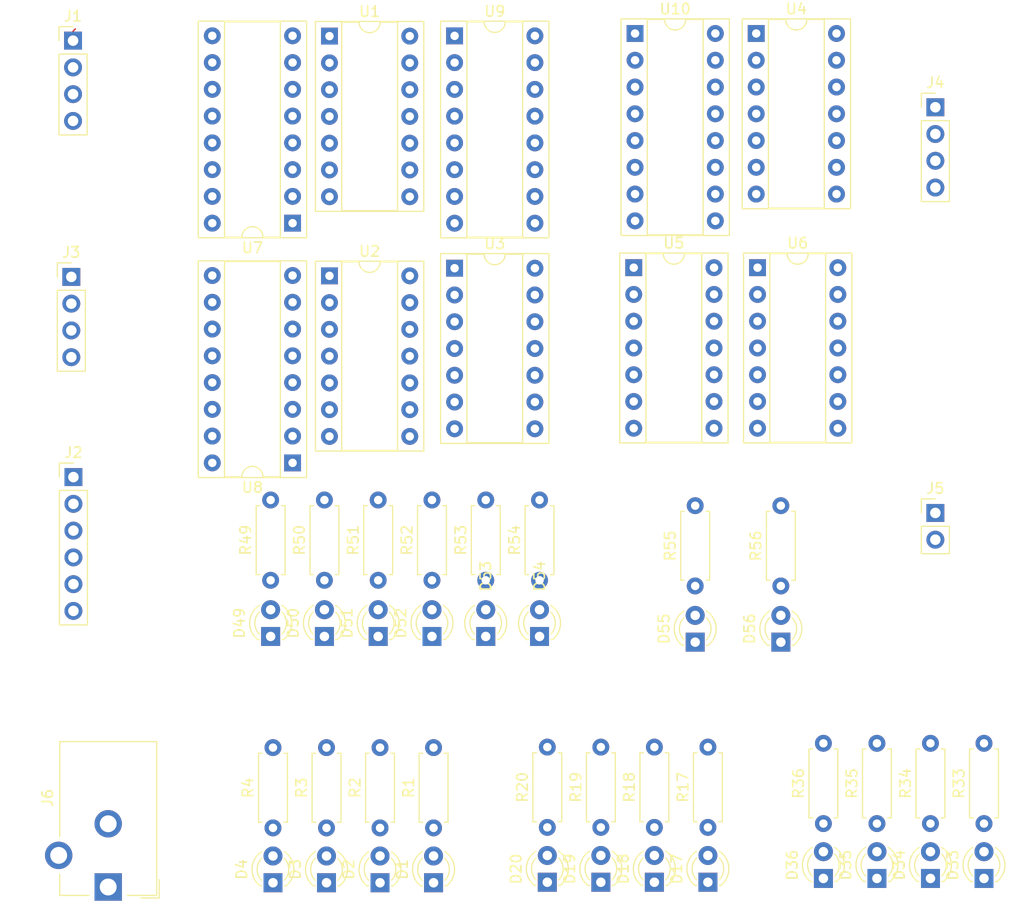
<source format=kicad_pcb>
(kicad_pcb (version 20171130) (host pcbnew "(5.1.6-0)")

  (general
    (thickness 1.6)
    (drawings 0)
    (tracks 2)
    (zones 0)
    (modules 56)
    (nets 88)
  )

  (page A4)
  (layers
    (0 F.Cu signal)
    (31 B.Cu signal)
    (32 B.Adhes user)
    (33 F.Adhes user)
    (34 B.Paste user)
    (35 F.Paste user)
    (36 B.SilkS user)
    (37 F.SilkS user)
    (38 B.Mask user)
    (39 F.Mask user)
    (40 Dwgs.User user)
    (41 Cmts.User user)
    (42 Eco1.User user)
    (43 Eco2.User user)
    (44 Edge.Cuts user)
    (45 Margin user)
    (46 B.CrtYd user)
    (47 F.CrtYd user)
    (48 B.Fab user)
    (49 F.Fab user)
  )

  (setup
    (last_trace_width 0.25)
    (trace_clearance 0.2)
    (zone_clearance 0.508)
    (zone_45_only no)
    (trace_min 0.2)
    (via_size 0.8)
    (via_drill 0.4)
    (via_min_size 0.4)
    (via_min_drill 0.3)
    (uvia_size 0.3)
    (uvia_drill 0.1)
    (uvias_allowed no)
    (uvia_min_size 0.2)
    (uvia_min_drill 0.1)
    (edge_width 0.05)
    (segment_width 0.2)
    (pcb_text_width 0.3)
    (pcb_text_size 1.5 1.5)
    (mod_edge_width 0.12)
    (mod_text_size 1 1)
    (mod_text_width 0.15)
    (pad_size 1.524 1.524)
    (pad_drill 0.762)
    (pad_to_mask_clearance 0.05)
    (aux_axis_origin 0 0)
    (visible_elements FFFFFF7F)
    (pcbplotparams
      (layerselection 0x010fc_ffffffff)
      (usegerberextensions false)
      (usegerberattributes true)
      (usegerberadvancedattributes true)
      (creategerberjobfile true)
      (excludeedgelayer true)
      (linewidth 0.100000)
      (plotframeref false)
      (viasonmask false)
      (mode 1)
      (useauxorigin false)
      (hpglpennumber 1)
      (hpglpenspeed 20)
      (hpglpendiameter 15.000000)
      (psnegative false)
      (psa4output false)
      (plotreference true)
      (plotvalue true)
      (plotinvisibletext false)
      (padsonsilk false)
      (subtractmaskfromsilk false)
      (outputformat 1)
      (mirror false)
      (drillshape 1)
      (scaleselection 1)
      (outputdirectory ""))
  )

  (net 0 "")
  (net 1 X_0)
  (net 2 X_1)
  (net 3 X_2)
  (net 4 X_3)
  (net 5 Y_0)
  (net 6 Y_1)
  (net 7 Y_2)
  (net 8 Y_3)
  (net 9 OUT_0)
  (net 10 OUT_1)
  (net 11 OUT_2)
  (net 12 NG)
  (net 13 ZX)
  (net 14 NX)
  (net 15 ZY)
  (net 16 NY)
  (net 17 F)
  (net 18 NO)
  (net 19 ZR)
  (net 20 +5V)
  (net 21 GND)
  (net 22 "Net-(U1-Pad12)")
  (net 23 "Net-(U1-Pad4)")
  (net 24 "Net-(U1-Pad9)")
  (net 25 "Net-(U2-Pad12)")
  (net 26 "Net-(U2-Pad4)")
  (net 27 "Net-(U2-Pad9)")
  (net 28 MUX_1_OUT_1)
  (net 29 MUX_1_OUT_3)
  (net 30 MUX_1_OUT_0)
  (net 31 MUX_1_OUT_2)
  (net 32 "Net-(U10-Pad9)")
  (net 33 "Net-(U10-Pad4)")
  (net 34 "Net-(U10-Pad12)")
  (net 35 "Net-(U10-Pad7)")
  (net 36 MUX_2_OUT_2)
  (net 37 MUX_2_OUT_0)
  (net 38 MUX_2_OUT_3)
  (net 39 MUX_2_OUT_1)
  (net 40 AND_OUT_2)
  (net 41 AND_OUT_0)
  (net 42 AND_OUT_3)
  (net 43 AND_OUT_1)
  (net 44 ADD_OUT_3)
  (net 45 ADD_OUT_1)
  (net 46 ADD_OUT_2)
  (net 47 ADD_OUT_0)
  (net 48 "Net-(D1-Pad2)")
  (net 49 "Net-(D2-Pad2)")
  (net 50 "Net-(D3-Pad2)")
  (net 51 "Net-(D4-Pad2)")
  (net 52 "Net-(D17-Pad2)")
  (net 53 "Net-(D18-Pad2)")
  (net 54 "Net-(D19-Pad2)")
  (net 55 "Net-(D20-Pad2)")
  (net 56 "Net-(D33-Pad2)")
  (net 57 "Net-(D34-Pad2)")
  (net 58 "Net-(D35-Pad2)")
  (net 59 "Net-(D36-Pad2)")
  (net 60 "Net-(D49-Pad2)")
  (net 61 "Net-(D50-Pad2)")
  (net 62 "Net-(D51-Pad2)")
  (net 63 "Net-(D52-Pad2)")
  (net 64 "Net-(D53-Pad2)")
  (net 65 "Net-(D54-Pad2)")
  (net 66 "Net-(D55-Pad2)")
  (net 67 "Net-(D56-Pad2)")
  (net 68 "Net-(U1-Pad1)")
  (net 69 "Net-(U2-Pad1)")
  (net 70 "Net-(U5-Pad8)")
  (net 71 "Net-(U5-Pad9)")
  (net 72 "Net-(U5-Pad3)")
  (net 73 "Net-(U5-Pad10)")
  (net 74 "Net-(U5-Pad11)")
  (net 75 "Net-(U5-Pad12)")
  (net 76 "Net-(U5-Pad13)")
  (net 77 "Net-(U6-Pad13)")
  (net 78 "Net-(U6-Pad6)")
  (net 79 "Net-(U6-Pad12)")
  (net 80 "Net-(U6-Pad5)")
  (net 81 "Net-(U6-Pad11)")
  (net 82 "Net-(U6-Pad4)")
  (net 83 "Net-(U6-Pad10)")
  (net 84 "Net-(U6-Pad9)")
  (net 85 "Net-(U6-Pad8)")
  (net 86 "Net-(U9-Pad14)")
  (net 87 "Net-(U5-Pad6)")

  (net_class Default "This is the default net class."
    (clearance 0.2)
    (trace_width 0.25)
    (via_dia 0.8)
    (via_drill 0.4)
    (uvia_dia 0.3)
    (uvia_drill 0.1)
    (add_net +5V)
    (add_net ADD_OUT_0)
    (add_net ADD_OUT_1)
    (add_net ADD_OUT_2)
    (add_net ADD_OUT_3)
    (add_net AND_OUT_0)
    (add_net AND_OUT_1)
    (add_net AND_OUT_2)
    (add_net AND_OUT_3)
    (add_net F)
    (add_net GND)
    (add_net MUX_1_OUT_0)
    (add_net MUX_1_OUT_1)
    (add_net MUX_1_OUT_2)
    (add_net MUX_1_OUT_3)
    (add_net MUX_2_OUT_0)
    (add_net MUX_2_OUT_1)
    (add_net MUX_2_OUT_2)
    (add_net MUX_2_OUT_3)
    (add_net NG)
    (add_net NO)
    (add_net NX)
    (add_net NY)
    (add_net "Net-(D1-Pad2)")
    (add_net "Net-(D17-Pad2)")
    (add_net "Net-(D18-Pad2)")
    (add_net "Net-(D19-Pad2)")
    (add_net "Net-(D2-Pad2)")
    (add_net "Net-(D20-Pad2)")
    (add_net "Net-(D3-Pad2)")
    (add_net "Net-(D33-Pad2)")
    (add_net "Net-(D34-Pad2)")
    (add_net "Net-(D35-Pad2)")
    (add_net "Net-(D36-Pad2)")
    (add_net "Net-(D4-Pad2)")
    (add_net "Net-(D49-Pad2)")
    (add_net "Net-(D50-Pad2)")
    (add_net "Net-(D51-Pad2)")
    (add_net "Net-(D52-Pad2)")
    (add_net "Net-(D53-Pad2)")
    (add_net "Net-(D54-Pad2)")
    (add_net "Net-(D55-Pad2)")
    (add_net "Net-(D56-Pad2)")
    (add_net "Net-(U1-Pad1)")
    (add_net "Net-(U1-Pad12)")
    (add_net "Net-(U1-Pad4)")
    (add_net "Net-(U1-Pad9)")
    (add_net "Net-(U10-Pad12)")
    (add_net "Net-(U10-Pad4)")
    (add_net "Net-(U10-Pad7)")
    (add_net "Net-(U10-Pad9)")
    (add_net "Net-(U2-Pad1)")
    (add_net "Net-(U2-Pad12)")
    (add_net "Net-(U2-Pad4)")
    (add_net "Net-(U2-Pad9)")
    (add_net "Net-(U5-Pad10)")
    (add_net "Net-(U5-Pad11)")
    (add_net "Net-(U5-Pad12)")
    (add_net "Net-(U5-Pad13)")
    (add_net "Net-(U5-Pad3)")
    (add_net "Net-(U5-Pad6)")
    (add_net "Net-(U5-Pad8)")
    (add_net "Net-(U5-Pad9)")
    (add_net "Net-(U6-Pad10)")
    (add_net "Net-(U6-Pad11)")
    (add_net "Net-(U6-Pad12)")
    (add_net "Net-(U6-Pad13)")
    (add_net "Net-(U6-Pad4)")
    (add_net "Net-(U6-Pad5)")
    (add_net "Net-(U6-Pad6)")
    (add_net "Net-(U6-Pad8)")
    (add_net "Net-(U6-Pad9)")
    (add_net "Net-(U9-Pad14)")
    (add_net OUT_0)
    (add_net OUT_1)
    (add_net OUT_2)
    (add_net X_0)
    (add_net X_1)
    (add_net X_2)
    (add_net X_3)
    (add_net Y_0)
    (add_net Y_1)
    (add_net Y_2)
    (add_net Y_3)
    (add_net ZR)
    (add_net ZX)
    (add_net ZY)
  )

  (module LED_THT:LED_D3.0mm (layer F.Cu) (tedit 587A3A7B) (tstamp 5ECE12C5)
    (at 142.879 146.097 90)
    (descr "LED, diameter 3.0mm, 2 pins")
    (tags "LED diameter 3.0mm 2 pins")
    (path /5F5DE358)
    (fp_text reference D1 (at 1.27 -2.96 90) (layer F.SilkS)
      (effects (font (size 1 1) (thickness 0.15)))
    )
    (fp_text value RED (at 1.27 2.96 90) (layer F.Fab)
      (effects (font (size 1 1) (thickness 0.15)))
    )
    (fp_circle (center 1.27 0) (end 2.77 0) (layer F.Fab) (width 0.1))
    (fp_line (start -0.23 -1.16619) (end -0.23 1.16619) (layer F.Fab) (width 0.1))
    (fp_line (start -0.29 -1.236) (end -0.29 -1.08) (layer F.SilkS) (width 0.12))
    (fp_line (start -0.29 1.08) (end -0.29 1.236) (layer F.SilkS) (width 0.12))
    (fp_line (start -1.15 -2.25) (end -1.15 2.25) (layer F.CrtYd) (width 0.05))
    (fp_line (start -1.15 2.25) (end 3.7 2.25) (layer F.CrtYd) (width 0.05))
    (fp_line (start 3.7 2.25) (end 3.7 -2.25) (layer F.CrtYd) (width 0.05))
    (fp_line (start 3.7 -2.25) (end -1.15 -2.25) (layer F.CrtYd) (width 0.05))
    (fp_arc (start 1.27 0) (end -0.23 -1.16619) (angle 284.3) (layer F.Fab) (width 0.1))
    (fp_arc (start 1.27 0) (end -0.29 -1.235516) (angle 108.8) (layer F.SilkS) (width 0.12))
    (fp_arc (start 1.27 0) (end -0.29 1.235516) (angle -108.8) (layer F.SilkS) (width 0.12))
    (fp_arc (start 1.27 0) (end 0.229039 -1.08) (angle 87.9) (layer F.SilkS) (width 0.12))
    (fp_arc (start 1.27 0) (end 0.229039 1.08) (angle -87.9) (layer F.SilkS) (width 0.12))
    (pad 1 thru_hole rect (at 0 0 90) (size 1.8 1.8) (drill 0.9) (layers *.Cu *.Mask)
      (net 21 GND))
    (pad 2 thru_hole circle (at 2.54 0 90) (size 1.8 1.8) (drill 0.9) (layers *.Cu *.Mask)
      (net 48 "Net-(D1-Pad2)"))
    (model ${KISYS3DMOD}/LED_THT.3dshapes/LED_D3.0mm.wrl
      (at (xyz 0 0 0))
      (scale (xyz 1 1 1))
      (rotate (xyz 0 0 0))
    )
  )

  (module LED_THT:LED_D3.0mm (layer F.Cu) (tedit 587A3A7B) (tstamp 5ECE1061)
    (at 137.799 146.097 90)
    (descr "LED, diameter 3.0mm, 2 pins")
    (tags "LED diameter 3.0mm 2 pins")
    (path /5F5E54ED)
    (fp_text reference D2 (at 1.27 -2.96 90) (layer F.SilkS)
      (effects (font (size 1 1) (thickness 0.15)))
    )
    (fp_text value RED (at 1.27 2.96 90) (layer F.Fab)
      (effects (font (size 1 1) (thickness 0.15)))
    )
    (fp_line (start 3.7 -2.25) (end -1.15 -2.25) (layer F.CrtYd) (width 0.05))
    (fp_line (start 3.7 2.25) (end 3.7 -2.25) (layer F.CrtYd) (width 0.05))
    (fp_line (start -1.15 2.25) (end 3.7 2.25) (layer F.CrtYd) (width 0.05))
    (fp_line (start -1.15 -2.25) (end -1.15 2.25) (layer F.CrtYd) (width 0.05))
    (fp_line (start -0.29 1.08) (end -0.29 1.236) (layer F.SilkS) (width 0.12))
    (fp_line (start -0.29 -1.236) (end -0.29 -1.08) (layer F.SilkS) (width 0.12))
    (fp_line (start -0.23 -1.16619) (end -0.23 1.16619) (layer F.Fab) (width 0.1))
    (fp_circle (center 1.27 0) (end 2.77 0) (layer F.Fab) (width 0.1))
    (fp_arc (start 1.27 0) (end 0.229039 1.08) (angle -87.9) (layer F.SilkS) (width 0.12))
    (fp_arc (start 1.27 0) (end 0.229039 -1.08) (angle 87.9) (layer F.SilkS) (width 0.12))
    (fp_arc (start 1.27 0) (end -0.29 1.235516) (angle -108.8) (layer F.SilkS) (width 0.12))
    (fp_arc (start 1.27 0) (end -0.29 -1.235516) (angle 108.8) (layer F.SilkS) (width 0.12))
    (fp_arc (start 1.27 0) (end -0.23 -1.16619) (angle 284.3) (layer F.Fab) (width 0.1))
    (pad 2 thru_hole circle (at 2.54 0 90) (size 1.8 1.8) (drill 0.9) (layers *.Cu *.Mask)
      (net 49 "Net-(D2-Pad2)"))
    (pad 1 thru_hole rect (at 0 0 90) (size 1.8 1.8) (drill 0.9) (layers *.Cu *.Mask)
      (net 21 GND))
    (model ${KISYS3DMOD}/LED_THT.3dshapes/LED_D3.0mm.wrl
      (at (xyz 0 0 0))
      (scale (xyz 1 1 1))
      (rotate (xyz 0 0 0))
    )
  )

  (module LED_THT:LED_D3.0mm (layer F.Cu) (tedit 587A3A7B) (tstamp 5ECE102B)
    (at 132.719 146.097 90)
    (descr "LED, diameter 3.0mm, 2 pins")
    (tags "LED diameter 3.0mm 2 pins")
    (path /5F5E6398)
    (fp_text reference D3 (at 1.27 -2.96 90) (layer F.SilkS)
      (effects (font (size 1 1) (thickness 0.15)))
    )
    (fp_text value RED (at 1.27 2.96 90) (layer F.Fab)
      (effects (font (size 1 1) (thickness 0.15)))
    )
    (fp_circle (center 1.27 0) (end 2.77 0) (layer F.Fab) (width 0.1))
    (fp_line (start -0.23 -1.16619) (end -0.23 1.16619) (layer F.Fab) (width 0.1))
    (fp_line (start -0.29 -1.236) (end -0.29 -1.08) (layer F.SilkS) (width 0.12))
    (fp_line (start -0.29 1.08) (end -0.29 1.236) (layer F.SilkS) (width 0.12))
    (fp_line (start -1.15 -2.25) (end -1.15 2.25) (layer F.CrtYd) (width 0.05))
    (fp_line (start -1.15 2.25) (end 3.7 2.25) (layer F.CrtYd) (width 0.05))
    (fp_line (start 3.7 2.25) (end 3.7 -2.25) (layer F.CrtYd) (width 0.05))
    (fp_line (start 3.7 -2.25) (end -1.15 -2.25) (layer F.CrtYd) (width 0.05))
    (fp_arc (start 1.27 0) (end -0.23 -1.16619) (angle 284.3) (layer F.Fab) (width 0.1))
    (fp_arc (start 1.27 0) (end -0.29 -1.235516) (angle 108.8) (layer F.SilkS) (width 0.12))
    (fp_arc (start 1.27 0) (end -0.29 1.235516) (angle -108.8) (layer F.SilkS) (width 0.12))
    (fp_arc (start 1.27 0) (end 0.229039 -1.08) (angle 87.9) (layer F.SilkS) (width 0.12))
    (fp_arc (start 1.27 0) (end 0.229039 1.08) (angle -87.9) (layer F.SilkS) (width 0.12))
    (pad 1 thru_hole rect (at 0 0 90) (size 1.8 1.8) (drill 0.9) (layers *.Cu *.Mask)
      (net 21 GND))
    (pad 2 thru_hole circle (at 2.54 0 90) (size 1.8 1.8) (drill 0.9) (layers *.Cu *.Mask)
      (net 50 "Net-(D3-Pad2)"))
    (model ${KISYS3DMOD}/LED_THT.3dshapes/LED_D3.0mm.wrl
      (at (xyz 0 0 0))
      (scale (xyz 1 1 1))
      (rotate (xyz 0 0 0))
    )
  )

  (module LED_THT:LED_D3.0mm (layer F.Cu) (tedit 587A3A7B) (tstamp 5ECE0FF5)
    (at 127.639 146.097 90)
    (descr "LED, diameter 3.0mm, 2 pins")
    (tags "LED diameter 3.0mm 2 pins")
    (path /5F5E6D7A)
    (fp_text reference D4 (at 1.27 -2.96 90) (layer F.SilkS)
      (effects (font (size 1 1) (thickness 0.15)))
    )
    (fp_text value RED (at 1.27 2.96 90) (layer F.Fab)
      (effects (font (size 1 1) (thickness 0.15)))
    )
    (fp_line (start 3.7 -2.25) (end -1.15 -2.25) (layer F.CrtYd) (width 0.05))
    (fp_line (start 3.7 2.25) (end 3.7 -2.25) (layer F.CrtYd) (width 0.05))
    (fp_line (start -1.15 2.25) (end 3.7 2.25) (layer F.CrtYd) (width 0.05))
    (fp_line (start -1.15 -2.25) (end -1.15 2.25) (layer F.CrtYd) (width 0.05))
    (fp_line (start -0.29 1.08) (end -0.29 1.236) (layer F.SilkS) (width 0.12))
    (fp_line (start -0.29 -1.236) (end -0.29 -1.08) (layer F.SilkS) (width 0.12))
    (fp_line (start -0.23 -1.16619) (end -0.23 1.16619) (layer F.Fab) (width 0.1))
    (fp_circle (center 1.27 0) (end 2.77 0) (layer F.Fab) (width 0.1))
    (fp_arc (start 1.27 0) (end 0.229039 1.08) (angle -87.9) (layer F.SilkS) (width 0.12))
    (fp_arc (start 1.27 0) (end 0.229039 -1.08) (angle 87.9) (layer F.SilkS) (width 0.12))
    (fp_arc (start 1.27 0) (end -0.29 1.235516) (angle -108.8) (layer F.SilkS) (width 0.12))
    (fp_arc (start 1.27 0) (end -0.29 -1.235516) (angle 108.8) (layer F.SilkS) (width 0.12))
    (fp_arc (start 1.27 0) (end -0.23 -1.16619) (angle 284.3) (layer F.Fab) (width 0.1))
    (pad 2 thru_hole circle (at 2.54 0 90) (size 1.8 1.8) (drill 0.9) (layers *.Cu *.Mask)
      (net 51 "Net-(D4-Pad2)"))
    (pad 1 thru_hole rect (at 0 0 90) (size 1.8 1.8) (drill 0.9) (layers *.Cu *.Mask)
      (net 21 GND))
    (model ${KISYS3DMOD}/LED_THT.3dshapes/LED_D3.0mm.wrl
      (at (xyz 0 0 0))
      (scale (xyz 1 1 1))
      (rotate (xyz 0 0 0))
    )
  )

  (module LED_THT:LED_D3.0mm (layer F.Cu) (tedit 587A3A7B) (tstamp 5ECBD24B)
    (at 168.914 146.049 90)
    (descr "LED, diameter 3.0mm, 2 pins")
    (tags "LED diameter 3.0mm 2 pins")
    (path /5F613DF8)
    (fp_text reference D17 (at 1.27 -2.96 90) (layer F.SilkS)
      (effects (font (size 1 1) (thickness 0.15)))
    )
    (fp_text value RED (at 1.27 2.96 90) (layer F.Fab)
      (effects (font (size 1 1) (thickness 0.15)))
    )
    (fp_circle (center 1.27 0) (end 2.77 0) (layer F.Fab) (width 0.1))
    (fp_line (start -0.23 -1.16619) (end -0.23 1.16619) (layer F.Fab) (width 0.1))
    (fp_line (start -0.29 -1.236) (end -0.29 -1.08) (layer F.SilkS) (width 0.12))
    (fp_line (start -0.29 1.08) (end -0.29 1.236) (layer F.SilkS) (width 0.12))
    (fp_line (start -1.15 -2.25) (end -1.15 2.25) (layer F.CrtYd) (width 0.05))
    (fp_line (start -1.15 2.25) (end 3.7 2.25) (layer F.CrtYd) (width 0.05))
    (fp_line (start 3.7 2.25) (end 3.7 -2.25) (layer F.CrtYd) (width 0.05))
    (fp_line (start 3.7 -2.25) (end -1.15 -2.25) (layer F.CrtYd) (width 0.05))
    (fp_arc (start 1.27 0) (end -0.23 -1.16619) (angle 284.3) (layer F.Fab) (width 0.1))
    (fp_arc (start 1.27 0) (end -0.29 -1.235516) (angle 108.8) (layer F.SilkS) (width 0.12))
    (fp_arc (start 1.27 0) (end -0.29 1.235516) (angle -108.8) (layer F.SilkS) (width 0.12))
    (fp_arc (start 1.27 0) (end 0.229039 -1.08) (angle 87.9) (layer F.SilkS) (width 0.12))
    (fp_arc (start 1.27 0) (end 0.229039 1.08) (angle -87.9) (layer F.SilkS) (width 0.12))
    (pad 1 thru_hole rect (at 0 0 90) (size 1.8 1.8) (drill 0.9) (layers *.Cu *.Mask)
      (net 21 GND))
    (pad 2 thru_hole circle (at 2.54 0 90) (size 1.8 1.8) (drill 0.9) (layers *.Cu *.Mask)
      (net 52 "Net-(D17-Pad2)"))
    (model ${KISYS3DMOD}/LED_THT.3dshapes/LED_D3.0mm.wrl
      (at (xyz 0 0 0))
      (scale (xyz 1 1 1))
      (rotate (xyz 0 0 0))
    )
  )

  (module LED_THT:LED_D3.0mm (layer F.Cu) (tedit 587A3A7B) (tstamp 5ECBD25E)
    (at 163.834 146.049 90)
    (descr "LED, diameter 3.0mm, 2 pins")
    (tags "LED diameter 3.0mm 2 pins")
    (path /5F613E0D)
    (fp_text reference D18 (at 1.27 -2.96 90) (layer F.SilkS)
      (effects (font (size 1 1) (thickness 0.15)))
    )
    (fp_text value RED (at 1.27 2.96 90) (layer F.Fab)
      (effects (font (size 1 1) (thickness 0.15)))
    )
    (fp_line (start 3.7 -2.25) (end -1.15 -2.25) (layer F.CrtYd) (width 0.05))
    (fp_line (start 3.7 2.25) (end 3.7 -2.25) (layer F.CrtYd) (width 0.05))
    (fp_line (start -1.15 2.25) (end 3.7 2.25) (layer F.CrtYd) (width 0.05))
    (fp_line (start -1.15 -2.25) (end -1.15 2.25) (layer F.CrtYd) (width 0.05))
    (fp_line (start -0.29 1.08) (end -0.29 1.236) (layer F.SilkS) (width 0.12))
    (fp_line (start -0.29 -1.236) (end -0.29 -1.08) (layer F.SilkS) (width 0.12))
    (fp_line (start -0.23 -1.16619) (end -0.23 1.16619) (layer F.Fab) (width 0.1))
    (fp_circle (center 1.27 0) (end 2.77 0) (layer F.Fab) (width 0.1))
    (fp_arc (start 1.27 0) (end 0.229039 1.08) (angle -87.9) (layer F.SilkS) (width 0.12))
    (fp_arc (start 1.27 0) (end 0.229039 -1.08) (angle 87.9) (layer F.SilkS) (width 0.12))
    (fp_arc (start 1.27 0) (end -0.29 1.235516) (angle -108.8) (layer F.SilkS) (width 0.12))
    (fp_arc (start 1.27 0) (end -0.29 -1.235516) (angle 108.8) (layer F.SilkS) (width 0.12))
    (fp_arc (start 1.27 0) (end -0.23 -1.16619) (angle 284.3) (layer F.Fab) (width 0.1))
    (pad 2 thru_hole circle (at 2.54 0 90) (size 1.8 1.8) (drill 0.9) (layers *.Cu *.Mask)
      (net 53 "Net-(D18-Pad2)"))
    (pad 1 thru_hole rect (at 0 0 90) (size 1.8 1.8) (drill 0.9) (layers *.Cu *.Mask)
      (net 21 GND))
    (model ${KISYS3DMOD}/LED_THT.3dshapes/LED_D3.0mm.wrl
      (at (xyz 0 0 0))
      (scale (xyz 1 1 1))
      (rotate (xyz 0 0 0))
    )
  )

  (module LED_THT:LED_D3.0mm (layer F.Cu) (tedit 587A3A7B) (tstamp 5ECBD271)
    (at 158.754 146.049 90)
    (descr "LED, diameter 3.0mm, 2 pins")
    (tags "LED diameter 3.0mm 2 pins")
    (path /5F613E22)
    (fp_text reference D19 (at 1.27 -2.96 90) (layer F.SilkS)
      (effects (font (size 1 1) (thickness 0.15)))
    )
    (fp_text value RED (at 1.27 2.96 90) (layer F.Fab)
      (effects (font (size 1 1) (thickness 0.15)))
    )
    (fp_circle (center 1.27 0) (end 2.77 0) (layer F.Fab) (width 0.1))
    (fp_line (start -0.23 -1.16619) (end -0.23 1.16619) (layer F.Fab) (width 0.1))
    (fp_line (start -0.29 -1.236) (end -0.29 -1.08) (layer F.SilkS) (width 0.12))
    (fp_line (start -0.29 1.08) (end -0.29 1.236) (layer F.SilkS) (width 0.12))
    (fp_line (start -1.15 -2.25) (end -1.15 2.25) (layer F.CrtYd) (width 0.05))
    (fp_line (start -1.15 2.25) (end 3.7 2.25) (layer F.CrtYd) (width 0.05))
    (fp_line (start 3.7 2.25) (end 3.7 -2.25) (layer F.CrtYd) (width 0.05))
    (fp_line (start 3.7 -2.25) (end -1.15 -2.25) (layer F.CrtYd) (width 0.05))
    (fp_arc (start 1.27 0) (end -0.23 -1.16619) (angle 284.3) (layer F.Fab) (width 0.1))
    (fp_arc (start 1.27 0) (end -0.29 -1.235516) (angle 108.8) (layer F.SilkS) (width 0.12))
    (fp_arc (start 1.27 0) (end -0.29 1.235516) (angle -108.8) (layer F.SilkS) (width 0.12))
    (fp_arc (start 1.27 0) (end 0.229039 -1.08) (angle 87.9) (layer F.SilkS) (width 0.12))
    (fp_arc (start 1.27 0) (end 0.229039 1.08) (angle -87.9) (layer F.SilkS) (width 0.12))
    (pad 1 thru_hole rect (at 0 0 90) (size 1.8 1.8) (drill 0.9) (layers *.Cu *.Mask)
      (net 21 GND))
    (pad 2 thru_hole circle (at 2.54 0 90) (size 1.8 1.8) (drill 0.9) (layers *.Cu *.Mask)
      (net 54 "Net-(D19-Pad2)"))
    (model ${KISYS3DMOD}/LED_THT.3dshapes/LED_D3.0mm.wrl
      (at (xyz 0 0 0))
      (scale (xyz 1 1 1))
      (rotate (xyz 0 0 0))
    )
  )

  (module LED_THT:LED_D3.0mm (layer F.Cu) (tedit 587A3A7B) (tstamp 5ECBD284)
    (at 153.674 146.049 90)
    (descr "LED, diameter 3.0mm, 2 pins")
    (tags "LED diameter 3.0mm 2 pins")
    (path /5F613E37)
    (fp_text reference D20 (at 1.27 -2.96 90) (layer F.SilkS)
      (effects (font (size 1 1) (thickness 0.15)))
    )
    (fp_text value RED (at 1.27 2.96 90) (layer F.Fab)
      (effects (font (size 1 1) (thickness 0.15)))
    )
    (fp_line (start 3.7 -2.25) (end -1.15 -2.25) (layer F.CrtYd) (width 0.05))
    (fp_line (start 3.7 2.25) (end 3.7 -2.25) (layer F.CrtYd) (width 0.05))
    (fp_line (start -1.15 2.25) (end 3.7 2.25) (layer F.CrtYd) (width 0.05))
    (fp_line (start -1.15 -2.25) (end -1.15 2.25) (layer F.CrtYd) (width 0.05))
    (fp_line (start -0.29 1.08) (end -0.29 1.236) (layer F.SilkS) (width 0.12))
    (fp_line (start -0.29 -1.236) (end -0.29 -1.08) (layer F.SilkS) (width 0.12))
    (fp_line (start -0.23 -1.16619) (end -0.23 1.16619) (layer F.Fab) (width 0.1))
    (fp_circle (center 1.27 0) (end 2.77 0) (layer F.Fab) (width 0.1))
    (fp_arc (start 1.27 0) (end 0.229039 1.08) (angle -87.9) (layer F.SilkS) (width 0.12))
    (fp_arc (start 1.27 0) (end 0.229039 -1.08) (angle 87.9) (layer F.SilkS) (width 0.12))
    (fp_arc (start 1.27 0) (end -0.29 1.235516) (angle -108.8) (layer F.SilkS) (width 0.12))
    (fp_arc (start 1.27 0) (end -0.29 -1.235516) (angle 108.8) (layer F.SilkS) (width 0.12))
    (fp_arc (start 1.27 0) (end -0.23 -1.16619) (angle 284.3) (layer F.Fab) (width 0.1))
    (pad 2 thru_hole circle (at 2.54 0 90) (size 1.8 1.8) (drill 0.9) (layers *.Cu *.Mask)
      (net 55 "Net-(D20-Pad2)"))
    (pad 1 thru_hole rect (at 0 0 90) (size 1.8 1.8) (drill 0.9) (layers *.Cu *.Mask)
      (net 21 GND))
    (model ${KISYS3DMOD}/LED_THT.3dshapes/LED_D3.0mm.wrl
      (at (xyz 0 0 0))
      (scale (xyz 1 1 1))
      (rotate (xyz 0 0 0))
    )
  )

  (module LED_THT:LED_D3.0mm (layer F.Cu) (tedit 587A3A7B) (tstamp 5ECE25D1)
    (at 195.116 145.689 90)
    (descr "LED, diameter 3.0mm, 2 pins")
    (tags "LED diameter 3.0mm 2 pins")
    (path /5F64750A)
    (fp_text reference D33 (at 1.27 -2.96 90) (layer F.SilkS)
      (effects (font (size 1 1) (thickness 0.15)))
    )
    (fp_text value RED (at 1.27 2.96 90) (layer F.Fab)
      (effects (font (size 1 1) (thickness 0.15)))
    )
    (fp_line (start 3.7 -2.25) (end -1.15 -2.25) (layer F.CrtYd) (width 0.05))
    (fp_line (start 3.7 2.25) (end 3.7 -2.25) (layer F.CrtYd) (width 0.05))
    (fp_line (start -1.15 2.25) (end 3.7 2.25) (layer F.CrtYd) (width 0.05))
    (fp_line (start -1.15 -2.25) (end -1.15 2.25) (layer F.CrtYd) (width 0.05))
    (fp_line (start -0.29 1.08) (end -0.29 1.236) (layer F.SilkS) (width 0.12))
    (fp_line (start -0.29 -1.236) (end -0.29 -1.08) (layer F.SilkS) (width 0.12))
    (fp_line (start -0.23 -1.16619) (end -0.23 1.16619) (layer F.Fab) (width 0.1))
    (fp_circle (center 1.27 0) (end 2.77 0) (layer F.Fab) (width 0.1))
    (fp_arc (start 1.27 0) (end 0.229039 1.08) (angle -87.9) (layer F.SilkS) (width 0.12))
    (fp_arc (start 1.27 0) (end 0.229039 -1.08) (angle 87.9) (layer F.SilkS) (width 0.12))
    (fp_arc (start 1.27 0) (end -0.29 1.235516) (angle -108.8) (layer F.SilkS) (width 0.12))
    (fp_arc (start 1.27 0) (end -0.29 -1.235516) (angle 108.8) (layer F.SilkS) (width 0.12))
    (fp_arc (start 1.27 0) (end -0.23 -1.16619) (angle 284.3) (layer F.Fab) (width 0.1))
    (pad 2 thru_hole circle (at 2.54 0 90) (size 1.8 1.8) (drill 0.9) (layers *.Cu *.Mask)
      (net 56 "Net-(D33-Pad2)"))
    (pad 1 thru_hole rect (at 0 0 90) (size 1.8 1.8) (drill 0.9) (layers *.Cu *.Mask)
      (net 21 GND))
    (model ${KISYS3DMOD}/LED_THT.3dshapes/LED_D3.0mm.wrl
      (at (xyz 0 0 0))
      (scale (xyz 1 1 1))
      (rotate (xyz 0 0 0))
    )
  )

  (module LED_THT:LED_D3.0mm (layer F.Cu) (tedit 587A3A7B) (tstamp 5ECE259B)
    (at 190.036 145.689 90)
    (descr "LED, diameter 3.0mm, 2 pins")
    (tags "LED diameter 3.0mm 2 pins")
    (path /5F64751F)
    (fp_text reference D34 (at 1.27 -2.96 90) (layer F.SilkS)
      (effects (font (size 1 1) (thickness 0.15)))
    )
    (fp_text value RED (at 1.27 2.96 90) (layer F.Fab)
      (effects (font (size 1 1) (thickness 0.15)))
    )
    (fp_line (start 3.7 -2.25) (end -1.15 -2.25) (layer F.CrtYd) (width 0.05))
    (fp_line (start 3.7 2.25) (end 3.7 -2.25) (layer F.CrtYd) (width 0.05))
    (fp_line (start -1.15 2.25) (end 3.7 2.25) (layer F.CrtYd) (width 0.05))
    (fp_line (start -1.15 -2.25) (end -1.15 2.25) (layer F.CrtYd) (width 0.05))
    (fp_line (start -0.29 1.08) (end -0.29 1.236) (layer F.SilkS) (width 0.12))
    (fp_line (start -0.29 -1.236) (end -0.29 -1.08) (layer F.SilkS) (width 0.12))
    (fp_line (start -0.23 -1.16619) (end -0.23 1.16619) (layer F.Fab) (width 0.1))
    (fp_circle (center 1.27 0) (end 2.77 0) (layer F.Fab) (width 0.1))
    (fp_arc (start 1.27 0) (end 0.229039 1.08) (angle -87.9) (layer F.SilkS) (width 0.12))
    (fp_arc (start 1.27 0) (end 0.229039 -1.08) (angle 87.9) (layer F.SilkS) (width 0.12))
    (fp_arc (start 1.27 0) (end -0.29 1.235516) (angle -108.8) (layer F.SilkS) (width 0.12))
    (fp_arc (start 1.27 0) (end -0.29 -1.235516) (angle 108.8) (layer F.SilkS) (width 0.12))
    (fp_arc (start 1.27 0) (end -0.23 -1.16619) (angle 284.3) (layer F.Fab) (width 0.1))
    (pad 2 thru_hole circle (at 2.54 0 90) (size 1.8 1.8) (drill 0.9) (layers *.Cu *.Mask)
      (net 57 "Net-(D34-Pad2)"))
    (pad 1 thru_hole rect (at 0 0 90) (size 1.8 1.8) (drill 0.9) (layers *.Cu *.Mask)
      (net 21 GND))
    (model ${KISYS3DMOD}/LED_THT.3dshapes/LED_D3.0mm.wrl
      (at (xyz 0 0 0))
      (scale (xyz 1 1 1))
      (rotate (xyz 0 0 0))
    )
  )

  (module LED_THT:LED_D3.0mm (layer F.Cu) (tedit 587A3A7B) (tstamp 5ECE2565)
    (at 184.956 145.689 90)
    (descr "LED, diameter 3.0mm, 2 pins")
    (tags "LED diameter 3.0mm 2 pins")
    (path /5F647534)
    (fp_text reference D35 (at 1.27 -2.96 90) (layer F.SilkS)
      (effects (font (size 1 1) (thickness 0.15)))
    )
    (fp_text value RED (at 1.27 2.96 90) (layer F.Fab)
      (effects (font (size 1 1) (thickness 0.15)))
    )
    (fp_line (start 3.7 -2.25) (end -1.15 -2.25) (layer F.CrtYd) (width 0.05))
    (fp_line (start 3.7 2.25) (end 3.7 -2.25) (layer F.CrtYd) (width 0.05))
    (fp_line (start -1.15 2.25) (end 3.7 2.25) (layer F.CrtYd) (width 0.05))
    (fp_line (start -1.15 -2.25) (end -1.15 2.25) (layer F.CrtYd) (width 0.05))
    (fp_line (start -0.29 1.08) (end -0.29 1.236) (layer F.SilkS) (width 0.12))
    (fp_line (start -0.29 -1.236) (end -0.29 -1.08) (layer F.SilkS) (width 0.12))
    (fp_line (start -0.23 -1.16619) (end -0.23 1.16619) (layer F.Fab) (width 0.1))
    (fp_circle (center 1.27 0) (end 2.77 0) (layer F.Fab) (width 0.1))
    (fp_arc (start 1.27 0) (end 0.229039 1.08) (angle -87.9) (layer F.SilkS) (width 0.12))
    (fp_arc (start 1.27 0) (end 0.229039 -1.08) (angle 87.9) (layer F.SilkS) (width 0.12))
    (fp_arc (start 1.27 0) (end -0.29 1.235516) (angle -108.8) (layer F.SilkS) (width 0.12))
    (fp_arc (start 1.27 0) (end -0.29 -1.235516) (angle 108.8) (layer F.SilkS) (width 0.12))
    (fp_arc (start 1.27 0) (end -0.23 -1.16619) (angle 284.3) (layer F.Fab) (width 0.1))
    (pad 2 thru_hole circle (at 2.54 0 90) (size 1.8 1.8) (drill 0.9) (layers *.Cu *.Mask)
      (net 58 "Net-(D35-Pad2)"))
    (pad 1 thru_hole rect (at 0 0 90) (size 1.8 1.8) (drill 0.9) (layers *.Cu *.Mask)
      (net 21 GND))
    (model ${KISYS3DMOD}/LED_THT.3dshapes/LED_D3.0mm.wrl
      (at (xyz 0 0 0))
      (scale (xyz 1 1 1))
      (rotate (xyz 0 0 0))
    )
  )

  (module LED_THT:LED_D3.0mm (layer F.Cu) (tedit 587A3A7B) (tstamp 5ECE252F)
    (at 179.876 145.689 90)
    (descr "LED, diameter 3.0mm, 2 pins")
    (tags "LED diameter 3.0mm 2 pins")
    (path /5F647549)
    (fp_text reference D36 (at 1.27 -2.96 90) (layer F.SilkS)
      (effects (font (size 1 1) (thickness 0.15)))
    )
    (fp_text value RED (at 1.27 2.96 90) (layer F.Fab)
      (effects (font (size 1 1) (thickness 0.15)))
    )
    (fp_line (start 3.7 -2.25) (end -1.15 -2.25) (layer F.CrtYd) (width 0.05))
    (fp_line (start 3.7 2.25) (end 3.7 -2.25) (layer F.CrtYd) (width 0.05))
    (fp_line (start -1.15 2.25) (end 3.7 2.25) (layer F.CrtYd) (width 0.05))
    (fp_line (start -1.15 -2.25) (end -1.15 2.25) (layer F.CrtYd) (width 0.05))
    (fp_line (start -0.29 1.08) (end -0.29 1.236) (layer F.SilkS) (width 0.12))
    (fp_line (start -0.29 -1.236) (end -0.29 -1.08) (layer F.SilkS) (width 0.12))
    (fp_line (start -0.23 -1.16619) (end -0.23 1.16619) (layer F.Fab) (width 0.1))
    (fp_circle (center 1.27 0) (end 2.77 0) (layer F.Fab) (width 0.1))
    (fp_arc (start 1.27 0) (end 0.229039 1.08) (angle -87.9) (layer F.SilkS) (width 0.12))
    (fp_arc (start 1.27 0) (end 0.229039 -1.08) (angle 87.9) (layer F.SilkS) (width 0.12))
    (fp_arc (start 1.27 0) (end -0.29 1.235516) (angle -108.8) (layer F.SilkS) (width 0.12))
    (fp_arc (start 1.27 0) (end -0.29 -1.235516) (angle 108.8) (layer F.SilkS) (width 0.12))
    (fp_arc (start 1.27 0) (end -0.23 -1.16619) (angle 284.3) (layer F.Fab) (width 0.1))
    (pad 2 thru_hole circle (at 2.54 0 90) (size 1.8 1.8) (drill 0.9) (layers *.Cu *.Mask)
      (net 59 "Net-(D36-Pad2)"))
    (pad 1 thru_hole rect (at 0 0 90) (size 1.8 1.8) (drill 0.9) (layers *.Cu *.Mask)
      (net 21 GND))
    (model ${KISYS3DMOD}/LED_THT.3dshapes/LED_D3.0mm.wrl
      (at (xyz 0 0 0))
      (scale (xyz 1 1 1))
      (rotate (xyz 0 0 0))
    )
  )

  (module LED_THT:LED_D3.0mm (layer F.Cu) (tedit 587A3A7B) (tstamp 5ECE2E21)
    (at 127.416 122.724 90)
    (descr "LED, diameter 3.0mm, 2 pins")
    (tags "LED diameter 3.0mm 2 pins")
    (path /5F66F300)
    (fp_text reference D49 (at 1.27 -2.96 90) (layer F.SilkS)
      (effects (font (size 1 1) (thickness 0.15)))
    )
    (fp_text value BLUE (at 1.27 2.96 90) (layer F.Fab)
      (effects (font (size 1 1) (thickness 0.15)))
    )
    (fp_circle (center 1.27 0) (end 2.77 0) (layer F.Fab) (width 0.1))
    (fp_line (start -0.23 -1.16619) (end -0.23 1.16619) (layer F.Fab) (width 0.1))
    (fp_line (start -0.29 -1.236) (end -0.29 -1.08) (layer F.SilkS) (width 0.12))
    (fp_line (start -0.29 1.08) (end -0.29 1.236) (layer F.SilkS) (width 0.12))
    (fp_line (start -1.15 -2.25) (end -1.15 2.25) (layer F.CrtYd) (width 0.05))
    (fp_line (start -1.15 2.25) (end 3.7 2.25) (layer F.CrtYd) (width 0.05))
    (fp_line (start 3.7 2.25) (end 3.7 -2.25) (layer F.CrtYd) (width 0.05))
    (fp_line (start 3.7 -2.25) (end -1.15 -2.25) (layer F.CrtYd) (width 0.05))
    (fp_arc (start 1.27 0) (end -0.23 -1.16619) (angle 284.3) (layer F.Fab) (width 0.1))
    (fp_arc (start 1.27 0) (end -0.29 -1.235516) (angle 108.8) (layer F.SilkS) (width 0.12))
    (fp_arc (start 1.27 0) (end -0.29 1.235516) (angle -108.8) (layer F.SilkS) (width 0.12))
    (fp_arc (start 1.27 0) (end 0.229039 -1.08) (angle 87.9) (layer F.SilkS) (width 0.12))
    (fp_arc (start 1.27 0) (end 0.229039 1.08) (angle -87.9) (layer F.SilkS) (width 0.12))
    (pad 1 thru_hole rect (at 0 0 90) (size 1.8 1.8) (drill 0.9) (layers *.Cu *.Mask)
      (net 21 GND))
    (pad 2 thru_hole circle (at 2.54 0 90) (size 1.8 1.8) (drill 0.9) (layers *.Cu *.Mask)
      (net 60 "Net-(D49-Pad2)"))
    (model ${KISYS3DMOD}/LED_THT.3dshapes/LED_D3.0mm.wrl
      (at (xyz 0 0 0))
      (scale (xyz 1 1 1))
      (rotate (xyz 0 0 0))
    )
  )

  (module LED_THT:LED_D3.0mm (layer F.Cu) (tedit 587A3A7B) (tstamp 5ECE2DEB)
    (at 132.52 122.724 90)
    (descr "LED, diameter 3.0mm, 2 pins")
    (tags "LED diameter 3.0mm 2 pins")
    (path /5F66F315)
    (fp_text reference D50 (at 1.27 -2.96 90) (layer F.SilkS)
      (effects (font (size 1 1) (thickness 0.15)))
    )
    (fp_text value BLUE (at 1.27 2.96 90) (layer F.Fab)
      (effects (font (size 1 1) (thickness 0.15)))
    )
    (fp_circle (center 1.27 0) (end 2.77 0) (layer F.Fab) (width 0.1))
    (fp_line (start -0.23 -1.16619) (end -0.23 1.16619) (layer F.Fab) (width 0.1))
    (fp_line (start -0.29 -1.236) (end -0.29 -1.08) (layer F.SilkS) (width 0.12))
    (fp_line (start -0.29 1.08) (end -0.29 1.236) (layer F.SilkS) (width 0.12))
    (fp_line (start -1.15 -2.25) (end -1.15 2.25) (layer F.CrtYd) (width 0.05))
    (fp_line (start -1.15 2.25) (end 3.7 2.25) (layer F.CrtYd) (width 0.05))
    (fp_line (start 3.7 2.25) (end 3.7 -2.25) (layer F.CrtYd) (width 0.05))
    (fp_line (start 3.7 -2.25) (end -1.15 -2.25) (layer F.CrtYd) (width 0.05))
    (fp_arc (start 1.27 0) (end -0.23 -1.16619) (angle 284.3) (layer F.Fab) (width 0.1))
    (fp_arc (start 1.27 0) (end -0.29 -1.235516) (angle 108.8) (layer F.SilkS) (width 0.12))
    (fp_arc (start 1.27 0) (end -0.29 1.235516) (angle -108.8) (layer F.SilkS) (width 0.12))
    (fp_arc (start 1.27 0) (end 0.229039 -1.08) (angle 87.9) (layer F.SilkS) (width 0.12))
    (fp_arc (start 1.27 0) (end 0.229039 1.08) (angle -87.9) (layer F.SilkS) (width 0.12))
    (pad 1 thru_hole rect (at 0 0 90) (size 1.8 1.8) (drill 0.9) (layers *.Cu *.Mask)
      (net 21 GND))
    (pad 2 thru_hole circle (at 2.54 0 90) (size 1.8 1.8) (drill 0.9) (layers *.Cu *.Mask)
      (net 61 "Net-(D50-Pad2)"))
    (model ${KISYS3DMOD}/LED_THT.3dshapes/LED_D3.0mm.wrl
      (at (xyz 0 0 0))
      (scale (xyz 1 1 1))
      (rotate (xyz 0 0 0))
    )
  )

  (module LED_THT:LED_D3.0mm (layer F.Cu) (tedit 587A3A7B) (tstamp 5ECE2DB5)
    (at 137.624 122.724 90)
    (descr "LED, diameter 3.0mm, 2 pins")
    (tags "LED diameter 3.0mm 2 pins")
    (path /5F66F32A)
    (fp_text reference D51 (at 1.27 -2.96 90) (layer F.SilkS)
      (effects (font (size 1 1) (thickness 0.15)))
    )
    (fp_text value BLUE (at 1.27 2.96 90) (layer F.Fab)
      (effects (font (size 1 1) (thickness 0.15)))
    )
    (fp_circle (center 1.27 0) (end 2.77 0) (layer F.Fab) (width 0.1))
    (fp_line (start -0.23 -1.16619) (end -0.23 1.16619) (layer F.Fab) (width 0.1))
    (fp_line (start -0.29 -1.236) (end -0.29 -1.08) (layer F.SilkS) (width 0.12))
    (fp_line (start -0.29 1.08) (end -0.29 1.236) (layer F.SilkS) (width 0.12))
    (fp_line (start -1.15 -2.25) (end -1.15 2.25) (layer F.CrtYd) (width 0.05))
    (fp_line (start -1.15 2.25) (end 3.7 2.25) (layer F.CrtYd) (width 0.05))
    (fp_line (start 3.7 2.25) (end 3.7 -2.25) (layer F.CrtYd) (width 0.05))
    (fp_line (start 3.7 -2.25) (end -1.15 -2.25) (layer F.CrtYd) (width 0.05))
    (fp_arc (start 1.27 0) (end -0.23 -1.16619) (angle 284.3) (layer F.Fab) (width 0.1))
    (fp_arc (start 1.27 0) (end -0.29 -1.235516) (angle 108.8) (layer F.SilkS) (width 0.12))
    (fp_arc (start 1.27 0) (end -0.29 1.235516) (angle -108.8) (layer F.SilkS) (width 0.12))
    (fp_arc (start 1.27 0) (end 0.229039 -1.08) (angle 87.9) (layer F.SilkS) (width 0.12))
    (fp_arc (start 1.27 0) (end 0.229039 1.08) (angle -87.9) (layer F.SilkS) (width 0.12))
    (pad 1 thru_hole rect (at 0 0 90) (size 1.8 1.8) (drill 0.9) (layers *.Cu *.Mask)
      (net 21 GND))
    (pad 2 thru_hole circle (at 2.54 0 90) (size 1.8 1.8) (drill 0.9) (layers *.Cu *.Mask)
      (net 62 "Net-(D51-Pad2)"))
    (model ${KISYS3DMOD}/LED_THT.3dshapes/LED_D3.0mm.wrl
      (at (xyz 0 0 0))
      (scale (xyz 1 1 1))
      (rotate (xyz 0 0 0))
    )
  )

  (module LED_THT:LED_D3.0mm (layer F.Cu) (tedit 587A3A7B) (tstamp 5ECE2D7F)
    (at 142.728 122.724 90)
    (descr "LED, diameter 3.0mm, 2 pins")
    (tags "LED diameter 3.0mm 2 pins")
    (path /5F66F33F)
    (fp_text reference D52 (at 1.27 -2.96 90) (layer F.SilkS)
      (effects (font (size 1 1) (thickness 0.15)))
    )
    (fp_text value BLUE (at 1.27 2.96 90) (layer F.Fab)
      (effects (font (size 1 1) (thickness 0.15)))
    )
    (fp_circle (center 1.27 0) (end 2.77 0) (layer F.Fab) (width 0.1))
    (fp_line (start -0.23 -1.16619) (end -0.23 1.16619) (layer F.Fab) (width 0.1))
    (fp_line (start -0.29 -1.236) (end -0.29 -1.08) (layer F.SilkS) (width 0.12))
    (fp_line (start -0.29 1.08) (end -0.29 1.236) (layer F.SilkS) (width 0.12))
    (fp_line (start -1.15 -2.25) (end -1.15 2.25) (layer F.CrtYd) (width 0.05))
    (fp_line (start -1.15 2.25) (end 3.7 2.25) (layer F.CrtYd) (width 0.05))
    (fp_line (start 3.7 2.25) (end 3.7 -2.25) (layer F.CrtYd) (width 0.05))
    (fp_line (start 3.7 -2.25) (end -1.15 -2.25) (layer F.CrtYd) (width 0.05))
    (fp_arc (start 1.27 0) (end -0.23 -1.16619) (angle 284.3) (layer F.Fab) (width 0.1))
    (fp_arc (start 1.27 0) (end -0.29 -1.235516) (angle 108.8) (layer F.SilkS) (width 0.12))
    (fp_arc (start 1.27 0) (end -0.29 1.235516) (angle -108.8) (layer F.SilkS) (width 0.12))
    (fp_arc (start 1.27 0) (end 0.229039 -1.08) (angle 87.9) (layer F.SilkS) (width 0.12))
    (fp_arc (start 1.27 0) (end 0.229039 1.08) (angle -87.9) (layer F.SilkS) (width 0.12))
    (pad 1 thru_hole rect (at 0 0 90) (size 1.8 1.8) (drill 0.9) (layers *.Cu *.Mask)
      (net 21 GND))
    (pad 2 thru_hole circle (at 2.54 0 90) (size 1.8 1.8) (drill 0.9) (layers *.Cu *.Mask)
      (net 63 "Net-(D52-Pad2)"))
    (model ${KISYS3DMOD}/LED_THT.3dshapes/LED_D3.0mm.wrl
      (at (xyz 0 0 0))
      (scale (xyz 1 1 1))
      (rotate (xyz 0 0 0))
    )
  )

  (module LED_THT:LED_D3.0mm (layer F.Cu) (tedit 587A3A7B) (tstamp 5ECE2D49)
    (at 147.832 122.724 90)
    (descr "LED, diameter 3.0mm, 2 pins")
    (tags "LED diameter 3.0mm 2 pins")
    (path /5F66F354)
    (fp_text reference D53 (at 5.715 0 90) (layer F.SilkS)
      (effects (font (size 1 1) (thickness 0.15)))
    )
    (fp_text value BLUE (at 1.27 2.96 90) (layer F.Fab) hide
      (effects (font (size 1 1) (thickness 0.15)))
    )
    (fp_circle (center 1.27 0) (end 2.77 0) (layer F.Fab) (width 0.1))
    (fp_line (start -0.23 -1.16619) (end -0.23 1.16619) (layer F.Fab) (width 0.1))
    (fp_line (start -0.29 -1.236) (end -0.29 -1.08) (layer F.SilkS) (width 0.12))
    (fp_line (start -0.29 1.08) (end -0.29 1.236) (layer F.SilkS) (width 0.12))
    (fp_line (start -1.15 -2.25) (end -1.15 2.25) (layer F.CrtYd) (width 0.05))
    (fp_line (start -1.15 2.25) (end 3.7 2.25) (layer F.CrtYd) (width 0.05))
    (fp_line (start 3.7 2.25) (end 3.7 -2.25) (layer F.CrtYd) (width 0.05))
    (fp_line (start 3.7 -2.25) (end -1.15 -2.25) (layer F.CrtYd) (width 0.05))
    (fp_arc (start 1.27 0) (end -0.23 -1.16619) (angle 284.3) (layer F.Fab) (width 0.1))
    (fp_arc (start 1.27 0) (end -0.29 -1.235516) (angle 108.8) (layer F.SilkS) (width 0.12))
    (fp_arc (start 1.27 0) (end -0.29 1.235516) (angle -108.8) (layer F.SilkS) (width 0.12))
    (fp_arc (start 1.27 0) (end 0.229039 -1.08) (angle 87.9) (layer F.SilkS) (width 0.12))
    (fp_arc (start 1.27 0) (end 0.229039 1.08) (angle -87.9) (layer F.SilkS) (width 0.12))
    (pad 1 thru_hole rect (at 0 0 90) (size 1.8 1.8) (drill 0.9) (layers *.Cu *.Mask)
      (net 21 GND))
    (pad 2 thru_hole circle (at 2.54 0 90) (size 1.8 1.8) (drill 0.9) (layers *.Cu *.Mask)
      (net 64 "Net-(D53-Pad2)"))
    (model ${KISYS3DMOD}/LED_THT.3dshapes/LED_D3.0mm.wrl
      (at (xyz 0 0 0))
      (scale (xyz 1 1 1))
      (rotate (xyz 0 0 0))
    )
  )

  (module LED_THT:LED_D3.0mm (layer F.Cu) (tedit 587A3A7B) (tstamp 5ECE2D13)
    (at 152.936 122.724 90)
    (descr "LED, diameter 3.0mm, 2 pins")
    (tags "LED diameter 3.0mm 2 pins")
    (path /5F66F369)
    (fp_text reference D54 (at 5.715 0 90) (layer F.SilkS)
      (effects (font (size 1 1) (thickness 0.15)))
    )
    (fp_text value BLUE (at 1.27 2.96 90) (layer F.Fab) hide
      (effects (font (size 1 1) (thickness 0.15)))
    )
    (fp_circle (center 1.27 0) (end 2.77 0) (layer F.Fab) (width 0.1))
    (fp_line (start -0.23 -1.16619) (end -0.23 1.16619) (layer F.Fab) (width 0.1))
    (fp_line (start -0.29 -1.236) (end -0.29 -1.08) (layer F.SilkS) (width 0.12))
    (fp_line (start -0.29 1.08) (end -0.29 1.236) (layer F.SilkS) (width 0.12))
    (fp_line (start -1.15 -2.25) (end -1.15 2.25) (layer F.CrtYd) (width 0.05))
    (fp_line (start -1.15 2.25) (end 3.7 2.25) (layer F.CrtYd) (width 0.05))
    (fp_line (start 3.7 2.25) (end 3.7 -2.25) (layer F.CrtYd) (width 0.05))
    (fp_line (start 3.7 -2.25) (end -1.15 -2.25) (layer F.CrtYd) (width 0.05))
    (fp_arc (start 1.27 0) (end -0.23 -1.16619) (angle 284.3) (layer F.Fab) (width 0.1))
    (fp_arc (start 1.27 0) (end -0.29 -1.235516) (angle 108.8) (layer F.SilkS) (width 0.12))
    (fp_arc (start 1.27 0) (end -0.29 1.235516) (angle -108.8) (layer F.SilkS) (width 0.12))
    (fp_arc (start 1.27 0) (end 0.229039 -1.08) (angle 87.9) (layer F.SilkS) (width 0.12))
    (fp_arc (start 1.27 0) (end 0.229039 1.08) (angle -87.9) (layer F.SilkS) (width 0.12))
    (pad 1 thru_hole rect (at 0 0 90) (size 1.8 1.8) (drill 0.9) (layers *.Cu *.Mask)
      (net 21 GND))
    (pad 2 thru_hole circle (at 2.54 0 90) (size 1.8 1.8) (drill 0.9) (layers *.Cu *.Mask)
      (net 65 "Net-(D54-Pad2)"))
    (model ${KISYS3DMOD}/LED_THT.3dshapes/LED_D3.0mm.wrl
      (at (xyz 0 0 0))
      (scale (xyz 1 1 1))
      (rotate (xyz 0 0 0))
    )
  )

  (module LED_THT:LED_D3.0mm (layer F.Cu) (tedit 587A3A7B) (tstamp 5ECD1F01)
    (at 167.708 123.264 90)
    (descr "LED, diameter 3.0mm, 2 pins")
    (tags "LED diameter 3.0mm 2 pins")
    (path /5F67B012)
    (fp_text reference D55 (at 1.27 -2.96 90) (layer F.SilkS)
      (effects (font (size 1 1) (thickness 0.15)))
    )
    (fp_text value GREEN (at 1.27 2.96 90) (layer F.Fab)
      (effects (font (size 1 1) (thickness 0.15)))
    )
    (fp_circle (center 1.27 0) (end 2.77 0) (layer F.Fab) (width 0.1))
    (fp_line (start -0.23 -1.16619) (end -0.23 1.16619) (layer F.Fab) (width 0.1))
    (fp_line (start -0.29 -1.236) (end -0.29 -1.08) (layer F.SilkS) (width 0.12))
    (fp_line (start -0.29 1.08) (end -0.29 1.236) (layer F.SilkS) (width 0.12))
    (fp_line (start -1.15 -2.25) (end -1.15 2.25) (layer F.CrtYd) (width 0.05))
    (fp_line (start -1.15 2.25) (end 3.7 2.25) (layer F.CrtYd) (width 0.05))
    (fp_line (start 3.7 2.25) (end 3.7 -2.25) (layer F.CrtYd) (width 0.05))
    (fp_line (start 3.7 -2.25) (end -1.15 -2.25) (layer F.CrtYd) (width 0.05))
    (fp_arc (start 1.27 0) (end -0.23 -1.16619) (angle 284.3) (layer F.Fab) (width 0.1))
    (fp_arc (start 1.27 0) (end -0.29 -1.235516) (angle 108.8) (layer F.SilkS) (width 0.12))
    (fp_arc (start 1.27 0) (end -0.29 1.235516) (angle -108.8) (layer F.SilkS) (width 0.12))
    (fp_arc (start 1.27 0) (end 0.229039 -1.08) (angle 87.9) (layer F.SilkS) (width 0.12))
    (fp_arc (start 1.27 0) (end 0.229039 1.08) (angle -87.9) (layer F.SilkS) (width 0.12))
    (pad 1 thru_hole rect (at 0 0 90) (size 1.8 1.8) (drill 0.9) (layers *.Cu *.Mask)
      (net 21 GND))
    (pad 2 thru_hole circle (at 2.54 0 90) (size 1.8 1.8) (drill 0.9) (layers *.Cu *.Mask)
      (net 66 "Net-(D55-Pad2)"))
    (model ${KISYS3DMOD}/LED_THT.3dshapes/LED_D3.0mm.wrl
      (at (xyz 0 0 0))
      (scale (xyz 1 1 1))
      (rotate (xyz 0 0 0))
    )
  )

  (module LED_THT:LED_D3.0mm (layer F.Cu) (tedit 587A3A7B) (tstamp 5ECBD530)
    (at 175.836 123.264 90)
    (descr "LED, diameter 3.0mm, 2 pins")
    (tags "LED diameter 3.0mm 2 pins")
    (path /5F67B027)
    (fp_text reference D56 (at 1.27 -2.96 90) (layer F.SilkS)
      (effects (font (size 1 1) (thickness 0.15)))
    )
    (fp_text value GREEN (at 1.27 2.96 90) (layer F.Fab)
      (effects (font (size 1 1) (thickness 0.15)))
    )
    (fp_circle (center 1.27 0) (end 2.77 0) (layer F.Fab) (width 0.1))
    (fp_line (start -0.23 -1.16619) (end -0.23 1.16619) (layer F.Fab) (width 0.1))
    (fp_line (start -0.29 -1.236) (end -0.29 -1.08) (layer F.SilkS) (width 0.12))
    (fp_line (start -0.29 1.08) (end -0.29 1.236) (layer F.SilkS) (width 0.12))
    (fp_line (start -1.15 -2.25) (end -1.15 2.25) (layer F.CrtYd) (width 0.05))
    (fp_line (start -1.15 2.25) (end 3.7 2.25) (layer F.CrtYd) (width 0.05))
    (fp_line (start 3.7 2.25) (end 3.7 -2.25) (layer F.CrtYd) (width 0.05))
    (fp_line (start 3.7 -2.25) (end -1.15 -2.25) (layer F.CrtYd) (width 0.05))
    (fp_arc (start 1.27 0) (end -0.23 -1.16619) (angle 284.3) (layer F.Fab) (width 0.1))
    (fp_arc (start 1.27 0) (end -0.29 -1.235516) (angle 108.8) (layer F.SilkS) (width 0.12))
    (fp_arc (start 1.27 0) (end -0.29 1.235516) (angle -108.8) (layer F.SilkS) (width 0.12))
    (fp_arc (start 1.27 0) (end 0.229039 -1.08) (angle 87.9) (layer F.SilkS) (width 0.12))
    (fp_arc (start 1.27 0) (end 0.229039 1.08) (angle -87.9) (layer F.SilkS) (width 0.12))
    (pad 1 thru_hole rect (at 0 0 90) (size 1.8 1.8) (drill 0.9) (layers *.Cu *.Mask)
      (net 21 GND))
    (pad 2 thru_hole circle (at 2.54 0 90) (size 1.8 1.8) (drill 0.9) (layers *.Cu *.Mask)
      (net 67 "Net-(D56-Pad2)"))
    (model ${KISYS3DMOD}/LED_THT.3dshapes/LED_D3.0mm.wrl
      (at (xyz 0 0 0))
      (scale (xyz 1 1 1))
      (rotate (xyz 0 0 0))
    )
  )

  (module Connector_PinHeader_2.54mm:PinHeader_1x06_P2.54mm_Vertical (layer F.Cu) (tedit 59FED5CC) (tstamp 5ECC7A15)
    (at 108.7 107.6)
    (descr "Through hole straight pin header, 1x06, 2.54mm pitch, single row")
    (tags "Through hole pin header THT 1x06 2.54mm single row")
    (path /5ED5F4A3)
    (fp_text reference J2 (at 0 -2.33) (layer F.SilkS)
      (effects (font (size 1 1) (thickness 0.15)))
    )
    (fp_text value Conn_01x06_Male (at 0 15.03) (layer F.Fab)
      (effects (font (size 1 1) (thickness 0.15)))
    )
    (fp_line (start -0.635 -1.27) (end 1.27 -1.27) (layer F.Fab) (width 0.1))
    (fp_line (start 1.27 -1.27) (end 1.27 13.97) (layer F.Fab) (width 0.1))
    (fp_line (start 1.27 13.97) (end -1.27 13.97) (layer F.Fab) (width 0.1))
    (fp_line (start -1.27 13.97) (end -1.27 -0.635) (layer F.Fab) (width 0.1))
    (fp_line (start -1.27 -0.635) (end -0.635 -1.27) (layer F.Fab) (width 0.1))
    (fp_line (start -1.33 14.03) (end 1.33 14.03) (layer F.SilkS) (width 0.12))
    (fp_line (start -1.33 1.27) (end -1.33 14.03) (layer F.SilkS) (width 0.12))
    (fp_line (start 1.33 1.27) (end 1.33 14.03) (layer F.SilkS) (width 0.12))
    (fp_line (start -1.33 1.27) (end 1.33 1.27) (layer F.SilkS) (width 0.12))
    (fp_line (start -1.33 0) (end -1.33 -1.33) (layer F.SilkS) (width 0.12))
    (fp_line (start -1.33 -1.33) (end 0 -1.33) (layer F.SilkS) (width 0.12))
    (fp_line (start -1.8 -1.8) (end -1.8 14.5) (layer F.CrtYd) (width 0.05))
    (fp_line (start -1.8 14.5) (end 1.8 14.5) (layer F.CrtYd) (width 0.05))
    (fp_line (start 1.8 14.5) (end 1.8 -1.8) (layer F.CrtYd) (width 0.05))
    (fp_line (start 1.8 -1.8) (end -1.8 -1.8) (layer F.CrtYd) (width 0.05))
    (fp_text user %R (at 0 6.35 90) (layer F.Fab)
      (effects (font (size 1 1) (thickness 0.15)))
    )
    (pad 1 thru_hole rect (at 0 0) (size 1.7 1.7) (drill 1) (layers *.Cu *.Mask)
      (net 13 ZX))
    (pad 2 thru_hole oval (at 0 2.54) (size 1.7 1.7) (drill 1) (layers *.Cu *.Mask)
      (net 14 NX))
    (pad 3 thru_hole oval (at 0 5.08) (size 1.7 1.7) (drill 1) (layers *.Cu *.Mask)
      (net 15 ZY))
    (pad 4 thru_hole oval (at 0 7.62) (size 1.7 1.7) (drill 1) (layers *.Cu *.Mask)
      (net 16 NY))
    (pad 5 thru_hole oval (at 0 10.16) (size 1.7 1.7) (drill 1) (layers *.Cu *.Mask)
      (net 17 F))
    (pad 6 thru_hole oval (at 0 12.7) (size 1.7 1.7) (drill 1) (layers *.Cu *.Mask)
      (net 18 NO))
    (model ${KISYS3DMOD}/Connector_PinHeader_2.54mm.3dshapes/PinHeader_1x06_P2.54mm_Vertical.wrl
      (at (xyz 0 0 0))
      (scale (xyz 1 1 1))
      (rotate (xyz 0 0 0))
    )
  )

  (module Connector_PinHeader_2.54mm:PinHeader_1x02_P2.54mm_Vertical (layer F.Cu) (tedit 59FED5CC) (tstamp 5ECBD5FF)
    (at 190.5 111)
    (descr "Through hole straight pin header, 1x02, 2.54mm pitch, single row")
    (tags "Through hole pin header THT 1x02 2.54mm single row")
    (path /5F576115)
    (fp_text reference J5 (at 0 -2.33) (layer F.SilkS)
      (effects (font (size 1 1) (thickness 0.15)))
    )
    (fp_text value Conn_01x02_Male (at 0 4.87) (layer F.Fab)
      (effects (font (size 1 1) (thickness 0.15)))
    )
    (fp_line (start -0.635 -1.27) (end 1.27 -1.27) (layer F.Fab) (width 0.1))
    (fp_line (start 1.27 -1.27) (end 1.27 3.81) (layer F.Fab) (width 0.1))
    (fp_line (start 1.27 3.81) (end -1.27 3.81) (layer F.Fab) (width 0.1))
    (fp_line (start -1.27 3.81) (end -1.27 -0.635) (layer F.Fab) (width 0.1))
    (fp_line (start -1.27 -0.635) (end -0.635 -1.27) (layer F.Fab) (width 0.1))
    (fp_line (start -1.33 3.87) (end 1.33 3.87) (layer F.SilkS) (width 0.12))
    (fp_line (start -1.33 1.27) (end -1.33 3.87) (layer F.SilkS) (width 0.12))
    (fp_line (start 1.33 1.27) (end 1.33 3.87) (layer F.SilkS) (width 0.12))
    (fp_line (start -1.33 1.27) (end 1.33 1.27) (layer F.SilkS) (width 0.12))
    (fp_line (start -1.33 0) (end -1.33 -1.33) (layer F.SilkS) (width 0.12))
    (fp_line (start -1.33 -1.33) (end 0 -1.33) (layer F.SilkS) (width 0.12))
    (fp_line (start -1.8 -1.8) (end -1.8 4.35) (layer F.CrtYd) (width 0.05))
    (fp_line (start -1.8 4.35) (end 1.8 4.35) (layer F.CrtYd) (width 0.05))
    (fp_line (start 1.8 4.35) (end 1.8 -1.8) (layer F.CrtYd) (width 0.05))
    (fp_line (start 1.8 -1.8) (end -1.8 -1.8) (layer F.CrtYd) (width 0.05))
    (fp_text user %R (at 0 1.27 90) (layer F.Fab)
      (effects (font (size 1 1) (thickness 0.15)))
    )
    (pad 1 thru_hole rect (at 0 0) (size 1.7 1.7) (drill 1) (layers *.Cu *.Mask)
      (net 19 ZR))
    (pad 2 thru_hole oval (at 0 2.54) (size 1.7 1.7) (drill 1) (layers *.Cu *.Mask)
      (net 12 NG))
    (model ${KISYS3DMOD}/Connector_PinHeader_2.54mm.3dshapes/PinHeader_1x02_P2.54mm_Vertical.wrl
      (at (xyz 0 0 0))
      (scale (xyz 1 1 1))
      (rotate (xyz 0 0 0))
    )
  )

  (module Connector_BarrelJack:BarrelJack_CUI_PJ-102AH_Horizontal (layer F.Cu) (tedit 5A1DBF38) (tstamp 5ECBD621)
    (at 112 146.5 180)
    (descr "Thin-pin DC Barrel Jack, https://cdn-shop.adafruit.com/datasheets/21mmdcjackDatasheet.pdf")
    (tags "Power Jack")
    (path /5F70D7CF)
    (fp_text reference J6 (at 5.75 8.45 90) (layer F.SilkS)
      (effects (font (size 1 1) (thickness 0.15)))
    )
    (fp_text value Barrel_Jack (at -5.5 6.2 90) (layer F.Fab)
      (effects (font (size 1 1) (thickness 0.15)))
    )
    (fp_line (start 1.8 -1.8) (end 1.8 -1.2) (layer F.CrtYd) (width 0.05))
    (fp_line (start 1.8 -1.2) (end 5 -1.2) (layer F.CrtYd) (width 0.05))
    (fp_line (start 5 -1.2) (end 5 1.2) (layer F.CrtYd) (width 0.05))
    (fp_line (start 5 1.2) (end 6.5 1.2) (layer F.CrtYd) (width 0.05))
    (fp_line (start 6.5 1.2) (end 6.5 4.8) (layer F.CrtYd) (width 0.05))
    (fp_line (start 6.5 4.8) (end 5 4.8) (layer F.CrtYd) (width 0.05))
    (fp_line (start 5 4.8) (end 5 14.2) (layer F.CrtYd) (width 0.05))
    (fp_line (start 5 14.2) (end -5 14.2) (layer F.CrtYd) (width 0.05))
    (fp_line (start -5 14.2) (end -5 -1.2) (layer F.CrtYd) (width 0.05))
    (fp_line (start -5 -1.2) (end -1.8 -1.2) (layer F.CrtYd) (width 0.05))
    (fp_line (start -1.8 -1.2) (end -1.8 -1.8) (layer F.CrtYd) (width 0.05))
    (fp_line (start -1.8 -1.8) (end 1.8 -1.8) (layer F.CrtYd) (width 0.05))
    (fp_line (start 4.6 4.8) (end 4.6 13.8) (layer F.SilkS) (width 0.12))
    (fp_line (start 4.6 13.8) (end -4.6 13.8) (layer F.SilkS) (width 0.12))
    (fp_line (start -4.6 13.8) (end -4.6 -0.8) (layer F.SilkS) (width 0.12))
    (fp_line (start -4.6 -0.8) (end -1.8 -0.8) (layer F.SilkS) (width 0.12))
    (fp_line (start 1.8 -0.8) (end 4.6 -0.8) (layer F.SilkS) (width 0.12))
    (fp_line (start 4.6 -0.8) (end 4.6 1.2) (layer F.SilkS) (width 0.12))
    (fp_line (start -4.84 0.7) (end -4.84 -1.04) (layer F.SilkS) (width 0.12))
    (fp_line (start -4.84 -1.04) (end -3.1 -1.04) (layer F.SilkS) (width 0.12))
    (fp_line (start 4.5 -0.7) (end 4.5 13.7) (layer F.Fab) (width 0.1))
    (fp_line (start 4.5 13.7) (end -4.5 13.7) (layer F.Fab) (width 0.1))
    (fp_line (start -4.5 13.7) (end -4.5 0.3) (layer F.Fab) (width 0.1))
    (fp_line (start -4.5 0.3) (end -3.5 -0.7) (layer F.Fab) (width 0.1))
    (fp_line (start -3.5 -0.7) (end 4.5 -0.7) (layer F.Fab) (width 0.1))
    (fp_line (start -4.5 10.2) (end 4.5 10.2) (layer F.Fab) (width 0.1))
    (fp_text user %R (at 0 6.5) (layer F.Fab)
      (effects (font (size 1 1) (thickness 0.15)))
    )
    (pad 1 thru_hole rect (at 0 0 180) (size 2.6 2.6) (drill 1.6) (layers *.Cu *.Mask)
      (net 20 +5V))
    (pad 2 thru_hole circle (at 0 6 180) (size 2.6 2.6) (drill 1.6) (layers *.Cu *.Mask)
      (net 21 GND))
    (pad 3 thru_hole circle (at 4.7 3 180) (size 2.6 2.6) (drill 1.6) (layers *.Cu *.Mask))
    (model ${KISYS3DMOD}/Connector_BarrelJack.3dshapes/BarrelJack_CUI_PJ-102AH_Horizontal.wrl
      (at (xyz 0 0 0))
      (scale (xyz 1 1 1))
      (rotate (xyz 0 0 0))
    )
  )

  (module Resistor_THT:R_Axial_DIN0207_L6.3mm_D2.5mm_P7.62mm_Horizontal (layer F.Cu) (tedit 5AE5139B) (tstamp 5ECDFCDE)
    (at 142.879 140.892 90)
    (descr "Resistor, Axial_DIN0207 series, Axial, Horizontal, pin pitch=7.62mm, 0.25W = 1/4W, length*diameter=6.3*2.5mm^2, http://cdn-reichelt.de/documents/datenblatt/B400/1_4W%23YAG.pdf")
    (tags "Resistor Axial_DIN0207 series Axial Horizontal pin pitch 7.62mm 0.25W = 1/4W length 6.3mm diameter 2.5mm")
    (path /5F5DEEDA)
    (fp_text reference R1 (at 3.81 -2.37 90) (layer F.SilkS)
      (effects (font (size 1 1) (thickness 0.15)))
    )
    (fp_text value 330 (at 3.81 2.37 90) (layer F.Fab)
      (effects (font (size 1 1) (thickness 0.15)))
    )
    (fp_line (start 0.66 -1.25) (end 0.66 1.25) (layer F.Fab) (width 0.1))
    (fp_line (start 0.66 1.25) (end 6.96 1.25) (layer F.Fab) (width 0.1))
    (fp_line (start 6.96 1.25) (end 6.96 -1.25) (layer F.Fab) (width 0.1))
    (fp_line (start 6.96 -1.25) (end 0.66 -1.25) (layer F.Fab) (width 0.1))
    (fp_line (start 0 0) (end 0.66 0) (layer F.Fab) (width 0.1))
    (fp_line (start 7.62 0) (end 6.96 0) (layer F.Fab) (width 0.1))
    (fp_line (start 0.54 -1.04) (end 0.54 -1.37) (layer F.SilkS) (width 0.12))
    (fp_line (start 0.54 -1.37) (end 7.08 -1.37) (layer F.SilkS) (width 0.12))
    (fp_line (start 7.08 -1.37) (end 7.08 -1.04) (layer F.SilkS) (width 0.12))
    (fp_line (start 0.54 1.04) (end 0.54 1.37) (layer F.SilkS) (width 0.12))
    (fp_line (start 0.54 1.37) (end 7.08 1.37) (layer F.SilkS) (width 0.12))
    (fp_line (start 7.08 1.37) (end 7.08 1.04) (layer F.SilkS) (width 0.12))
    (fp_line (start -1.05 -1.5) (end -1.05 1.5) (layer F.CrtYd) (width 0.05))
    (fp_line (start -1.05 1.5) (end 8.67 1.5) (layer F.CrtYd) (width 0.05))
    (fp_line (start 8.67 1.5) (end 8.67 -1.5) (layer F.CrtYd) (width 0.05))
    (fp_line (start 8.67 -1.5) (end -1.05 -1.5) (layer F.CrtYd) (width 0.05))
    (fp_text user %R (at 3.81 0 90) (layer F.Fab)
      (effects (font (size 1 1) (thickness 0.15)))
    )
    (pad 1 thru_hole circle (at 0 0 90) (size 1.6 1.6) (drill 0.8) (layers *.Cu *.Mask)
      (net 48 "Net-(D1-Pad2)"))
    (pad 2 thru_hole oval (at 7.62 0 90) (size 1.6 1.6) (drill 0.8) (layers *.Cu *.Mask)
      (net 1 X_0))
    (model ${KISYS3DMOD}/Resistor_THT.3dshapes/R_Axial_DIN0207_L6.3mm_D2.5mm_P7.62mm_Horizontal.wrl
      (at (xyz 0 0 0))
      (scale (xyz 1 1 1))
      (rotate (xyz 0 0 0))
    )
  )

  (module Resistor_THT:R_Axial_DIN0207_L6.3mm_D2.5mm_P7.62mm_Horizontal (layer F.Cu) (tedit 5AE5139B) (tstamp 5ECDFC9C)
    (at 137.799 140.892 90)
    (descr "Resistor, Axial_DIN0207 series, Axial, Horizontal, pin pitch=7.62mm, 0.25W = 1/4W, length*diameter=6.3*2.5mm^2, http://cdn-reichelt.de/documents/datenblatt/B400/1_4W%23YAG.pdf")
    (tags "Resistor Axial_DIN0207 series Axial Horizontal pin pitch 7.62mm 0.25W = 1/4W length 6.3mm diameter 2.5mm")
    (path /5F5E54F3)
    (fp_text reference R2 (at 3.81 -2.37 90) (layer F.SilkS)
      (effects (font (size 1 1) (thickness 0.15)))
    )
    (fp_text value 330 (at 3.81 2.37 90) (layer F.Fab)
      (effects (font (size 1 1) (thickness 0.15)))
    )
    (fp_line (start 0.66 -1.25) (end 0.66 1.25) (layer F.Fab) (width 0.1))
    (fp_line (start 0.66 1.25) (end 6.96 1.25) (layer F.Fab) (width 0.1))
    (fp_line (start 6.96 1.25) (end 6.96 -1.25) (layer F.Fab) (width 0.1))
    (fp_line (start 6.96 -1.25) (end 0.66 -1.25) (layer F.Fab) (width 0.1))
    (fp_line (start 0 0) (end 0.66 0) (layer F.Fab) (width 0.1))
    (fp_line (start 7.62 0) (end 6.96 0) (layer F.Fab) (width 0.1))
    (fp_line (start 0.54 -1.04) (end 0.54 -1.37) (layer F.SilkS) (width 0.12))
    (fp_line (start 0.54 -1.37) (end 7.08 -1.37) (layer F.SilkS) (width 0.12))
    (fp_line (start 7.08 -1.37) (end 7.08 -1.04) (layer F.SilkS) (width 0.12))
    (fp_line (start 0.54 1.04) (end 0.54 1.37) (layer F.SilkS) (width 0.12))
    (fp_line (start 0.54 1.37) (end 7.08 1.37) (layer F.SilkS) (width 0.12))
    (fp_line (start 7.08 1.37) (end 7.08 1.04) (layer F.SilkS) (width 0.12))
    (fp_line (start -1.05 -1.5) (end -1.05 1.5) (layer F.CrtYd) (width 0.05))
    (fp_line (start -1.05 1.5) (end 8.67 1.5) (layer F.CrtYd) (width 0.05))
    (fp_line (start 8.67 1.5) (end 8.67 -1.5) (layer F.CrtYd) (width 0.05))
    (fp_line (start 8.67 -1.5) (end -1.05 -1.5) (layer F.CrtYd) (width 0.05))
    (fp_text user %R (at 3.81 0 90) (layer F.Fab)
      (effects (font (size 1 1) (thickness 0.15)))
    )
    (pad 1 thru_hole circle (at 0 0 90) (size 1.6 1.6) (drill 0.8) (layers *.Cu *.Mask)
      (net 49 "Net-(D2-Pad2)"))
    (pad 2 thru_hole oval (at 7.62 0 90) (size 1.6 1.6) (drill 0.8) (layers *.Cu *.Mask)
      (net 2 X_1))
    (model ${KISYS3DMOD}/Resistor_THT.3dshapes/R_Axial_DIN0207_L6.3mm_D2.5mm_P7.62mm_Horizontal.wrl
      (at (xyz 0 0 0))
      (scale (xyz 1 1 1))
      (rotate (xyz 0 0 0))
    )
  )

  (module Resistor_THT:R_Axial_DIN0207_L6.3mm_D2.5mm_P7.62mm_Horizontal (layer F.Cu) (tedit 5AE5139B) (tstamp 5ECE0206)
    (at 132.719 140.892 90)
    (descr "Resistor, Axial_DIN0207 series, Axial, Horizontal, pin pitch=7.62mm, 0.25W = 1/4W, length*diameter=6.3*2.5mm^2, http://cdn-reichelt.de/documents/datenblatt/B400/1_4W%23YAG.pdf")
    (tags "Resistor Axial_DIN0207 series Axial Horizontal pin pitch 7.62mm 0.25W = 1/4W length 6.3mm diameter 2.5mm")
    (path /5F5E639E)
    (fp_text reference R3 (at 3.81 -2.37 90) (layer F.SilkS)
      (effects (font (size 1 1) (thickness 0.15)))
    )
    (fp_text value 330 (at 3.81 2.37 90) (layer F.Fab)
      (effects (font (size 1 1) (thickness 0.15)))
    )
    (fp_line (start 0.66 -1.25) (end 0.66 1.25) (layer F.Fab) (width 0.1))
    (fp_line (start 0.66 1.25) (end 6.96 1.25) (layer F.Fab) (width 0.1))
    (fp_line (start 6.96 1.25) (end 6.96 -1.25) (layer F.Fab) (width 0.1))
    (fp_line (start 6.96 -1.25) (end 0.66 -1.25) (layer F.Fab) (width 0.1))
    (fp_line (start 0 0) (end 0.66 0) (layer F.Fab) (width 0.1))
    (fp_line (start 7.62 0) (end 6.96 0) (layer F.Fab) (width 0.1))
    (fp_line (start 0.54 -1.04) (end 0.54 -1.37) (layer F.SilkS) (width 0.12))
    (fp_line (start 0.54 -1.37) (end 7.08 -1.37) (layer F.SilkS) (width 0.12))
    (fp_line (start 7.08 -1.37) (end 7.08 -1.04) (layer F.SilkS) (width 0.12))
    (fp_line (start 0.54 1.04) (end 0.54 1.37) (layer F.SilkS) (width 0.12))
    (fp_line (start 0.54 1.37) (end 7.08 1.37) (layer F.SilkS) (width 0.12))
    (fp_line (start 7.08 1.37) (end 7.08 1.04) (layer F.SilkS) (width 0.12))
    (fp_line (start -1.05 -1.5) (end -1.05 1.5) (layer F.CrtYd) (width 0.05))
    (fp_line (start -1.05 1.5) (end 8.67 1.5) (layer F.CrtYd) (width 0.05))
    (fp_line (start 8.67 1.5) (end 8.67 -1.5) (layer F.CrtYd) (width 0.05))
    (fp_line (start 8.67 -1.5) (end -1.05 -1.5) (layer F.CrtYd) (width 0.05))
    (fp_text user %R (at 3.81 0 90) (layer F.Fab)
      (effects (font (size 1 1) (thickness 0.15)))
    )
    (pad 1 thru_hole circle (at 0 0 90) (size 1.6 1.6) (drill 0.8) (layers *.Cu *.Mask)
      (net 50 "Net-(D3-Pad2)"))
    (pad 2 thru_hole oval (at 7.62 0 90) (size 1.6 1.6) (drill 0.8) (layers *.Cu *.Mask)
      (net 3 X_2))
    (model ${KISYS3DMOD}/Resistor_THT.3dshapes/R_Axial_DIN0207_L6.3mm_D2.5mm_P7.62mm_Horizontal.wrl
      (at (xyz 0 0 0))
      (scale (xyz 1 1 1))
      (rotate (xyz 0 0 0))
    )
  )

  (module Resistor_THT:R_Axial_DIN0207_L6.3mm_D2.5mm_P7.62mm_Horizontal (layer F.Cu) (tedit 5AE5139B) (tstamp 5ECE01C4)
    (at 127.639 140.892 90)
    (descr "Resistor, Axial_DIN0207 series, Axial, Horizontal, pin pitch=7.62mm, 0.25W = 1/4W, length*diameter=6.3*2.5mm^2, http://cdn-reichelt.de/documents/datenblatt/B400/1_4W%23YAG.pdf")
    (tags "Resistor Axial_DIN0207 series Axial Horizontal pin pitch 7.62mm 0.25W = 1/4W length 6.3mm diameter 2.5mm")
    (path /5F5E6D80)
    (fp_text reference R4 (at 3.81 -2.37 90) (layer F.SilkS)
      (effects (font (size 1 1) (thickness 0.15)))
    )
    (fp_text value 330 (at 3.81 2.37 90) (layer F.Fab)
      (effects (font (size 1 1) (thickness 0.15)))
    )
    (fp_line (start 0.66 -1.25) (end 0.66 1.25) (layer F.Fab) (width 0.1))
    (fp_line (start 0.66 1.25) (end 6.96 1.25) (layer F.Fab) (width 0.1))
    (fp_line (start 6.96 1.25) (end 6.96 -1.25) (layer F.Fab) (width 0.1))
    (fp_line (start 6.96 -1.25) (end 0.66 -1.25) (layer F.Fab) (width 0.1))
    (fp_line (start 0 0) (end 0.66 0) (layer F.Fab) (width 0.1))
    (fp_line (start 7.62 0) (end 6.96 0) (layer F.Fab) (width 0.1))
    (fp_line (start 0.54 -1.04) (end 0.54 -1.37) (layer F.SilkS) (width 0.12))
    (fp_line (start 0.54 -1.37) (end 7.08 -1.37) (layer F.SilkS) (width 0.12))
    (fp_line (start 7.08 -1.37) (end 7.08 -1.04) (layer F.SilkS) (width 0.12))
    (fp_line (start 0.54 1.04) (end 0.54 1.37) (layer F.SilkS) (width 0.12))
    (fp_line (start 0.54 1.37) (end 7.08 1.37) (layer F.SilkS) (width 0.12))
    (fp_line (start 7.08 1.37) (end 7.08 1.04) (layer F.SilkS) (width 0.12))
    (fp_line (start -1.05 -1.5) (end -1.05 1.5) (layer F.CrtYd) (width 0.05))
    (fp_line (start -1.05 1.5) (end 8.67 1.5) (layer F.CrtYd) (width 0.05))
    (fp_line (start 8.67 1.5) (end 8.67 -1.5) (layer F.CrtYd) (width 0.05))
    (fp_line (start 8.67 -1.5) (end -1.05 -1.5) (layer F.CrtYd) (width 0.05))
    (fp_text user %R (at 3.81 0 90) (layer F.Fab)
      (effects (font (size 1 1) (thickness 0.15)))
    )
    (pad 1 thru_hole circle (at 0 0 90) (size 1.6 1.6) (drill 0.8) (layers *.Cu *.Mask)
      (net 51 "Net-(D4-Pad2)"))
    (pad 2 thru_hole oval (at 7.62 0 90) (size 1.6 1.6) (drill 0.8) (layers *.Cu *.Mask)
      (net 4 X_3))
    (model ${KISYS3DMOD}/Resistor_THT.3dshapes/R_Axial_DIN0207_L6.3mm_D2.5mm_P7.62mm_Horizontal.wrl
      (at (xyz 0 0 0))
      (scale (xyz 1 1 1))
      (rotate (xyz 0 0 0))
    )
  )

  (module Resistor_THT:R_Axial_DIN0207_L6.3mm_D2.5mm_P7.62mm_Horizontal (layer F.Cu) (tedit 5AE5139B) (tstamp 5ECBD7A8)
    (at 168.914 140.844 90)
    (descr "Resistor, Axial_DIN0207 series, Axial, Horizontal, pin pitch=7.62mm, 0.25W = 1/4W, length*diameter=6.3*2.5mm^2, http://cdn-reichelt.de/documents/datenblatt/B400/1_4W%23YAG.pdf")
    (tags "Resistor Axial_DIN0207 series Axial Horizontal pin pitch 7.62mm 0.25W = 1/4W length 6.3mm diameter 2.5mm")
    (path /5F613E02)
    (fp_text reference R17 (at 3.81 -2.37 90) (layer F.SilkS)
      (effects (font (size 1 1) (thickness 0.15)))
    )
    (fp_text value 330 (at 3.81 2.37 90) (layer F.Fab)
      (effects (font (size 1 1) (thickness 0.15)))
    )
    (fp_line (start 0.66 -1.25) (end 0.66 1.25) (layer F.Fab) (width 0.1))
    (fp_line (start 0.66 1.25) (end 6.96 1.25) (layer F.Fab) (width 0.1))
    (fp_line (start 6.96 1.25) (end 6.96 -1.25) (layer F.Fab) (width 0.1))
    (fp_line (start 6.96 -1.25) (end 0.66 -1.25) (layer F.Fab) (width 0.1))
    (fp_line (start 0 0) (end 0.66 0) (layer F.Fab) (width 0.1))
    (fp_line (start 7.62 0) (end 6.96 0) (layer F.Fab) (width 0.1))
    (fp_line (start 0.54 -1.04) (end 0.54 -1.37) (layer F.SilkS) (width 0.12))
    (fp_line (start 0.54 -1.37) (end 7.08 -1.37) (layer F.SilkS) (width 0.12))
    (fp_line (start 7.08 -1.37) (end 7.08 -1.04) (layer F.SilkS) (width 0.12))
    (fp_line (start 0.54 1.04) (end 0.54 1.37) (layer F.SilkS) (width 0.12))
    (fp_line (start 0.54 1.37) (end 7.08 1.37) (layer F.SilkS) (width 0.12))
    (fp_line (start 7.08 1.37) (end 7.08 1.04) (layer F.SilkS) (width 0.12))
    (fp_line (start -1.05 -1.5) (end -1.05 1.5) (layer F.CrtYd) (width 0.05))
    (fp_line (start -1.05 1.5) (end 8.67 1.5) (layer F.CrtYd) (width 0.05))
    (fp_line (start 8.67 1.5) (end 8.67 -1.5) (layer F.CrtYd) (width 0.05))
    (fp_line (start 8.67 -1.5) (end -1.05 -1.5) (layer F.CrtYd) (width 0.05))
    (fp_text user %R (at 3.81 0 90) (layer F.Fab)
      (effects (font (size 1 1) (thickness 0.15)))
    )
    (pad 1 thru_hole circle (at 0 0 90) (size 1.6 1.6) (drill 0.8) (layers *.Cu *.Mask)
      (net 52 "Net-(D17-Pad2)"))
    (pad 2 thru_hole oval (at 7.62 0 90) (size 1.6 1.6) (drill 0.8) (layers *.Cu *.Mask)
      (net 5 Y_0))
    (model ${KISYS3DMOD}/Resistor_THT.3dshapes/R_Axial_DIN0207_L6.3mm_D2.5mm_P7.62mm_Horizontal.wrl
      (at (xyz 0 0 0))
      (scale (xyz 1 1 1))
      (rotate (xyz 0 0 0))
    )
  )

  (module Resistor_THT:R_Axial_DIN0207_L6.3mm_D2.5mm_P7.62mm_Horizontal (layer F.Cu) (tedit 5AE5139B) (tstamp 5ECC76EC)
    (at 163.834 140.844 90)
    (descr "Resistor, Axial_DIN0207 series, Axial, Horizontal, pin pitch=7.62mm, 0.25W = 1/4W, length*diameter=6.3*2.5mm^2, http://cdn-reichelt.de/documents/datenblatt/B400/1_4W%23YAG.pdf")
    (tags "Resistor Axial_DIN0207 series Axial Horizontal pin pitch 7.62mm 0.25W = 1/4W length 6.3mm diameter 2.5mm")
    (path /5F613E17)
    (fp_text reference R18 (at 3.81 -2.37 90) (layer F.SilkS)
      (effects (font (size 1 1) (thickness 0.15)))
    )
    (fp_text value 330 (at 3.81 2.37 90) (layer F.Fab)
      (effects (font (size 1 1) (thickness 0.15)))
    )
    (fp_line (start 0.66 -1.25) (end 0.66 1.25) (layer F.Fab) (width 0.1))
    (fp_line (start 0.66 1.25) (end 6.96 1.25) (layer F.Fab) (width 0.1))
    (fp_line (start 6.96 1.25) (end 6.96 -1.25) (layer F.Fab) (width 0.1))
    (fp_line (start 6.96 -1.25) (end 0.66 -1.25) (layer F.Fab) (width 0.1))
    (fp_line (start 0 0) (end 0.66 0) (layer F.Fab) (width 0.1))
    (fp_line (start 7.62 0) (end 6.96 0) (layer F.Fab) (width 0.1))
    (fp_line (start 0.54 -1.04) (end 0.54 -1.37) (layer F.SilkS) (width 0.12))
    (fp_line (start 0.54 -1.37) (end 7.08 -1.37) (layer F.SilkS) (width 0.12))
    (fp_line (start 7.08 -1.37) (end 7.08 -1.04) (layer F.SilkS) (width 0.12))
    (fp_line (start 0.54 1.04) (end 0.54 1.37) (layer F.SilkS) (width 0.12))
    (fp_line (start 0.54 1.37) (end 7.08 1.37) (layer F.SilkS) (width 0.12))
    (fp_line (start 7.08 1.37) (end 7.08 1.04) (layer F.SilkS) (width 0.12))
    (fp_line (start -1.05 -1.5) (end -1.05 1.5) (layer F.CrtYd) (width 0.05))
    (fp_line (start -1.05 1.5) (end 8.67 1.5) (layer F.CrtYd) (width 0.05))
    (fp_line (start 8.67 1.5) (end 8.67 -1.5) (layer F.CrtYd) (width 0.05))
    (fp_line (start 8.67 -1.5) (end -1.05 -1.5) (layer F.CrtYd) (width 0.05))
    (fp_text user %R (at 3.81 0 90) (layer F.Fab)
      (effects (font (size 1 1) (thickness 0.15)))
    )
    (pad 1 thru_hole circle (at 0 0 90) (size 1.6 1.6) (drill 0.8) (layers *.Cu *.Mask)
      (net 53 "Net-(D18-Pad2)"))
    (pad 2 thru_hole oval (at 7.62 0 90) (size 1.6 1.6) (drill 0.8) (layers *.Cu *.Mask)
      (net 6 Y_1))
    (model ${KISYS3DMOD}/Resistor_THT.3dshapes/R_Axial_DIN0207_L6.3mm_D2.5mm_P7.62mm_Horizontal.wrl
      (at (xyz 0 0 0))
      (scale (xyz 1 1 1))
      (rotate (xyz 0 0 0))
    )
  )

  (module Resistor_THT:R_Axial_DIN0207_L6.3mm_D2.5mm_P7.62mm_Horizontal (layer F.Cu) (tedit 5AE5139B) (tstamp 5ECC76AA)
    (at 158.754 140.844 90)
    (descr "Resistor, Axial_DIN0207 series, Axial, Horizontal, pin pitch=7.62mm, 0.25W = 1/4W, length*diameter=6.3*2.5mm^2, http://cdn-reichelt.de/documents/datenblatt/B400/1_4W%23YAG.pdf")
    (tags "Resistor Axial_DIN0207 series Axial Horizontal pin pitch 7.62mm 0.25W = 1/4W length 6.3mm diameter 2.5mm")
    (path /5F613E2C)
    (fp_text reference R19 (at 3.81 -2.37 90) (layer F.SilkS)
      (effects (font (size 1 1) (thickness 0.15)))
    )
    (fp_text value 330 (at 3.81 2.37 90) (layer F.Fab)
      (effects (font (size 1 1) (thickness 0.15)))
    )
    (fp_line (start 0.66 -1.25) (end 0.66 1.25) (layer F.Fab) (width 0.1))
    (fp_line (start 0.66 1.25) (end 6.96 1.25) (layer F.Fab) (width 0.1))
    (fp_line (start 6.96 1.25) (end 6.96 -1.25) (layer F.Fab) (width 0.1))
    (fp_line (start 6.96 -1.25) (end 0.66 -1.25) (layer F.Fab) (width 0.1))
    (fp_line (start 0 0) (end 0.66 0) (layer F.Fab) (width 0.1))
    (fp_line (start 7.62 0) (end 6.96 0) (layer F.Fab) (width 0.1))
    (fp_line (start 0.54 -1.04) (end 0.54 -1.37) (layer F.SilkS) (width 0.12))
    (fp_line (start 0.54 -1.37) (end 7.08 -1.37) (layer F.SilkS) (width 0.12))
    (fp_line (start 7.08 -1.37) (end 7.08 -1.04) (layer F.SilkS) (width 0.12))
    (fp_line (start 0.54 1.04) (end 0.54 1.37) (layer F.SilkS) (width 0.12))
    (fp_line (start 0.54 1.37) (end 7.08 1.37) (layer F.SilkS) (width 0.12))
    (fp_line (start 7.08 1.37) (end 7.08 1.04) (layer F.SilkS) (width 0.12))
    (fp_line (start -1.05 -1.5) (end -1.05 1.5) (layer F.CrtYd) (width 0.05))
    (fp_line (start -1.05 1.5) (end 8.67 1.5) (layer F.CrtYd) (width 0.05))
    (fp_line (start 8.67 1.5) (end 8.67 -1.5) (layer F.CrtYd) (width 0.05))
    (fp_line (start 8.67 -1.5) (end -1.05 -1.5) (layer F.CrtYd) (width 0.05))
    (fp_text user %R (at 3.81 0 90) (layer F.Fab)
      (effects (font (size 1 1) (thickness 0.15)))
    )
    (pad 1 thru_hole circle (at 0 0 90) (size 1.6 1.6) (drill 0.8) (layers *.Cu *.Mask)
      (net 54 "Net-(D19-Pad2)"))
    (pad 2 thru_hole oval (at 7.62 0 90) (size 1.6 1.6) (drill 0.8) (layers *.Cu *.Mask)
      (net 7 Y_2))
    (model ${KISYS3DMOD}/Resistor_THT.3dshapes/R_Axial_DIN0207_L6.3mm_D2.5mm_P7.62mm_Horizontal.wrl
      (at (xyz 0 0 0))
      (scale (xyz 1 1 1))
      (rotate (xyz 0 0 0))
    )
  )

  (module Resistor_THT:R_Axial_DIN0207_L6.3mm_D2.5mm_P7.62mm_Horizontal (layer F.Cu) (tedit 5AE5139B) (tstamp 5ECC7668)
    (at 153.674 140.844 90)
    (descr "Resistor, Axial_DIN0207 series, Axial, Horizontal, pin pitch=7.62mm, 0.25W = 1/4W, length*diameter=6.3*2.5mm^2, http://cdn-reichelt.de/documents/datenblatt/B400/1_4W%23YAG.pdf")
    (tags "Resistor Axial_DIN0207 series Axial Horizontal pin pitch 7.62mm 0.25W = 1/4W length 6.3mm diameter 2.5mm")
    (path /5F613E41)
    (fp_text reference R20 (at 3.81 -2.37 90) (layer F.SilkS)
      (effects (font (size 1 1) (thickness 0.15)))
    )
    (fp_text value 330 (at 3.81 2.37 90) (layer F.Fab)
      (effects (font (size 1 1) (thickness 0.15)))
    )
    (fp_line (start 0.66 -1.25) (end 0.66 1.25) (layer F.Fab) (width 0.1))
    (fp_line (start 0.66 1.25) (end 6.96 1.25) (layer F.Fab) (width 0.1))
    (fp_line (start 6.96 1.25) (end 6.96 -1.25) (layer F.Fab) (width 0.1))
    (fp_line (start 6.96 -1.25) (end 0.66 -1.25) (layer F.Fab) (width 0.1))
    (fp_line (start 0 0) (end 0.66 0) (layer F.Fab) (width 0.1))
    (fp_line (start 7.62 0) (end 6.96 0) (layer F.Fab) (width 0.1))
    (fp_line (start 0.54 -1.04) (end 0.54 -1.37) (layer F.SilkS) (width 0.12))
    (fp_line (start 0.54 -1.37) (end 7.08 -1.37) (layer F.SilkS) (width 0.12))
    (fp_line (start 7.08 -1.37) (end 7.08 -1.04) (layer F.SilkS) (width 0.12))
    (fp_line (start 0.54 1.04) (end 0.54 1.37) (layer F.SilkS) (width 0.12))
    (fp_line (start 0.54 1.37) (end 7.08 1.37) (layer F.SilkS) (width 0.12))
    (fp_line (start 7.08 1.37) (end 7.08 1.04) (layer F.SilkS) (width 0.12))
    (fp_line (start -1.05 -1.5) (end -1.05 1.5) (layer F.CrtYd) (width 0.05))
    (fp_line (start -1.05 1.5) (end 8.67 1.5) (layer F.CrtYd) (width 0.05))
    (fp_line (start 8.67 1.5) (end 8.67 -1.5) (layer F.CrtYd) (width 0.05))
    (fp_line (start 8.67 -1.5) (end -1.05 -1.5) (layer F.CrtYd) (width 0.05))
    (fp_text user %R (at 3.81 0 90) (layer F.Fab)
      (effects (font (size 1 1) (thickness 0.15)))
    )
    (pad 1 thru_hole circle (at 0 0 90) (size 1.6 1.6) (drill 0.8) (layers *.Cu *.Mask)
      (net 55 "Net-(D20-Pad2)"))
    (pad 2 thru_hole oval (at 7.62 0 90) (size 1.6 1.6) (drill 0.8) (layers *.Cu *.Mask)
      (net 8 Y_3))
    (model ${KISYS3DMOD}/Resistor_THT.3dshapes/R_Axial_DIN0207_L6.3mm_D2.5mm_P7.62mm_Horizontal.wrl
      (at (xyz 0 0 0))
      (scale (xyz 1 1 1))
      (rotate (xyz 0 0 0))
    )
  )

  (module Resistor_THT:R_Axial_DIN0207_L6.3mm_D2.5mm_P7.62mm_Horizontal (layer F.Cu) (tedit 5AE5139B) (tstamp 5ECE29E9)
    (at 195.116 140.484 90)
    (descr "Resistor, Axial_DIN0207 series, Axial, Horizontal, pin pitch=7.62mm, 0.25W = 1/4W, length*diameter=6.3*2.5mm^2, http://cdn-reichelt.de/documents/datenblatt/B400/1_4W%23YAG.pdf")
    (tags "Resistor Axial_DIN0207 series Axial Horizontal pin pitch 7.62mm 0.25W = 1/4W length 6.3mm diameter 2.5mm")
    (path /5F647514)
    (fp_text reference R33 (at 3.81 -2.37 90) (layer F.SilkS)
      (effects (font (size 1 1) (thickness 0.15)))
    )
    (fp_text value 330 (at 3.81 2.37 90) (layer F.Fab)
      (effects (font (size 1 1) (thickness 0.15)))
    )
    (fp_line (start 8.67 -1.5) (end -1.05 -1.5) (layer F.CrtYd) (width 0.05))
    (fp_line (start 8.67 1.5) (end 8.67 -1.5) (layer F.CrtYd) (width 0.05))
    (fp_line (start -1.05 1.5) (end 8.67 1.5) (layer F.CrtYd) (width 0.05))
    (fp_line (start -1.05 -1.5) (end -1.05 1.5) (layer F.CrtYd) (width 0.05))
    (fp_line (start 7.08 1.37) (end 7.08 1.04) (layer F.SilkS) (width 0.12))
    (fp_line (start 0.54 1.37) (end 7.08 1.37) (layer F.SilkS) (width 0.12))
    (fp_line (start 0.54 1.04) (end 0.54 1.37) (layer F.SilkS) (width 0.12))
    (fp_line (start 7.08 -1.37) (end 7.08 -1.04) (layer F.SilkS) (width 0.12))
    (fp_line (start 0.54 -1.37) (end 7.08 -1.37) (layer F.SilkS) (width 0.12))
    (fp_line (start 0.54 -1.04) (end 0.54 -1.37) (layer F.SilkS) (width 0.12))
    (fp_line (start 7.62 0) (end 6.96 0) (layer F.Fab) (width 0.1))
    (fp_line (start 0 0) (end 0.66 0) (layer F.Fab) (width 0.1))
    (fp_line (start 6.96 -1.25) (end 0.66 -1.25) (layer F.Fab) (width 0.1))
    (fp_line (start 6.96 1.25) (end 6.96 -1.25) (layer F.Fab) (width 0.1))
    (fp_line (start 0.66 1.25) (end 6.96 1.25) (layer F.Fab) (width 0.1))
    (fp_line (start 0.66 -1.25) (end 0.66 1.25) (layer F.Fab) (width 0.1))
    (fp_text user %R (at 3.81 0 90) (layer F.Fab)
      (effects (font (size 1 1) (thickness 0.15)))
    )
    (pad 2 thru_hole oval (at 7.62 0 90) (size 1.6 1.6) (drill 0.8) (layers *.Cu *.Mask)
      (net 9 OUT_0))
    (pad 1 thru_hole circle (at 0 0 90) (size 1.6 1.6) (drill 0.8) (layers *.Cu *.Mask)
      (net 56 "Net-(D33-Pad2)"))
    (model ${KISYS3DMOD}/Resistor_THT.3dshapes/R_Axial_DIN0207_L6.3mm_D2.5mm_P7.62mm_Horizontal.wrl
      (at (xyz 0 0 0))
      (scale (xyz 1 1 1))
      (rotate (xyz 0 0 0))
    )
  )

  (module Resistor_THT:R_Axial_DIN0207_L6.3mm_D2.5mm_P7.62mm_Horizontal (layer F.Cu) (tedit 5AE5139B) (tstamp 5ECE29A7)
    (at 190.036 140.484 90)
    (descr "Resistor, Axial_DIN0207 series, Axial, Horizontal, pin pitch=7.62mm, 0.25W = 1/4W, length*diameter=6.3*2.5mm^2, http://cdn-reichelt.de/documents/datenblatt/B400/1_4W%23YAG.pdf")
    (tags "Resistor Axial_DIN0207 series Axial Horizontal pin pitch 7.62mm 0.25W = 1/4W length 6.3mm diameter 2.5mm")
    (path /5F647529)
    (fp_text reference R34 (at 3.81 -2.37 90) (layer F.SilkS)
      (effects (font (size 1 1) (thickness 0.15)))
    )
    (fp_text value 330 (at 3.81 2.37 90) (layer F.Fab)
      (effects (font (size 1 1) (thickness 0.15)))
    )
    (fp_line (start 8.67 -1.5) (end -1.05 -1.5) (layer F.CrtYd) (width 0.05))
    (fp_line (start 8.67 1.5) (end 8.67 -1.5) (layer F.CrtYd) (width 0.05))
    (fp_line (start -1.05 1.5) (end 8.67 1.5) (layer F.CrtYd) (width 0.05))
    (fp_line (start -1.05 -1.5) (end -1.05 1.5) (layer F.CrtYd) (width 0.05))
    (fp_line (start 7.08 1.37) (end 7.08 1.04) (layer F.SilkS) (width 0.12))
    (fp_line (start 0.54 1.37) (end 7.08 1.37) (layer F.SilkS) (width 0.12))
    (fp_line (start 0.54 1.04) (end 0.54 1.37) (layer F.SilkS) (width 0.12))
    (fp_line (start 7.08 -1.37) (end 7.08 -1.04) (layer F.SilkS) (width 0.12))
    (fp_line (start 0.54 -1.37) (end 7.08 -1.37) (layer F.SilkS) (width 0.12))
    (fp_line (start 0.54 -1.04) (end 0.54 -1.37) (layer F.SilkS) (width 0.12))
    (fp_line (start 7.62 0) (end 6.96 0) (layer F.Fab) (width 0.1))
    (fp_line (start 0 0) (end 0.66 0) (layer F.Fab) (width 0.1))
    (fp_line (start 6.96 -1.25) (end 0.66 -1.25) (layer F.Fab) (width 0.1))
    (fp_line (start 6.96 1.25) (end 6.96 -1.25) (layer F.Fab) (width 0.1))
    (fp_line (start 0.66 1.25) (end 6.96 1.25) (layer F.Fab) (width 0.1))
    (fp_line (start 0.66 -1.25) (end 0.66 1.25) (layer F.Fab) (width 0.1))
    (fp_text user %R (at 3.81 0 90) (layer F.Fab)
      (effects (font (size 1 1) (thickness 0.15)))
    )
    (pad 2 thru_hole oval (at 7.62 0 90) (size 1.6 1.6) (drill 0.8) (layers *.Cu *.Mask)
      (net 10 OUT_1))
    (pad 1 thru_hole circle (at 0 0 90) (size 1.6 1.6) (drill 0.8) (layers *.Cu *.Mask)
      (net 57 "Net-(D34-Pad2)"))
    (model ${KISYS3DMOD}/Resistor_THT.3dshapes/R_Axial_DIN0207_L6.3mm_D2.5mm_P7.62mm_Horizontal.wrl
      (at (xyz 0 0 0))
      (scale (xyz 1 1 1))
      (rotate (xyz 0 0 0))
    )
  )

  (module Resistor_THT:R_Axial_DIN0207_L6.3mm_D2.5mm_P7.62mm_Horizontal (layer F.Cu) (tedit 5AE5139B) (tstamp 5ECE2965)
    (at 184.956 140.484 90)
    (descr "Resistor, Axial_DIN0207 series, Axial, Horizontal, pin pitch=7.62mm, 0.25W = 1/4W, length*diameter=6.3*2.5mm^2, http://cdn-reichelt.de/documents/datenblatt/B400/1_4W%23YAG.pdf")
    (tags "Resistor Axial_DIN0207 series Axial Horizontal pin pitch 7.62mm 0.25W = 1/4W length 6.3mm diameter 2.5mm")
    (path /5F64753E)
    (fp_text reference R35 (at 3.81 -2.37 90) (layer F.SilkS)
      (effects (font (size 1 1) (thickness 0.15)))
    )
    (fp_text value 330 (at 3.81 2.37 90) (layer F.Fab)
      (effects (font (size 1 1) (thickness 0.15)))
    )
    (fp_line (start 8.67 -1.5) (end -1.05 -1.5) (layer F.CrtYd) (width 0.05))
    (fp_line (start 8.67 1.5) (end 8.67 -1.5) (layer F.CrtYd) (width 0.05))
    (fp_line (start -1.05 1.5) (end 8.67 1.5) (layer F.CrtYd) (width 0.05))
    (fp_line (start -1.05 -1.5) (end -1.05 1.5) (layer F.CrtYd) (width 0.05))
    (fp_line (start 7.08 1.37) (end 7.08 1.04) (layer F.SilkS) (width 0.12))
    (fp_line (start 0.54 1.37) (end 7.08 1.37) (layer F.SilkS) (width 0.12))
    (fp_line (start 0.54 1.04) (end 0.54 1.37) (layer F.SilkS) (width 0.12))
    (fp_line (start 7.08 -1.37) (end 7.08 -1.04) (layer F.SilkS) (width 0.12))
    (fp_line (start 0.54 -1.37) (end 7.08 -1.37) (layer F.SilkS) (width 0.12))
    (fp_line (start 0.54 -1.04) (end 0.54 -1.37) (layer F.SilkS) (width 0.12))
    (fp_line (start 7.62 0) (end 6.96 0) (layer F.Fab) (width 0.1))
    (fp_line (start 0 0) (end 0.66 0) (layer F.Fab) (width 0.1))
    (fp_line (start 6.96 -1.25) (end 0.66 -1.25) (layer F.Fab) (width 0.1))
    (fp_line (start 6.96 1.25) (end 6.96 -1.25) (layer F.Fab) (width 0.1))
    (fp_line (start 0.66 1.25) (end 6.96 1.25) (layer F.Fab) (width 0.1))
    (fp_line (start 0.66 -1.25) (end 0.66 1.25) (layer F.Fab) (width 0.1))
    (fp_text user %R (at 3.81 0 90) (layer F.Fab)
      (effects (font (size 1 1) (thickness 0.15)))
    )
    (pad 2 thru_hole oval (at 7.62 0 90) (size 1.6 1.6) (drill 0.8) (layers *.Cu *.Mask)
      (net 11 OUT_2))
    (pad 1 thru_hole circle (at 0 0 90) (size 1.6 1.6) (drill 0.8) (layers *.Cu *.Mask)
      (net 58 "Net-(D35-Pad2)"))
    (model ${KISYS3DMOD}/Resistor_THT.3dshapes/R_Axial_DIN0207_L6.3mm_D2.5mm_P7.62mm_Horizontal.wrl
      (at (xyz 0 0 0))
      (scale (xyz 1 1 1))
      (rotate (xyz 0 0 0))
    )
  )

  (module Resistor_THT:R_Axial_DIN0207_L6.3mm_D2.5mm_P7.62mm_Horizontal (layer F.Cu) (tedit 5AE5139B) (tstamp 5ECE2923)
    (at 179.876 140.484 90)
    (descr "Resistor, Axial_DIN0207 series, Axial, Horizontal, pin pitch=7.62mm, 0.25W = 1/4W, length*diameter=6.3*2.5mm^2, http://cdn-reichelt.de/documents/datenblatt/B400/1_4W%23YAG.pdf")
    (tags "Resistor Axial_DIN0207 series Axial Horizontal pin pitch 7.62mm 0.25W = 1/4W length 6.3mm diameter 2.5mm")
    (path /5F647553)
    (fp_text reference R36 (at 3.81 -2.37 90) (layer F.SilkS)
      (effects (font (size 1 1) (thickness 0.15)))
    )
    (fp_text value 330 (at 3.81 2.37 90) (layer F.Fab)
      (effects (font (size 1 1) (thickness 0.15)))
    )
    (fp_line (start 8.67 -1.5) (end -1.05 -1.5) (layer F.CrtYd) (width 0.05))
    (fp_line (start 8.67 1.5) (end 8.67 -1.5) (layer F.CrtYd) (width 0.05))
    (fp_line (start -1.05 1.5) (end 8.67 1.5) (layer F.CrtYd) (width 0.05))
    (fp_line (start -1.05 -1.5) (end -1.05 1.5) (layer F.CrtYd) (width 0.05))
    (fp_line (start 7.08 1.37) (end 7.08 1.04) (layer F.SilkS) (width 0.12))
    (fp_line (start 0.54 1.37) (end 7.08 1.37) (layer F.SilkS) (width 0.12))
    (fp_line (start 0.54 1.04) (end 0.54 1.37) (layer F.SilkS) (width 0.12))
    (fp_line (start 7.08 -1.37) (end 7.08 -1.04) (layer F.SilkS) (width 0.12))
    (fp_line (start 0.54 -1.37) (end 7.08 -1.37) (layer F.SilkS) (width 0.12))
    (fp_line (start 0.54 -1.04) (end 0.54 -1.37) (layer F.SilkS) (width 0.12))
    (fp_line (start 7.62 0) (end 6.96 0) (layer F.Fab) (width 0.1))
    (fp_line (start 0 0) (end 0.66 0) (layer F.Fab) (width 0.1))
    (fp_line (start 6.96 -1.25) (end 0.66 -1.25) (layer F.Fab) (width 0.1))
    (fp_line (start 6.96 1.25) (end 6.96 -1.25) (layer F.Fab) (width 0.1))
    (fp_line (start 0.66 1.25) (end 6.96 1.25) (layer F.Fab) (width 0.1))
    (fp_line (start 0.66 -1.25) (end 0.66 1.25) (layer F.Fab) (width 0.1))
    (fp_text user %R (at 3.81 0 90) (layer F.Fab)
      (effects (font (size 1 1) (thickness 0.15)))
    )
    (pad 2 thru_hole oval (at 7.62 0 90) (size 1.6 1.6) (drill 0.8) (layers *.Cu *.Mask)
      (net 12 NG))
    (pad 1 thru_hole circle (at 0 0 90) (size 1.6 1.6) (drill 0.8) (layers *.Cu *.Mask)
      (net 59 "Net-(D36-Pad2)"))
    (model ${KISYS3DMOD}/Resistor_THT.3dshapes/R_Axial_DIN0207_L6.3mm_D2.5mm_P7.62mm_Horizontal.wrl
      (at (xyz 0 0 0))
      (scale (xyz 1 1 1))
      (rotate (xyz 0 0 0))
    )
  )

  (module Resistor_THT:R_Axial_DIN0207_L6.3mm_D2.5mm_P7.62mm_Horizontal (layer F.Cu) (tedit 5AE5139B) (tstamp 5ECC89A8)
    (at 127.416 117.392 90)
    (descr "Resistor, Axial_DIN0207 series, Axial, Horizontal, pin pitch=7.62mm, 0.25W = 1/4W, length*diameter=6.3*2.5mm^2, http://cdn-reichelt.de/documents/datenblatt/B400/1_4W%23YAG.pdf")
    (tags "Resistor Axial_DIN0207 series Axial Horizontal pin pitch 7.62mm 0.25W = 1/4W length 6.3mm diameter 2.5mm")
    (path /5F66F30A)
    (fp_text reference R49 (at 3.81 -2.37 90) (layer F.SilkS)
      (effects (font (size 1 1) (thickness 0.15)))
    )
    (fp_text value 160 (at 3.81 2.37 90) (layer F.Fab)
      (effects (font (size 1 1) (thickness 0.15)))
    )
    (fp_line (start 8.67 -1.5) (end -1.05 -1.5) (layer F.CrtYd) (width 0.05))
    (fp_line (start 8.67 1.5) (end 8.67 -1.5) (layer F.CrtYd) (width 0.05))
    (fp_line (start -1.05 1.5) (end 8.67 1.5) (layer F.CrtYd) (width 0.05))
    (fp_line (start -1.05 -1.5) (end -1.05 1.5) (layer F.CrtYd) (width 0.05))
    (fp_line (start 7.08 1.37) (end 7.08 1.04) (layer F.SilkS) (width 0.12))
    (fp_line (start 0.54 1.37) (end 7.08 1.37) (layer F.SilkS) (width 0.12))
    (fp_line (start 0.54 1.04) (end 0.54 1.37) (layer F.SilkS) (width 0.12))
    (fp_line (start 7.08 -1.37) (end 7.08 -1.04) (layer F.SilkS) (width 0.12))
    (fp_line (start 0.54 -1.37) (end 7.08 -1.37) (layer F.SilkS) (width 0.12))
    (fp_line (start 0.54 -1.04) (end 0.54 -1.37) (layer F.SilkS) (width 0.12))
    (fp_line (start 7.62 0) (end 6.96 0) (layer F.Fab) (width 0.1))
    (fp_line (start 0 0) (end 0.66 0) (layer F.Fab) (width 0.1))
    (fp_line (start 6.96 -1.25) (end 0.66 -1.25) (layer F.Fab) (width 0.1))
    (fp_line (start 6.96 1.25) (end 6.96 -1.25) (layer F.Fab) (width 0.1))
    (fp_line (start 0.66 1.25) (end 6.96 1.25) (layer F.Fab) (width 0.1))
    (fp_line (start 0.66 -1.25) (end 0.66 1.25) (layer F.Fab) (width 0.1))
    (fp_text user %R (at 3.81 0 90) (layer F.Fab)
      (effects (font (size 1 1) (thickness 0.15)))
    )
    (pad 2 thru_hole oval (at 7.62 0 90) (size 1.6 1.6) (drill 0.8) (layers *.Cu *.Mask)
      (net 13 ZX))
    (pad 1 thru_hole circle (at 0 0 90) (size 1.6 1.6) (drill 0.8) (layers *.Cu *.Mask)
      (net 60 "Net-(D49-Pad2)"))
    (model ${KISYS3DMOD}/Resistor_THT.3dshapes/R_Axial_DIN0207_L6.3mm_D2.5mm_P7.62mm_Horizontal.wrl
      (at (xyz 0 0 0))
      (scale (xyz 1 1 1))
      (rotate (xyz 0 0 0))
    )
  )

  (module Resistor_THT:R_Axial_DIN0207_L6.3mm_D2.5mm_P7.62mm_Horizontal (layer F.Cu) (tedit 5AE5139B) (tstamp 5ECC8966)
    (at 132.52 117.392 90)
    (descr "Resistor, Axial_DIN0207 series, Axial, Horizontal, pin pitch=7.62mm, 0.25W = 1/4W, length*diameter=6.3*2.5mm^2, http://cdn-reichelt.de/documents/datenblatt/B400/1_4W%23YAG.pdf")
    (tags "Resistor Axial_DIN0207 series Axial Horizontal pin pitch 7.62mm 0.25W = 1/4W length 6.3mm diameter 2.5mm")
    (path /5F66F31F)
    (fp_text reference R50 (at 3.81 -2.37 90) (layer F.SilkS)
      (effects (font (size 1 1) (thickness 0.15)))
    )
    (fp_text value 160 (at 3.81 2.37 90) (layer F.Fab)
      (effects (font (size 1 1) (thickness 0.15)))
    )
    (fp_line (start 8.67 -1.5) (end -1.05 -1.5) (layer F.CrtYd) (width 0.05))
    (fp_line (start 8.67 1.5) (end 8.67 -1.5) (layer F.CrtYd) (width 0.05))
    (fp_line (start -1.05 1.5) (end 8.67 1.5) (layer F.CrtYd) (width 0.05))
    (fp_line (start -1.05 -1.5) (end -1.05 1.5) (layer F.CrtYd) (width 0.05))
    (fp_line (start 7.08 1.37) (end 7.08 1.04) (layer F.SilkS) (width 0.12))
    (fp_line (start 0.54 1.37) (end 7.08 1.37) (layer F.SilkS) (width 0.12))
    (fp_line (start 0.54 1.04) (end 0.54 1.37) (layer F.SilkS) (width 0.12))
    (fp_line (start 7.08 -1.37) (end 7.08 -1.04) (layer F.SilkS) (width 0.12))
    (fp_line (start 0.54 -1.37) (end 7.08 -1.37) (layer F.SilkS) (width 0.12))
    (fp_line (start 0.54 -1.04) (end 0.54 -1.37) (layer F.SilkS) (width 0.12))
    (fp_line (start 7.62 0) (end 6.96 0) (layer F.Fab) (width 0.1))
    (fp_line (start 0 0) (end 0.66 0) (layer F.Fab) (width 0.1))
    (fp_line (start 6.96 -1.25) (end 0.66 -1.25) (layer F.Fab) (width 0.1))
    (fp_line (start 6.96 1.25) (end 6.96 -1.25) (layer F.Fab) (width 0.1))
    (fp_line (start 0.66 1.25) (end 6.96 1.25) (layer F.Fab) (width 0.1))
    (fp_line (start 0.66 -1.25) (end 0.66 1.25) (layer F.Fab) (width 0.1))
    (fp_text user %R (at 3.81 0 90) (layer F.Fab)
      (effects (font (size 1 1) (thickness 0.15)))
    )
    (pad 2 thru_hole oval (at 7.62 0 90) (size 1.6 1.6) (drill 0.8) (layers *.Cu *.Mask)
      (net 14 NX))
    (pad 1 thru_hole circle (at 0 0 90) (size 1.6 1.6) (drill 0.8) (layers *.Cu *.Mask)
      (net 61 "Net-(D50-Pad2)"))
    (model ${KISYS3DMOD}/Resistor_THT.3dshapes/R_Axial_DIN0207_L6.3mm_D2.5mm_P7.62mm_Horizontal.wrl
      (at (xyz 0 0 0))
      (scale (xyz 1 1 1))
      (rotate (xyz 0 0 0))
    )
  )

  (module Resistor_THT:R_Axial_DIN0207_L6.3mm_D2.5mm_P7.62mm_Horizontal (layer F.Cu) (tedit 5AE5139B) (tstamp 5ECC8924)
    (at 137.624 117.392 90)
    (descr "Resistor, Axial_DIN0207 series, Axial, Horizontal, pin pitch=7.62mm, 0.25W = 1/4W, length*diameter=6.3*2.5mm^2, http://cdn-reichelt.de/documents/datenblatt/B400/1_4W%23YAG.pdf")
    (tags "Resistor Axial_DIN0207 series Axial Horizontal pin pitch 7.62mm 0.25W = 1/4W length 6.3mm diameter 2.5mm")
    (path /5F66F334)
    (fp_text reference R51 (at 3.81 -2.37 90) (layer F.SilkS)
      (effects (font (size 1 1) (thickness 0.15)))
    )
    (fp_text value 160 (at 3.81 2.37 90) (layer F.Fab)
      (effects (font (size 1 1) (thickness 0.15)))
    )
    (fp_line (start 8.67 -1.5) (end -1.05 -1.5) (layer F.CrtYd) (width 0.05))
    (fp_line (start 8.67 1.5) (end 8.67 -1.5) (layer F.CrtYd) (width 0.05))
    (fp_line (start -1.05 1.5) (end 8.67 1.5) (layer F.CrtYd) (width 0.05))
    (fp_line (start -1.05 -1.5) (end -1.05 1.5) (layer F.CrtYd) (width 0.05))
    (fp_line (start 7.08 1.37) (end 7.08 1.04) (layer F.SilkS) (width 0.12))
    (fp_line (start 0.54 1.37) (end 7.08 1.37) (layer F.SilkS) (width 0.12))
    (fp_line (start 0.54 1.04) (end 0.54 1.37) (layer F.SilkS) (width 0.12))
    (fp_line (start 7.08 -1.37) (end 7.08 -1.04) (layer F.SilkS) (width 0.12))
    (fp_line (start 0.54 -1.37) (end 7.08 -1.37) (layer F.SilkS) (width 0.12))
    (fp_line (start 0.54 -1.04) (end 0.54 -1.37) (layer F.SilkS) (width 0.12))
    (fp_line (start 7.62 0) (end 6.96 0) (layer F.Fab) (width 0.1))
    (fp_line (start 0 0) (end 0.66 0) (layer F.Fab) (width 0.1))
    (fp_line (start 6.96 -1.25) (end 0.66 -1.25) (layer F.Fab) (width 0.1))
    (fp_line (start 6.96 1.25) (end 6.96 -1.25) (layer F.Fab) (width 0.1))
    (fp_line (start 0.66 1.25) (end 6.96 1.25) (layer F.Fab) (width 0.1))
    (fp_line (start 0.66 -1.25) (end 0.66 1.25) (layer F.Fab) (width 0.1))
    (fp_text user %R (at 3.81 0 90) (layer F.Fab)
      (effects (font (size 1 1) (thickness 0.15)))
    )
    (pad 2 thru_hole oval (at 7.62 0 90) (size 1.6 1.6) (drill 0.8) (layers *.Cu *.Mask)
      (net 15 ZY))
    (pad 1 thru_hole circle (at 0 0 90) (size 1.6 1.6) (drill 0.8) (layers *.Cu *.Mask)
      (net 62 "Net-(D51-Pad2)"))
    (model ${KISYS3DMOD}/Resistor_THT.3dshapes/R_Axial_DIN0207_L6.3mm_D2.5mm_P7.62mm_Horizontal.wrl
      (at (xyz 0 0 0))
      (scale (xyz 1 1 1))
      (rotate (xyz 0 0 0))
    )
  )

  (module Resistor_THT:R_Axial_DIN0207_L6.3mm_D2.5mm_P7.62mm_Horizontal (layer F.Cu) (tedit 5AE5139B) (tstamp 5ECC88E2)
    (at 142.728 117.392 90)
    (descr "Resistor, Axial_DIN0207 series, Axial, Horizontal, pin pitch=7.62mm, 0.25W = 1/4W, length*diameter=6.3*2.5mm^2, http://cdn-reichelt.de/documents/datenblatt/B400/1_4W%23YAG.pdf")
    (tags "Resistor Axial_DIN0207 series Axial Horizontal pin pitch 7.62mm 0.25W = 1/4W length 6.3mm diameter 2.5mm")
    (path /5F66F349)
    (fp_text reference R52 (at 3.81 -2.37 90) (layer F.SilkS)
      (effects (font (size 1 1) (thickness 0.15)))
    )
    (fp_text value 160 (at 3.81 2.37 90) (layer F.Fab)
      (effects (font (size 1 1) (thickness 0.15)))
    )
    (fp_line (start 8.67 -1.5) (end -1.05 -1.5) (layer F.CrtYd) (width 0.05))
    (fp_line (start 8.67 1.5) (end 8.67 -1.5) (layer F.CrtYd) (width 0.05))
    (fp_line (start -1.05 1.5) (end 8.67 1.5) (layer F.CrtYd) (width 0.05))
    (fp_line (start -1.05 -1.5) (end -1.05 1.5) (layer F.CrtYd) (width 0.05))
    (fp_line (start 7.08 1.37) (end 7.08 1.04) (layer F.SilkS) (width 0.12))
    (fp_line (start 0.54 1.37) (end 7.08 1.37) (layer F.SilkS) (width 0.12))
    (fp_line (start 0.54 1.04) (end 0.54 1.37) (layer F.SilkS) (width 0.12))
    (fp_line (start 7.08 -1.37) (end 7.08 -1.04) (layer F.SilkS) (width 0.12))
    (fp_line (start 0.54 -1.37) (end 7.08 -1.37) (layer F.SilkS) (width 0.12))
    (fp_line (start 0.54 -1.04) (end 0.54 -1.37) (layer F.SilkS) (width 0.12))
    (fp_line (start 7.62 0) (end 6.96 0) (layer F.Fab) (width 0.1))
    (fp_line (start 0 0) (end 0.66 0) (layer F.Fab) (width 0.1))
    (fp_line (start 6.96 -1.25) (end 0.66 -1.25) (layer F.Fab) (width 0.1))
    (fp_line (start 6.96 1.25) (end 6.96 -1.25) (layer F.Fab) (width 0.1))
    (fp_line (start 0.66 1.25) (end 6.96 1.25) (layer F.Fab) (width 0.1))
    (fp_line (start 0.66 -1.25) (end 0.66 1.25) (layer F.Fab) (width 0.1))
    (fp_text user %R (at 3.81 0 90) (layer F.Fab)
      (effects (font (size 1 1) (thickness 0.15)))
    )
    (pad 2 thru_hole oval (at 7.62 0 90) (size 1.6 1.6) (drill 0.8) (layers *.Cu *.Mask)
      (net 16 NY))
    (pad 1 thru_hole circle (at 0 0 90) (size 1.6 1.6) (drill 0.8) (layers *.Cu *.Mask)
      (net 63 "Net-(D52-Pad2)"))
    (model ${KISYS3DMOD}/Resistor_THT.3dshapes/R_Axial_DIN0207_L6.3mm_D2.5mm_P7.62mm_Horizontal.wrl
      (at (xyz 0 0 0))
      (scale (xyz 1 1 1))
      (rotate (xyz 0 0 0))
    )
  )

  (module Resistor_THT:R_Axial_DIN0207_L6.3mm_D2.5mm_P7.62mm_Horizontal (layer F.Cu) (tedit 5AE5139B) (tstamp 5ECC88A0)
    (at 147.832 117.392 90)
    (descr "Resistor, Axial_DIN0207 series, Axial, Horizontal, pin pitch=7.62mm, 0.25W = 1/4W, length*diameter=6.3*2.5mm^2, http://cdn-reichelt.de/documents/datenblatt/B400/1_4W%23YAG.pdf")
    (tags "Resistor Axial_DIN0207 series Axial Horizontal pin pitch 7.62mm 0.25W = 1/4W length 6.3mm diameter 2.5mm")
    (path /5F66F35E)
    (fp_text reference R53 (at 3.81 -2.37 90) (layer F.SilkS)
      (effects (font (size 1 1) (thickness 0.15)))
    )
    (fp_text value 160 (at 3.81 2.37 90) (layer F.Fab)
      (effects (font (size 1 1) (thickness 0.15)))
    )
    (fp_line (start 8.67 -1.5) (end -1.05 -1.5) (layer F.CrtYd) (width 0.05))
    (fp_line (start 8.67 1.5) (end 8.67 -1.5) (layer F.CrtYd) (width 0.05))
    (fp_line (start -1.05 1.5) (end 8.67 1.5) (layer F.CrtYd) (width 0.05))
    (fp_line (start -1.05 -1.5) (end -1.05 1.5) (layer F.CrtYd) (width 0.05))
    (fp_line (start 7.08 1.37) (end 7.08 1.04) (layer F.SilkS) (width 0.12))
    (fp_line (start 0.54 1.37) (end 7.08 1.37) (layer F.SilkS) (width 0.12))
    (fp_line (start 0.54 1.04) (end 0.54 1.37) (layer F.SilkS) (width 0.12))
    (fp_line (start 7.08 -1.37) (end 7.08 -1.04) (layer F.SilkS) (width 0.12))
    (fp_line (start 0.54 -1.37) (end 7.08 -1.37) (layer F.SilkS) (width 0.12))
    (fp_line (start 0.54 -1.04) (end 0.54 -1.37) (layer F.SilkS) (width 0.12))
    (fp_line (start 7.62 0) (end 6.96 0) (layer F.Fab) (width 0.1))
    (fp_line (start 0 0) (end 0.66 0) (layer F.Fab) (width 0.1))
    (fp_line (start 6.96 -1.25) (end 0.66 -1.25) (layer F.Fab) (width 0.1))
    (fp_line (start 6.96 1.25) (end 6.96 -1.25) (layer F.Fab) (width 0.1))
    (fp_line (start 0.66 1.25) (end 6.96 1.25) (layer F.Fab) (width 0.1))
    (fp_line (start 0.66 -1.25) (end 0.66 1.25) (layer F.Fab) (width 0.1))
    (fp_text user %R (at 3.81 0 90) (layer F.Fab)
      (effects (font (size 1 1) (thickness 0.15)))
    )
    (pad 2 thru_hole oval (at 7.62 0 90) (size 1.6 1.6) (drill 0.8) (layers *.Cu *.Mask)
      (net 17 F))
    (pad 1 thru_hole circle (at 0 0 90) (size 1.6 1.6) (drill 0.8) (layers *.Cu *.Mask)
      (net 64 "Net-(D53-Pad2)"))
    (model ${KISYS3DMOD}/Resistor_THT.3dshapes/R_Axial_DIN0207_L6.3mm_D2.5mm_P7.62mm_Horizontal.wrl
      (at (xyz 0 0 0))
      (scale (xyz 1 1 1))
      (rotate (xyz 0 0 0))
    )
  )

  (module Resistor_THT:R_Axial_DIN0207_L6.3mm_D2.5mm_P7.62mm_Horizontal (layer F.Cu) (tedit 5AE5139B) (tstamp 5ECC885E)
    (at 152.936 117.392 90)
    (descr "Resistor, Axial_DIN0207 series, Axial, Horizontal, pin pitch=7.62mm, 0.25W = 1/4W, length*diameter=6.3*2.5mm^2, http://cdn-reichelt.de/documents/datenblatt/B400/1_4W%23YAG.pdf")
    (tags "Resistor Axial_DIN0207 series Axial Horizontal pin pitch 7.62mm 0.25W = 1/4W length 6.3mm diameter 2.5mm")
    (path /5F66F373)
    (fp_text reference R54 (at 3.81 -2.37 90) (layer F.SilkS)
      (effects (font (size 1 1) (thickness 0.15)))
    )
    (fp_text value 160 (at 3.81 2.37 90) (layer F.Fab)
      (effects (font (size 1 1) (thickness 0.15)))
    )
    (fp_line (start 8.67 -1.5) (end -1.05 -1.5) (layer F.CrtYd) (width 0.05))
    (fp_line (start 8.67 1.5) (end 8.67 -1.5) (layer F.CrtYd) (width 0.05))
    (fp_line (start -1.05 1.5) (end 8.67 1.5) (layer F.CrtYd) (width 0.05))
    (fp_line (start -1.05 -1.5) (end -1.05 1.5) (layer F.CrtYd) (width 0.05))
    (fp_line (start 7.08 1.37) (end 7.08 1.04) (layer F.SilkS) (width 0.12))
    (fp_line (start 0.54 1.37) (end 7.08 1.37) (layer F.SilkS) (width 0.12))
    (fp_line (start 0.54 1.04) (end 0.54 1.37) (layer F.SilkS) (width 0.12))
    (fp_line (start 7.08 -1.37) (end 7.08 -1.04) (layer F.SilkS) (width 0.12))
    (fp_line (start 0.54 -1.37) (end 7.08 -1.37) (layer F.SilkS) (width 0.12))
    (fp_line (start 0.54 -1.04) (end 0.54 -1.37) (layer F.SilkS) (width 0.12))
    (fp_line (start 7.62 0) (end 6.96 0) (layer F.Fab) (width 0.1))
    (fp_line (start 0 0) (end 0.66 0) (layer F.Fab) (width 0.1))
    (fp_line (start 6.96 -1.25) (end 0.66 -1.25) (layer F.Fab) (width 0.1))
    (fp_line (start 6.96 1.25) (end 6.96 -1.25) (layer F.Fab) (width 0.1))
    (fp_line (start 0.66 1.25) (end 6.96 1.25) (layer F.Fab) (width 0.1))
    (fp_line (start 0.66 -1.25) (end 0.66 1.25) (layer F.Fab) (width 0.1))
    (fp_text user %R (at 3.81 0 90) (layer F.Fab)
      (effects (font (size 1 1) (thickness 0.15)))
    )
    (pad 2 thru_hole oval (at 7.62 0 90) (size 1.6 1.6) (drill 0.8) (layers *.Cu *.Mask)
      (net 18 NO))
    (pad 1 thru_hole circle (at 0 0 90) (size 1.6 1.6) (drill 0.8) (layers *.Cu *.Mask)
      (net 65 "Net-(D54-Pad2)"))
    (model ${KISYS3DMOD}/Resistor_THT.3dshapes/R_Axial_DIN0207_L6.3mm_D2.5mm_P7.62mm_Horizontal.wrl
      (at (xyz 0 0 0))
      (scale (xyz 1 1 1))
      (rotate (xyz 0 0 0))
    )
  )

  (module Resistor_THT:R_Axial_DIN0207_L6.3mm_D2.5mm_P7.62mm_Horizontal (layer F.Cu) (tedit 5AE5139B) (tstamp 5ECBDB12)
    (at 167.708 117.932 90)
    (descr "Resistor, Axial_DIN0207 series, Axial, Horizontal, pin pitch=7.62mm, 0.25W = 1/4W, length*diameter=6.3*2.5mm^2, http://cdn-reichelt.de/documents/datenblatt/B400/1_4W%23YAG.pdf")
    (tags "Resistor Axial_DIN0207 series Axial Horizontal pin pitch 7.62mm 0.25W = 1/4W length 6.3mm diameter 2.5mm")
    (path /5F67B01C)
    (fp_text reference R55 (at 3.81 -2.37 90) (layer F.SilkS)
      (effects (font (size 1 1) (thickness 0.15)))
    )
    (fp_text value 330 (at 3.81 2.37 90) (layer F.Fab)
      (effects (font (size 1 1) (thickness 0.15)))
    )
    (fp_line (start 8.67 -1.5) (end -1.05 -1.5) (layer F.CrtYd) (width 0.05))
    (fp_line (start 8.67 1.5) (end 8.67 -1.5) (layer F.CrtYd) (width 0.05))
    (fp_line (start -1.05 1.5) (end 8.67 1.5) (layer F.CrtYd) (width 0.05))
    (fp_line (start -1.05 -1.5) (end -1.05 1.5) (layer F.CrtYd) (width 0.05))
    (fp_line (start 7.08 1.37) (end 7.08 1.04) (layer F.SilkS) (width 0.12))
    (fp_line (start 0.54 1.37) (end 7.08 1.37) (layer F.SilkS) (width 0.12))
    (fp_line (start 0.54 1.04) (end 0.54 1.37) (layer F.SilkS) (width 0.12))
    (fp_line (start 7.08 -1.37) (end 7.08 -1.04) (layer F.SilkS) (width 0.12))
    (fp_line (start 0.54 -1.37) (end 7.08 -1.37) (layer F.SilkS) (width 0.12))
    (fp_line (start 0.54 -1.04) (end 0.54 -1.37) (layer F.SilkS) (width 0.12))
    (fp_line (start 7.62 0) (end 6.96 0) (layer F.Fab) (width 0.1))
    (fp_line (start 0 0) (end 0.66 0) (layer F.Fab) (width 0.1))
    (fp_line (start 6.96 -1.25) (end 0.66 -1.25) (layer F.Fab) (width 0.1))
    (fp_line (start 6.96 1.25) (end 6.96 -1.25) (layer F.Fab) (width 0.1))
    (fp_line (start 0.66 1.25) (end 6.96 1.25) (layer F.Fab) (width 0.1))
    (fp_line (start 0.66 -1.25) (end 0.66 1.25) (layer F.Fab) (width 0.1))
    (fp_text user %R (at 3.81 0 90) (layer F.Fab)
      (effects (font (size 1 1) (thickness 0.15)))
    )
    (pad 2 thru_hole oval (at 7.62 0 90) (size 1.6 1.6) (drill 0.8) (layers *.Cu *.Mask)
      (net 19 ZR))
    (pad 1 thru_hole circle (at 0 0 90) (size 1.6 1.6) (drill 0.8) (layers *.Cu *.Mask)
      (net 66 "Net-(D55-Pad2)"))
    (model ${KISYS3DMOD}/Resistor_THT.3dshapes/R_Axial_DIN0207_L6.3mm_D2.5mm_P7.62mm_Horizontal.wrl
      (at (xyz 0 0 0))
      (scale (xyz 1 1 1))
      (rotate (xyz 0 0 0))
    )
  )

  (module Resistor_THT:R_Axial_DIN0207_L6.3mm_D2.5mm_P7.62mm_Horizontal (layer F.Cu) (tedit 5AE5139B) (tstamp 5ECBDB29)
    (at 175.836 117.932 90)
    (descr "Resistor, Axial_DIN0207 series, Axial, Horizontal, pin pitch=7.62mm, 0.25W = 1/4W, length*diameter=6.3*2.5mm^2, http://cdn-reichelt.de/documents/datenblatt/B400/1_4W%23YAG.pdf")
    (tags "Resistor Axial_DIN0207 series Axial Horizontal pin pitch 7.62mm 0.25W = 1/4W length 6.3mm diameter 2.5mm")
    (path /5F67B031)
    (fp_text reference R56 (at 3.81 -2.37 90) (layer F.SilkS)
      (effects (font (size 1 1) (thickness 0.15)))
    )
    (fp_text value 330 (at 3.81 2.37 90) (layer F.Fab)
      (effects (font (size 1 1) (thickness 0.15)))
    )
    (fp_line (start 8.67 -1.5) (end -1.05 -1.5) (layer F.CrtYd) (width 0.05))
    (fp_line (start 8.67 1.5) (end 8.67 -1.5) (layer F.CrtYd) (width 0.05))
    (fp_line (start -1.05 1.5) (end 8.67 1.5) (layer F.CrtYd) (width 0.05))
    (fp_line (start -1.05 -1.5) (end -1.05 1.5) (layer F.CrtYd) (width 0.05))
    (fp_line (start 7.08 1.37) (end 7.08 1.04) (layer F.SilkS) (width 0.12))
    (fp_line (start 0.54 1.37) (end 7.08 1.37) (layer F.SilkS) (width 0.12))
    (fp_line (start 0.54 1.04) (end 0.54 1.37) (layer F.SilkS) (width 0.12))
    (fp_line (start 7.08 -1.37) (end 7.08 -1.04) (layer F.SilkS) (width 0.12))
    (fp_line (start 0.54 -1.37) (end 7.08 -1.37) (layer F.SilkS) (width 0.12))
    (fp_line (start 0.54 -1.04) (end 0.54 -1.37) (layer F.SilkS) (width 0.12))
    (fp_line (start 7.62 0) (end 6.96 0) (layer F.Fab) (width 0.1))
    (fp_line (start 0 0) (end 0.66 0) (layer F.Fab) (width 0.1))
    (fp_line (start 6.96 -1.25) (end 0.66 -1.25) (layer F.Fab) (width 0.1))
    (fp_line (start 6.96 1.25) (end 6.96 -1.25) (layer F.Fab) (width 0.1))
    (fp_line (start 0.66 1.25) (end 6.96 1.25) (layer F.Fab) (width 0.1))
    (fp_line (start 0.66 -1.25) (end 0.66 1.25) (layer F.Fab) (width 0.1))
    (fp_text user %R (at 3.81 0 90) (layer F.Fab)
      (effects (font (size 1 1) (thickness 0.15)))
    )
    (pad 2 thru_hole oval (at 7.62 0 90) (size 1.6 1.6) (drill 0.8) (layers *.Cu *.Mask)
      (net 12 NG))
    (pad 1 thru_hole circle (at 0 0 90) (size 1.6 1.6) (drill 0.8) (layers *.Cu *.Mask)
      (net 67 "Net-(D56-Pad2)"))
    (model ${KISYS3DMOD}/Resistor_THT.3dshapes/R_Axial_DIN0207_L6.3mm_D2.5mm_P7.62mm_Horizontal.wrl
      (at (xyz 0 0 0))
      (scale (xyz 1 1 1))
      (rotate (xyz 0 0 0))
    )
  )

  (module Connector_PinHeader_2.54mm:PinHeader_1x04_P2.54mm_Vertical (layer F.Cu) (tedit 59FED5CC) (tstamp 5ECC79CE)
    (at 108.5 88.6)
    (descr "Through hole straight pin header, 1x04, 2.54mm pitch, single row")
    (tags "Through hole pin header THT 1x04 2.54mm single row")
    (path /5F0B4726)
    (fp_text reference J3 (at 0 -2.33) (layer F.SilkS)
      (effects (font (size 1 1) (thickness 0.15)))
    )
    (fp_text value Conn_01x04_Male (at 0 9.95) (layer F.Fab)
      (effects (font (size 1 1) (thickness 0.15)))
    )
    (fp_text user %R (at 0 3.81 90) (layer F.Fab)
      (effects (font (size 1 1) (thickness 0.15)))
    )
    (fp_line (start -0.635 -1.27) (end 1.27 -1.27) (layer F.Fab) (width 0.1))
    (fp_line (start 1.27 -1.27) (end 1.27 8.89) (layer F.Fab) (width 0.1))
    (fp_line (start 1.27 8.89) (end -1.27 8.89) (layer F.Fab) (width 0.1))
    (fp_line (start -1.27 8.89) (end -1.27 -0.635) (layer F.Fab) (width 0.1))
    (fp_line (start -1.27 -0.635) (end -0.635 -1.27) (layer F.Fab) (width 0.1))
    (fp_line (start -1.33 8.95) (end 1.33 8.95) (layer F.SilkS) (width 0.12))
    (fp_line (start -1.33 1.27) (end -1.33 8.95) (layer F.SilkS) (width 0.12))
    (fp_line (start 1.33 1.27) (end 1.33 8.95) (layer F.SilkS) (width 0.12))
    (fp_line (start -1.33 1.27) (end 1.33 1.27) (layer F.SilkS) (width 0.12))
    (fp_line (start -1.33 0) (end -1.33 -1.33) (layer F.SilkS) (width 0.12))
    (fp_line (start -1.33 -1.33) (end 0 -1.33) (layer F.SilkS) (width 0.12))
    (fp_line (start -1.8 -1.8) (end -1.8 9.4) (layer F.CrtYd) (width 0.05))
    (fp_line (start -1.8 9.4) (end 1.8 9.4) (layer F.CrtYd) (width 0.05))
    (fp_line (start 1.8 9.4) (end 1.8 -1.8) (layer F.CrtYd) (width 0.05))
    (fp_line (start 1.8 -1.8) (end -1.8 -1.8) (layer F.CrtYd) (width 0.05))
    (pad 4 thru_hole oval (at 0 7.62) (size 1.7 1.7) (drill 1) (layers *.Cu *.Mask)
      (net 12 NG))
    (pad 3 thru_hole oval (at 0 5.08) (size 1.7 1.7) (drill 1) (layers *.Cu *.Mask)
      (net 11 OUT_2))
    (pad 2 thru_hole oval (at 0 2.54) (size 1.7 1.7) (drill 1) (layers *.Cu *.Mask)
      (net 10 OUT_1))
    (pad 1 thru_hole rect (at 0 0) (size 1.7 1.7) (drill 1) (layers *.Cu *.Mask)
      (net 9 OUT_0))
    (model ${KISYS3DMOD}/Connector_PinHeader_2.54mm.3dshapes/PinHeader_1x04_P2.54mm_Vertical.wrl
      (at (xyz 0 0 0))
      (scale (xyz 1 1 1))
      (rotate (xyz 0 0 0))
    )
  )

  (module Connector_PinHeader_2.54mm:PinHeader_1x04_P2.54mm_Vertical (layer F.Cu) (tedit 59FED5CC) (tstamp 5ECC707D)
    (at 190.5 72.5)
    (descr "Through hole straight pin header, 1x04, 2.54mm pitch, single row")
    (tags "Through hole pin header THT 1x04 2.54mm single row")
    (path /5F0B074F)
    (fp_text reference J4 (at 0 -2.33) (layer F.SilkS)
      (effects (font (size 1 1) (thickness 0.15)))
    )
    (fp_text value Conn_01x04_Male (at 0 9.95) (layer F.Fab)
      (effects (font (size 1 1) (thickness 0.15)))
    )
    (fp_line (start 1.8 -1.8) (end -1.8 -1.8) (layer F.CrtYd) (width 0.05))
    (fp_line (start 1.8 9.4) (end 1.8 -1.8) (layer F.CrtYd) (width 0.05))
    (fp_line (start -1.8 9.4) (end 1.8 9.4) (layer F.CrtYd) (width 0.05))
    (fp_line (start -1.8 -1.8) (end -1.8 9.4) (layer F.CrtYd) (width 0.05))
    (fp_line (start -1.33 -1.33) (end 0 -1.33) (layer F.SilkS) (width 0.12))
    (fp_line (start -1.33 0) (end -1.33 -1.33) (layer F.SilkS) (width 0.12))
    (fp_line (start -1.33 1.27) (end 1.33 1.27) (layer F.SilkS) (width 0.12))
    (fp_line (start 1.33 1.27) (end 1.33 8.95) (layer F.SilkS) (width 0.12))
    (fp_line (start -1.33 1.27) (end -1.33 8.95) (layer F.SilkS) (width 0.12))
    (fp_line (start -1.33 8.95) (end 1.33 8.95) (layer F.SilkS) (width 0.12))
    (fp_line (start -1.27 -0.635) (end -0.635 -1.27) (layer F.Fab) (width 0.1))
    (fp_line (start -1.27 8.89) (end -1.27 -0.635) (layer F.Fab) (width 0.1))
    (fp_line (start 1.27 8.89) (end -1.27 8.89) (layer F.Fab) (width 0.1))
    (fp_line (start 1.27 -1.27) (end 1.27 8.89) (layer F.Fab) (width 0.1))
    (fp_line (start -0.635 -1.27) (end 1.27 -1.27) (layer F.Fab) (width 0.1))
    (fp_text user %R (at 0 3.81 90) (layer F.Fab)
      (effects (font (size 1 1) (thickness 0.15)))
    )
    (pad 1 thru_hole rect (at 0 0) (size 1.7 1.7) (drill 1) (layers *.Cu *.Mask)
      (net 5 Y_0))
    (pad 2 thru_hole oval (at 0 2.54) (size 1.7 1.7) (drill 1) (layers *.Cu *.Mask)
      (net 6 Y_1))
    (pad 3 thru_hole oval (at 0 5.08) (size 1.7 1.7) (drill 1) (layers *.Cu *.Mask)
      (net 7 Y_2))
    (pad 4 thru_hole oval (at 0 7.62) (size 1.7 1.7) (drill 1) (layers *.Cu *.Mask)
      (net 8 Y_3))
    (model ${KISYS3DMOD}/Connector_PinHeader_2.54mm.3dshapes/PinHeader_1x04_P2.54mm_Vertical.wrl
      (at (xyz 0 0 0))
      (scale (xyz 1 1 1))
      (rotate (xyz 0 0 0))
    )
  )

  (module Package_DIP:DIP-14_W7.62mm_Socket (layer F.Cu) (tedit 5A02E8C5) (tstamp 5ECC70A7)
    (at 133 65.75)
    (descr "14-lead though-hole mounted DIP package, row spacing 7.62 mm (300 mils), Socket")
    (tags "THT DIP DIL PDIP 2.54mm 7.62mm 300mil Socket")
    (path /5F233ED7)
    (fp_text reference U1 (at 3.81 -2.33) (layer F.SilkS)
      (effects (font (size 1 1) (thickness 0.15)))
    )
    (fp_text value 74LS86 (at 3.81 17.57) (layer F.Fab)
      (effects (font (size 1 1) (thickness 0.15)))
    )
    (fp_line (start 9.15 -1.6) (end -1.55 -1.6) (layer F.CrtYd) (width 0.05))
    (fp_line (start 9.15 16.85) (end 9.15 -1.6) (layer F.CrtYd) (width 0.05))
    (fp_line (start -1.55 16.85) (end 9.15 16.85) (layer F.CrtYd) (width 0.05))
    (fp_line (start -1.55 -1.6) (end -1.55 16.85) (layer F.CrtYd) (width 0.05))
    (fp_line (start 8.95 -1.39) (end -1.33 -1.39) (layer F.SilkS) (width 0.12))
    (fp_line (start 8.95 16.63) (end 8.95 -1.39) (layer F.SilkS) (width 0.12))
    (fp_line (start -1.33 16.63) (end 8.95 16.63) (layer F.SilkS) (width 0.12))
    (fp_line (start -1.33 -1.39) (end -1.33 16.63) (layer F.SilkS) (width 0.12))
    (fp_line (start 6.46 -1.33) (end 4.81 -1.33) (layer F.SilkS) (width 0.12))
    (fp_line (start 6.46 16.57) (end 6.46 -1.33) (layer F.SilkS) (width 0.12))
    (fp_line (start 1.16 16.57) (end 6.46 16.57) (layer F.SilkS) (width 0.12))
    (fp_line (start 1.16 -1.33) (end 1.16 16.57) (layer F.SilkS) (width 0.12))
    (fp_line (start 2.81 -1.33) (end 1.16 -1.33) (layer F.SilkS) (width 0.12))
    (fp_line (start 8.89 -1.33) (end -1.27 -1.33) (layer F.Fab) (width 0.1))
    (fp_line (start 8.89 16.57) (end 8.89 -1.33) (layer F.Fab) (width 0.1))
    (fp_line (start -1.27 16.57) (end 8.89 16.57) (layer F.Fab) (width 0.1))
    (fp_line (start -1.27 -1.33) (end -1.27 16.57) (layer F.Fab) (width 0.1))
    (fp_line (start 0.635 -0.27) (end 1.635 -1.27) (layer F.Fab) (width 0.1))
    (fp_line (start 0.635 16.51) (end 0.635 -0.27) (layer F.Fab) (width 0.1))
    (fp_line (start 6.985 16.51) (end 0.635 16.51) (layer F.Fab) (width 0.1))
    (fp_line (start 6.985 -1.27) (end 6.985 16.51) (layer F.Fab) (width 0.1))
    (fp_line (start 1.635 -1.27) (end 6.985 -1.27) (layer F.Fab) (width 0.1))
    (fp_arc (start 3.81 -1.33) (end 2.81 -1.33) (angle -180) (layer F.SilkS) (width 0.12))
    (fp_text user %R (at 3.81 7.62) (layer F.Fab)
      (effects (font (size 1 1) (thickness 0.15)))
    )
    (pad 1 thru_hole rect (at 0 0) (size 1.6 1.6) (drill 0.8) (layers *.Cu *.Mask)
      (net 68 "Net-(U1-Pad1)"))
    (pad 8 thru_hole oval (at 7.62 15.24) (size 1.6 1.6) (drill 0.8) (layers *.Cu *.Mask)
      (net 31 MUX_1_OUT_2))
    (pad 2 thru_hole oval (at 0 2.54) (size 1.6 1.6) (drill 0.8) (layers *.Cu *.Mask)
      (net 14 NX))
    (pad 9 thru_hole oval (at 7.62 12.7) (size 1.6 1.6) (drill 0.8) (layers *.Cu *.Mask)
      (net 24 "Net-(U1-Pad9)"))
    (pad 3 thru_hole oval (at 0 5.08) (size 1.6 1.6) (drill 0.8) (layers *.Cu *.Mask)
      (net 30 MUX_1_OUT_0))
    (pad 10 thru_hole oval (at 7.62 10.16) (size 1.6 1.6) (drill 0.8) (layers *.Cu *.Mask)
      (net 14 NX))
    (pad 4 thru_hole oval (at 0 7.62) (size 1.6 1.6) (drill 0.8) (layers *.Cu *.Mask)
      (net 23 "Net-(U1-Pad4)"))
    (pad 11 thru_hole oval (at 7.62 7.62) (size 1.6 1.6) (drill 0.8) (layers *.Cu *.Mask)
      (net 29 MUX_1_OUT_3))
    (pad 5 thru_hole oval (at 0 10.16) (size 1.6 1.6) (drill 0.8) (layers *.Cu *.Mask)
      (net 14 NX))
    (pad 12 thru_hole oval (at 7.62 5.08) (size 1.6 1.6) (drill 0.8) (layers *.Cu *.Mask)
      (net 22 "Net-(U1-Pad12)"))
    (pad 6 thru_hole oval (at 0 12.7) (size 1.6 1.6) (drill 0.8) (layers *.Cu *.Mask)
      (net 28 MUX_1_OUT_1))
    (pad 13 thru_hole oval (at 7.62 2.54) (size 1.6 1.6) (drill 0.8) (layers *.Cu *.Mask)
      (net 14 NX))
    (pad 7 thru_hole oval (at 0 15.24) (size 1.6 1.6) (drill 0.8) (layers *.Cu *.Mask)
      (net 21 GND))
    (pad 14 thru_hole oval (at 7.62 0) (size 1.6 1.6) (drill 0.8) (layers *.Cu *.Mask)
      (net 20 +5V))
    (model ${KISYS3DMOD}/Package_DIP.3dshapes/DIP-14_W7.62mm_Socket.wrl
      (at (xyz 0 0 0))
      (scale (xyz 1 1 1))
      (rotate (xyz 0 0 0))
    )
  )

  (module Package_DIP:DIP-14_W7.62mm_Socket (layer F.Cu) (tedit 5A02E8C5) (tstamp 5ECC70D1)
    (at 133 88.5)
    (descr "14-lead though-hole mounted DIP package, row spacing 7.62 mm (300 mils), Socket")
    (tags "THT DIP DIL PDIP 2.54mm 7.62mm 300mil Socket")
    (path /5F233F44)
    (fp_text reference U2 (at 3.81 -2.33) (layer F.SilkS)
      (effects (font (size 1 1) (thickness 0.15)))
    )
    (fp_text value 74LS86 (at 3.81 17.57) (layer F.Fab)
      (effects (font (size 1 1) (thickness 0.15)))
    )
    (fp_text user %R (at 3.81 7.62) (layer F.Fab)
      (effects (font (size 1 1) (thickness 0.15)))
    )
    (fp_arc (start 3.81 -1.33) (end 2.81 -1.33) (angle -180) (layer F.SilkS) (width 0.12))
    (fp_line (start 1.635 -1.27) (end 6.985 -1.27) (layer F.Fab) (width 0.1))
    (fp_line (start 6.985 -1.27) (end 6.985 16.51) (layer F.Fab) (width 0.1))
    (fp_line (start 6.985 16.51) (end 0.635 16.51) (layer F.Fab) (width 0.1))
    (fp_line (start 0.635 16.51) (end 0.635 -0.27) (layer F.Fab) (width 0.1))
    (fp_line (start 0.635 -0.27) (end 1.635 -1.27) (layer F.Fab) (width 0.1))
    (fp_line (start -1.27 -1.33) (end -1.27 16.57) (layer F.Fab) (width 0.1))
    (fp_line (start -1.27 16.57) (end 8.89 16.57) (layer F.Fab) (width 0.1))
    (fp_line (start 8.89 16.57) (end 8.89 -1.33) (layer F.Fab) (width 0.1))
    (fp_line (start 8.89 -1.33) (end -1.27 -1.33) (layer F.Fab) (width 0.1))
    (fp_line (start 2.81 -1.33) (end 1.16 -1.33) (layer F.SilkS) (width 0.12))
    (fp_line (start 1.16 -1.33) (end 1.16 16.57) (layer F.SilkS) (width 0.12))
    (fp_line (start 1.16 16.57) (end 6.46 16.57) (layer F.SilkS) (width 0.12))
    (fp_line (start 6.46 16.57) (end 6.46 -1.33) (layer F.SilkS) (width 0.12))
    (fp_line (start 6.46 -1.33) (end 4.81 -1.33) (layer F.SilkS) (width 0.12))
    (fp_line (start -1.33 -1.39) (end -1.33 16.63) (layer F.SilkS) (width 0.12))
    (fp_line (start -1.33 16.63) (end 8.95 16.63) (layer F.SilkS) (width 0.12))
    (fp_line (start 8.95 16.63) (end 8.95 -1.39) (layer F.SilkS) (width 0.12))
    (fp_line (start 8.95 -1.39) (end -1.33 -1.39) (layer F.SilkS) (width 0.12))
    (fp_line (start -1.55 -1.6) (end -1.55 16.85) (layer F.CrtYd) (width 0.05))
    (fp_line (start -1.55 16.85) (end 9.15 16.85) (layer F.CrtYd) (width 0.05))
    (fp_line (start 9.15 16.85) (end 9.15 -1.6) (layer F.CrtYd) (width 0.05))
    (fp_line (start 9.15 -1.6) (end -1.55 -1.6) (layer F.CrtYd) (width 0.05))
    (pad 14 thru_hole oval (at 7.62 0) (size 1.6 1.6) (drill 0.8) (layers *.Cu *.Mask)
      (net 20 +5V))
    (pad 7 thru_hole oval (at 0 15.24) (size 1.6 1.6) (drill 0.8) (layers *.Cu *.Mask)
      (net 21 GND))
    (pad 13 thru_hole oval (at 7.62 2.54) (size 1.6 1.6) (drill 0.8) (layers *.Cu *.Mask)
      (net 16 NY))
    (pad 6 thru_hole oval (at 0 12.7) (size 1.6 1.6) (drill 0.8) (layers *.Cu *.Mask)
      (net 39 MUX_2_OUT_1))
    (pad 12 thru_hole oval (at 7.62 5.08) (size 1.6 1.6) (drill 0.8) (layers *.Cu *.Mask)
      (net 25 "Net-(U2-Pad12)"))
    (pad 5 thru_hole oval (at 0 10.16) (size 1.6 1.6) (drill 0.8) (layers *.Cu *.Mask)
      (net 16 NY))
    (pad 11 thru_hole oval (at 7.62 7.62) (size 1.6 1.6) (drill 0.8) (layers *.Cu *.Mask)
      (net 38 MUX_2_OUT_3))
    (pad 4 thru_hole oval (at 0 7.62) (size 1.6 1.6) (drill 0.8) (layers *.Cu *.Mask)
      (net 26 "Net-(U2-Pad4)"))
    (pad 10 thru_hole oval (at 7.62 10.16) (size 1.6 1.6) (drill 0.8) (layers *.Cu *.Mask)
      (net 16 NY))
    (pad 3 thru_hole oval (at 0 5.08) (size 1.6 1.6) (drill 0.8) (layers *.Cu *.Mask)
      (net 37 MUX_2_OUT_0))
    (pad 9 thru_hole oval (at 7.62 12.7) (size 1.6 1.6) (drill 0.8) (layers *.Cu *.Mask)
      (net 27 "Net-(U2-Pad9)"))
    (pad 2 thru_hole oval (at 0 2.54) (size 1.6 1.6) (drill 0.8) (layers *.Cu *.Mask)
      (net 16 NY))
    (pad 8 thru_hole oval (at 7.62 15.24) (size 1.6 1.6) (drill 0.8) (layers *.Cu *.Mask)
      (net 36 MUX_2_OUT_2))
    (pad 1 thru_hole rect (at 0 0) (size 1.6 1.6) (drill 0.8) (layers *.Cu *.Mask)
      (net 69 "Net-(U2-Pad1)"))
    (model ${KISYS3DMOD}/Package_DIP.3dshapes/DIP-14_W7.62mm_Socket.wrl
      (at (xyz 0 0 0))
      (scale (xyz 1 1 1))
      (rotate (xyz 0 0 0))
    )
  )

  (module Package_DIP:DIP-14_W7.62mm_Socket (layer F.Cu) (tedit 5A02E8C5) (tstamp 5ECC70FB)
    (at 144.875001 87.775001)
    (descr "14-lead though-hole mounted DIP package, row spacing 7.62 mm (300 mils), Socket")
    (tags "THT DIP DIL PDIP 2.54mm 7.62mm 300mil Socket")
    (path /5F234068)
    (fp_text reference U3 (at 3.81 -2.33) (layer F.SilkS)
      (effects (font (size 1 1) (thickness 0.15)))
    )
    (fp_text value 74LS08 (at 3.81 17.57) (layer F.Fab)
      (effects (font (size 1 1) (thickness 0.15)))
    )
    (fp_text user %R (at 3.81 7.62) (layer F.Fab)
      (effects (font (size 1 1) (thickness 0.15)))
    )
    (fp_arc (start 3.81 -1.33) (end 2.81 -1.33) (angle -180) (layer F.SilkS) (width 0.12))
    (fp_line (start 1.635 -1.27) (end 6.985 -1.27) (layer F.Fab) (width 0.1))
    (fp_line (start 6.985 -1.27) (end 6.985 16.51) (layer F.Fab) (width 0.1))
    (fp_line (start 6.985 16.51) (end 0.635 16.51) (layer F.Fab) (width 0.1))
    (fp_line (start 0.635 16.51) (end 0.635 -0.27) (layer F.Fab) (width 0.1))
    (fp_line (start 0.635 -0.27) (end 1.635 -1.27) (layer F.Fab) (width 0.1))
    (fp_line (start -1.27 -1.33) (end -1.27 16.57) (layer F.Fab) (width 0.1))
    (fp_line (start -1.27 16.57) (end 8.89 16.57) (layer F.Fab) (width 0.1))
    (fp_line (start 8.89 16.57) (end 8.89 -1.33) (layer F.Fab) (width 0.1))
    (fp_line (start 8.89 -1.33) (end -1.27 -1.33) (layer F.Fab) (width 0.1))
    (fp_line (start 2.81 -1.33) (end 1.16 -1.33) (layer F.SilkS) (width 0.12))
    (fp_line (start 1.16 -1.33) (end 1.16 16.57) (layer F.SilkS) (width 0.12))
    (fp_line (start 1.16 16.57) (end 6.46 16.57) (layer F.SilkS) (width 0.12))
    (fp_line (start 6.46 16.57) (end 6.46 -1.33) (layer F.SilkS) (width 0.12))
    (fp_line (start 6.46 -1.33) (end 4.81 -1.33) (layer F.SilkS) (width 0.12))
    (fp_line (start -1.33 -1.39) (end -1.33 16.63) (layer F.SilkS) (width 0.12))
    (fp_line (start -1.33 16.63) (end 8.95 16.63) (layer F.SilkS) (width 0.12))
    (fp_line (start 8.95 16.63) (end 8.95 -1.39) (layer F.SilkS) (width 0.12))
    (fp_line (start 8.95 -1.39) (end -1.33 -1.39) (layer F.SilkS) (width 0.12))
    (fp_line (start -1.55 -1.6) (end -1.55 16.85) (layer F.CrtYd) (width 0.05))
    (fp_line (start -1.55 16.85) (end 9.15 16.85) (layer F.CrtYd) (width 0.05))
    (fp_line (start 9.15 16.85) (end 9.15 -1.6) (layer F.CrtYd) (width 0.05))
    (fp_line (start 9.15 -1.6) (end -1.55 -1.6) (layer F.CrtYd) (width 0.05))
    (pad 14 thru_hole oval (at 7.62 0) (size 1.6 1.6) (drill 0.8) (layers *.Cu *.Mask)
      (net 20 +5V))
    (pad 7 thru_hole oval (at 0 15.24) (size 1.6 1.6) (drill 0.8) (layers *.Cu *.Mask)
      (net 21 GND))
    (pad 13 thru_hole oval (at 7.62 2.54) (size 1.6 1.6) (drill 0.8) (layers *.Cu *.Mask)
      (net 38 MUX_2_OUT_3))
    (pad 6 thru_hole oval (at 0 12.7) (size 1.6 1.6) (drill 0.8) (layers *.Cu *.Mask)
      (net 43 AND_OUT_1))
    (pad 12 thru_hole oval (at 7.62 5.08) (size 1.6 1.6) (drill 0.8) (layers *.Cu *.Mask)
      (net 29 MUX_1_OUT_3))
    (pad 5 thru_hole oval (at 0 10.16) (size 1.6 1.6) (drill 0.8) (layers *.Cu *.Mask)
      (net 39 MUX_2_OUT_1))
    (pad 11 thru_hole oval (at 7.62 7.62) (size 1.6 1.6) (drill 0.8) (layers *.Cu *.Mask)
      (net 42 AND_OUT_3))
    (pad 4 thru_hole oval (at 0 7.62) (size 1.6 1.6) (drill 0.8) (layers *.Cu *.Mask)
      (net 28 MUX_1_OUT_1))
    (pad 10 thru_hole oval (at 7.62 10.16) (size 1.6 1.6) (drill 0.8) (layers *.Cu *.Mask)
      (net 36 MUX_2_OUT_2))
    (pad 3 thru_hole oval (at 0 5.08) (size 1.6 1.6) (drill 0.8) (layers *.Cu *.Mask)
      (net 41 AND_OUT_0))
    (pad 9 thru_hole oval (at 7.62 12.7) (size 1.6 1.6) (drill 0.8) (layers *.Cu *.Mask)
      (net 31 MUX_1_OUT_2))
    (pad 2 thru_hole oval (at 0 2.54) (size 1.6 1.6) (drill 0.8) (layers *.Cu *.Mask)
      (net 37 MUX_2_OUT_0))
    (pad 8 thru_hole oval (at 7.62 15.24) (size 1.6 1.6) (drill 0.8) (layers *.Cu *.Mask)
      (net 40 AND_OUT_2))
    (pad 1 thru_hole rect (at 0 0) (size 1.6 1.6) (drill 0.8) (layers *.Cu *.Mask)
      (net 30 MUX_1_OUT_0))
    (model ${KISYS3DMOD}/Package_DIP.3dshapes/DIP-14_W7.62mm_Socket.wrl
      (at (xyz 0 0 0))
      (scale (xyz 1 1 1))
      (rotate (xyz 0 0 0))
    )
  )

  (module Package_DIP:DIP-14_W7.62mm_Socket (layer F.Cu) (tedit 5A02E8C5) (tstamp 5ECC7125)
    (at 173.5 65.5)
    (descr "14-lead though-hole mounted DIP package, row spacing 7.62 mm (300 mils), Socket")
    (tags "THT DIP DIL PDIP 2.54mm 7.62mm 300mil Socket")
    (path /5F233FC0)
    (fp_text reference U4 (at 3.81 -2.33) (layer F.SilkS)
      (effects (font (size 1 1) (thickness 0.15)))
    )
    (fp_text value 74LS86 (at 3.81 17.57) (layer F.Fab)
      (effects (font (size 1 1) (thickness 0.15)))
    )
    (fp_line (start 9.15 -1.6) (end -1.55 -1.6) (layer F.CrtYd) (width 0.05))
    (fp_line (start 9.15 16.85) (end 9.15 -1.6) (layer F.CrtYd) (width 0.05))
    (fp_line (start -1.55 16.85) (end 9.15 16.85) (layer F.CrtYd) (width 0.05))
    (fp_line (start -1.55 -1.6) (end -1.55 16.85) (layer F.CrtYd) (width 0.05))
    (fp_line (start 8.95 -1.39) (end -1.33 -1.39) (layer F.SilkS) (width 0.12))
    (fp_line (start 8.95 16.63) (end 8.95 -1.39) (layer F.SilkS) (width 0.12))
    (fp_line (start -1.33 16.63) (end 8.95 16.63) (layer F.SilkS) (width 0.12))
    (fp_line (start -1.33 -1.39) (end -1.33 16.63) (layer F.SilkS) (width 0.12))
    (fp_line (start 6.46 -1.33) (end 4.81 -1.33) (layer F.SilkS) (width 0.12))
    (fp_line (start 6.46 16.57) (end 6.46 -1.33) (layer F.SilkS) (width 0.12))
    (fp_line (start 1.16 16.57) (end 6.46 16.57) (layer F.SilkS) (width 0.12))
    (fp_line (start 1.16 -1.33) (end 1.16 16.57) (layer F.SilkS) (width 0.12))
    (fp_line (start 2.81 -1.33) (end 1.16 -1.33) (layer F.SilkS) (width 0.12))
    (fp_line (start 8.89 -1.33) (end -1.27 -1.33) (layer F.Fab) (width 0.1))
    (fp_line (start 8.89 16.57) (end 8.89 -1.33) (layer F.Fab) (width 0.1))
    (fp_line (start -1.27 16.57) (end 8.89 16.57) (layer F.Fab) (width 0.1))
    (fp_line (start -1.27 -1.33) (end -1.27 16.57) (layer F.Fab) (width 0.1))
    (fp_line (start 0.635 -0.27) (end 1.635 -1.27) (layer F.Fab) (width 0.1))
    (fp_line (start 0.635 16.51) (end 0.635 -0.27) (layer F.Fab) (width 0.1))
    (fp_line (start 6.985 16.51) (end 0.635 16.51) (layer F.Fab) (width 0.1))
    (fp_line (start 6.985 -1.27) (end 6.985 16.51) (layer F.Fab) (width 0.1))
    (fp_line (start 1.635 -1.27) (end 6.985 -1.27) (layer F.Fab) (width 0.1))
    (fp_arc (start 3.81 -1.33) (end 2.81 -1.33) (angle -180) (layer F.SilkS) (width 0.12))
    (fp_text user %R (at 3.81 7.62) (layer F.Fab)
      (effects (font (size 1 1) (thickness 0.15)))
    )
    (pad 1 thru_hole rect (at 0 0) (size 1.6 1.6) (drill 0.8) (layers *.Cu *.Mask)
      (net 33 "Net-(U10-Pad4)"))
    (pad 8 thru_hole oval (at 7.62 15.24) (size 1.6 1.6) (drill 0.8) (layers *.Cu *.Mask)
      (net 11 OUT_2))
    (pad 2 thru_hole oval (at 0 2.54) (size 1.6 1.6) (drill 0.8) (layers *.Cu *.Mask)
      (net 18 NO))
    (pad 9 thru_hole oval (at 7.62 12.7) (size 1.6 1.6) (drill 0.8) (layers *.Cu *.Mask)
      (net 32 "Net-(U10-Pad9)"))
    (pad 3 thru_hole oval (at 0 5.08) (size 1.6 1.6) (drill 0.8) (layers *.Cu *.Mask)
      (net 9 OUT_0))
    (pad 10 thru_hole oval (at 7.62 10.16) (size 1.6 1.6) (drill 0.8) (layers *.Cu *.Mask)
      (net 18 NO))
    (pad 4 thru_hole oval (at 0 7.62) (size 1.6 1.6) (drill 0.8) (layers *.Cu *.Mask)
      (net 35 "Net-(U10-Pad7)"))
    (pad 11 thru_hole oval (at 7.62 7.62) (size 1.6 1.6) (drill 0.8) (layers *.Cu *.Mask)
      (net 12 NG))
    (pad 5 thru_hole oval (at 0 10.16) (size 1.6 1.6) (drill 0.8) (layers *.Cu *.Mask)
      (net 18 NO))
    (pad 12 thru_hole oval (at 7.62 5.08) (size 1.6 1.6) (drill 0.8) (layers *.Cu *.Mask)
      (net 34 "Net-(U10-Pad12)"))
    (pad 6 thru_hole oval (at 0 12.7) (size 1.6 1.6) (drill 0.8) (layers *.Cu *.Mask)
      (net 10 OUT_1))
    (pad 13 thru_hole oval (at 7.62 2.54) (size 1.6 1.6) (drill 0.8) (layers *.Cu *.Mask)
      (net 18 NO))
    (pad 7 thru_hole oval (at 0 15.24) (size 1.6 1.6) (drill 0.8) (layers *.Cu *.Mask)
      (net 21 GND))
    (pad 14 thru_hole oval (at 7.62 0) (size 1.6 1.6) (drill 0.8) (layers *.Cu *.Mask)
      (net 20 +5V))
    (model ${KISYS3DMOD}/Package_DIP.3dshapes/DIP-14_W7.62mm_Socket.wrl
      (at (xyz 0 0 0))
      (scale (xyz 1 1 1))
      (rotate (xyz 0 0 0))
    )
  )

  (module Package_DIP:DIP-14_W7.62mm_Socket (layer F.Cu) (tedit 5A02E8C5) (tstamp 5ECC714F)
    (at 161.875001 87.725001)
    (descr "14-lead though-hole mounted DIP package, row spacing 7.62 mm (300 mils), Socket")
    (tags "THT DIP DIL PDIP 2.54mm 7.62mm 300mil Socket")
    (path /5F233F91)
    (fp_text reference U5 (at 3.81 -2.33) (layer F.SilkS)
      (effects (font (size 1 1) (thickness 0.15)))
    )
    (fp_text value 74LS32 (at 3.81 17.57) (layer F.Fab)
      (effects (font (size 1 1) (thickness 0.15)))
    )
    (fp_line (start 9.15 -1.6) (end -1.55 -1.6) (layer F.CrtYd) (width 0.05))
    (fp_line (start 9.15 16.85) (end 9.15 -1.6) (layer F.CrtYd) (width 0.05))
    (fp_line (start -1.55 16.85) (end 9.15 16.85) (layer F.CrtYd) (width 0.05))
    (fp_line (start -1.55 -1.6) (end -1.55 16.85) (layer F.CrtYd) (width 0.05))
    (fp_line (start 8.95 -1.39) (end -1.33 -1.39) (layer F.SilkS) (width 0.12))
    (fp_line (start 8.95 16.63) (end 8.95 -1.39) (layer F.SilkS) (width 0.12))
    (fp_line (start -1.33 16.63) (end 8.95 16.63) (layer F.SilkS) (width 0.12))
    (fp_line (start -1.33 -1.39) (end -1.33 16.63) (layer F.SilkS) (width 0.12))
    (fp_line (start 6.46 -1.33) (end 4.81 -1.33) (layer F.SilkS) (width 0.12))
    (fp_line (start 6.46 16.57) (end 6.46 -1.33) (layer F.SilkS) (width 0.12))
    (fp_line (start 1.16 16.57) (end 6.46 16.57) (layer F.SilkS) (width 0.12))
    (fp_line (start 1.16 -1.33) (end 1.16 16.57) (layer F.SilkS) (width 0.12))
    (fp_line (start 2.81 -1.33) (end 1.16 -1.33) (layer F.SilkS) (width 0.12))
    (fp_line (start 8.89 -1.33) (end -1.27 -1.33) (layer F.Fab) (width 0.1))
    (fp_line (start 8.89 16.57) (end 8.89 -1.33) (layer F.Fab) (width 0.1))
    (fp_line (start -1.27 16.57) (end 8.89 16.57) (layer F.Fab) (width 0.1))
    (fp_line (start -1.27 -1.33) (end -1.27 16.57) (layer F.Fab) (width 0.1))
    (fp_line (start 0.635 -0.27) (end 1.635 -1.27) (layer F.Fab) (width 0.1))
    (fp_line (start 0.635 16.51) (end 0.635 -0.27) (layer F.Fab) (width 0.1))
    (fp_line (start 6.985 16.51) (end 0.635 16.51) (layer F.Fab) (width 0.1))
    (fp_line (start 6.985 -1.27) (end 6.985 16.51) (layer F.Fab) (width 0.1))
    (fp_line (start 1.635 -1.27) (end 6.985 -1.27) (layer F.Fab) (width 0.1))
    (fp_arc (start 3.81 -1.33) (end 2.81 -1.33) (angle -180) (layer F.SilkS) (width 0.12))
    (fp_text user %R (at 3.81 7.62) (layer F.Fab)
      (effects (font (size 1 1) (thickness 0.15)))
    )
    (pad 1 thru_hole rect (at 0 0) (size 1.6 1.6) (drill 0.8) (layers *.Cu *.Mask)
      (net 9 OUT_0))
    (pad 8 thru_hole oval (at 7.62 15.24) (size 1.6 1.6) (drill 0.8) (layers *.Cu *.Mask)
      (net 70 "Net-(U5-Pad8)"))
    (pad 2 thru_hole oval (at 0 2.54) (size 1.6 1.6) (drill 0.8) (layers *.Cu *.Mask)
      (net 10 OUT_1))
    (pad 9 thru_hole oval (at 7.62 12.7) (size 1.6 1.6) (drill 0.8) (layers *.Cu *.Mask)
      (net 71 "Net-(U5-Pad9)"))
    (pad 3 thru_hole oval (at 0 5.08) (size 1.6 1.6) (drill 0.8) (layers *.Cu *.Mask)
      (net 72 "Net-(U5-Pad3)"))
    (pad 10 thru_hole oval (at 7.62 10.16) (size 1.6 1.6) (drill 0.8) (layers *.Cu *.Mask)
      (net 73 "Net-(U5-Pad10)"))
    (pad 4 thru_hole oval (at 0 7.62) (size 1.6 1.6) (drill 0.8) (layers *.Cu *.Mask)
      (net 11 OUT_2))
    (pad 11 thru_hole oval (at 7.62 7.62) (size 1.6 1.6) (drill 0.8) (layers *.Cu *.Mask)
      (net 74 "Net-(U5-Pad11)"))
    (pad 5 thru_hole oval (at 0 10.16) (size 1.6 1.6) (drill 0.8) (layers *.Cu *.Mask)
      (net 12 NG))
    (pad 12 thru_hole oval (at 7.62 5.08) (size 1.6 1.6) (drill 0.8) (layers *.Cu *.Mask)
      (net 75 "Net-(U5-Pad12)"))
    (pad 6 thru_hole oval (at 0 12.7) (size 1.6 1.6) (drill 0.8) (layers *.Cu *.Mask)
      (net 87 "Net-(U5-Pad6)"))
    (pad 13 thru_hole oval (at 7.62 2.54) (size 1.6 1.6) (drill 0.8) (layers *.Cu *.Mask)
      (net 76 "Net-(U5-Pad13)"))
    (pad 7 thru_hole oval (at 0 15.24) (size 1.6 1.6) (drill 0.8) (layers *.Cu *.Mask)
      (net 21 GND))
    (pad 14 thru_hole oval (at 7.62 0) (size 1.6 1.6) (drill 0.8) (layers *.Cu *.Mask)
      (net 20 +5V))
    (model ${KISYS3DMOD}/Package_DIP.3dshapes/DIP-14_W7.62mm_Socket.wrl
      (at (xyz 0 0 0))
      (scale (xyz 1 1 1))
      (rotate (xyz 0 0 0))
    )
  )

  (module Package_DIP:DIP-14_W7.62mm_Socket (layer F.Cu) (tedit 5A02E8C5) (tstamp 5ECC7179)
    (at 173.625001 87.725001)
    (descr "14-lead though-hole mounted DIP package, row spacing 7.62 mm (300 mils), Socket")
    (tags "THT DIP DIL PDIP 2.54mm 7.62mm 300mil Socket")
    (path /5F233F9E)
    (fp_text reference U6 (at 3.81 -2.33) (layer F.SilkS)
      (effects (font (size 1 1) (thickness 0.15)))
    )
    (fp_text value 74LS02 (at 3.81 17.57) (layer F.Fab)
      (effects (font (size 1 1) (thickness 0.15)))
    )
    (fp_text user %R (at 3.81 7.62) (layer F.Fab)
      (effects (font (size 1 1) (thickness 0.15)))
    )
    (fp_arc (start 3.81 -1.33) (end 2.81 -1.33) (angle -180) (layer F.SilkS) (width 0.12))
    (fp_line (start 1.635 -1.27) (end 6.985 -1.27) (layer F.Fab) (width 0.1))
    (fp_line (start 6.985 -1.27) (end 6.985 16.51) (layer F.Fab) (width 0.1))
    (fp_line (start 6.985 16.51) (end 0.635 16.51) (layer F.Fab) (width 0.1))
    (fp_line (start 0.635 16.51) (end 0.635 -0.27) (layer F.Fab) (width 0.1))
    (fp_line (start 0.635 -0.27) (end 1.635 -1.27) (layer F.Fab) (width 0.1))
    (fp_line (start -1.27 -1.33) (end -1.27 16.57) (layer F.Fab) (width 0.1))
    (fp_line (start -1.27 16.57) (end 8.89 16.57) (layer F.Fab) (width 0.1))
    (fp_line (start 8.89 16.57) (end 8.89 -1.33) (layer F.Fab) (width 0.1))
    (fp_line (start 8.89 -1.33) (end -1.27 -1.33) (layer F.Fab) (width 0.1))
    (fp_line (start 2.81 -1.33) (end 1.16 -1.33) (layer F.SilkS) (width 0.12))
    (fp_line (start 1.16 -1.33) (end 1.16 16.57) (layer F.SilkS) (width 0.12))
    (fp_line (start 1.16 16.57) (end 6.46 16.57) (layer F.SilkS) (width 0.12))
    (fp_line (start 6.46 16.57) (end 6.46 -1.33) (layer F.SilkS) (width 0.12))
    (fp_line (start 6.46 -1.33) (end 4.81 -1.33) (layer F.SilkS) (width 0.12))
    (fp_line (start -1.33 -1.39) (end -1.33 16.63) (layer F.SilkS) (width 0.12))
    (fp_line (start -1.33 16.63) (end 8.95 16.63) (layer F.SilkS) (width 0.12))
    (fp_line (start 8.95 16.63) (end 8.95 -1.39) (layer F.SilkS) (width 0.12))
    (fp_line (start 8.95 -1.39) (end -1.33 -1.39) (layer F.SilkS) (width 0.12))
    (fp_line (start -1.55 -1.6) (end -1.55 16.85) (layer F.CrtYd) (width 0.05))
    (fp_line (start -1.55 16.85) (end 9.15 16.85) (layer F.CrtYd) (width 0.05))
    (fp_line (start 9.15 16.85) (end 9.15 -1.6) (layer F.CrtYd) (width 0.05))
    (fp_line (start 9.15 -1.6) (end -1.55 -1.6) (layer F.CrtYd) (width 0.05))
    (pad 14 thru_hole oval (at 7.62 0) (size 1.6 1.6) (drill 0.8) (layers *.Cu *.Mask)
      (net 20 +5V))
    (pad 7 thru_hole oval (at 0 15.24) (size 1.6 1.6) (drill 0.8) (layers *.Cu *.Mask)
      (net 21 GND))
    (pad 13 thru_hole oval (at 7.62 2.54) (size 1.6 1.6) (drill 0.8) (layers *.Cu *.Mask)
      (net 77 "Net-(U6-Pad13)"))
    (pad 6 thru_hole oval (at 0 12.7) (size 1.6 1.6) (drill 0.8) (layers *.Cu *.Mask)
      (net 78 "Net-(U6-Pad6)"))
    (pad 12 thru_hole oval (at 7.62 5.08) (size 1.6 1.6) (drill 0.8) (layers *.Cu *.Mask)
      (net 79 "Net-(U6-Pad12)"))
    (pad 5 thru_hole oval (at 0 10.16) (size 1.6 1.6) (drill 0.8) (layers *.Cu *.Mask)
      (net 80 "Net-(U6-Pad5)"))
    (pad 11 thru_hole oval (at 7.62 7.62) (size 1.6 1.6) (drill 0.8) (layers *.Cu *.Mask)
      (net 81 "Net-(U6-Pad11)"))
    (pad 4 thru_hole oval (at 0 7.62) (size 1.6 1.6) (drill 0.8) (layers *.Cu *.Mask)
      (net 82 "Net-(U6-Pad4)"))
    (pad 10 thru_hole oval (at 7.62 10.16) (size 1.6 1.6) (drill 0.8) (layers *.Cu *.Mask)
      (net 83 "Net-(U6-Pad10)"))
    (pad 3 thru_hole oval (at 0 5.08) (size 1.6 1.6) (drill 0.8) (layers *.Cu *.Mask)
      (net 87 "Net-(U5-Pad6)"))
    (pad 9 thru_hole oval (at 7.62 12.7) (size 1.6 1.6) (drill 0.8) (layers *.Cu *.Mask)
      (net 84 "Net-(U6-Pad9)"))
    (pad 2 thru_hole oval (at 0 2.54) (size 1.6 1.6) (drill 0.8) (layers *.Cu *.Mask)
      (net 72 "Net-(U5-Pad3)"))
    (pad 8 thru_hole oval (at 7.62 15.24) (size 1.6 1.6) (drill 0.8) (layers *.Cu *.Mask)
      (net 85 "Net-(U6-Pad8)"))
    (pad 1 thru_hole rect (at 0 0) (size 1.6 1.6) (drill 0.8) (layers *.Cu *.Mask)
      (net 19 ZR))
    (model ${KISYS3DMOD}/Package_DIP.3dshapes/DIP-14_W7.62mm_Socket.wrl
      (at (xyz 0 0 0))
      (scale (xyz 1 1 1))
      (rotate (xyz 0 0 0))
    )
  )

  (module Package_DIP:DIP-16_W7.62mm_Socket (layer F.Cu) (tedit 5A02E8C5) (tstamp 5ECC71A5)
    (at 129.5 83.5 180)
    (descr "16-lead though-hole mounted DIP package, row spacing 7.62 mm (300 mils), Socket")
    (tags "THT DIP DIL PDIP 2.54mm 7.62mm 300mil Socket")
    (path /5F233EB1)
    (fp_text reference U7 (at 3.81 -2.33) (layer F.SilkS)
      (effects (font (size 1 1) (thickness 0.15)))
    )
    (fp_text value 74LS157 (at 3.81 20.11) (layer F.Fab)
      (effects (font (size 1 1) (thickness 0.15)))
    )
    (fp_text user %R (at 3.81 8.89) (layer F.Fab)
      (effects (font (size 1 1) (thickness 0.15)))
    )
    (fp_arc (start 3.81 -1.33) (end 2.81 -1.33) (angle -180) (layer F.SilkS) (width 0.12))
    (fp_line (start 1.635 -1.27) (end 6.985 -1.27) (layer F.Fab) (width 0.1))
    (fp_line (start 6.985 -1.27) (end 6.985 19.05) (layer F.Fab) (width 0.1))
    (fp_line (start 6.985 19.05) (end 0.635 19.05) (layer F.Fab) (width 0.1))
    (fp_line (start 0.635 19.05) (end 0.635 -0.27) (layer F.Fab) (width 0.1))
    (fp_line (start 0.635 -0.27) (end 1.635 -1.27) (layer F.Fab) (width 0.1))
    (fp_line (start -1.27 -1.33) (end -1.27 19.11) (layer F.Fab) (width 0.1))
    (fp_line (start -1.27 19.11) (end 8.89 19.11) (layer F.Fab) (width 0.1))
    (fp_line (start 8.89 19.11) (end 8.89 -1.33) (layer F.Fab) (width 0.1))
    (fp_line (start 8.89 -1.33) (end -1.27 -1.33) (layer F.Fab) (width 0.1))
    (fp_line (start 2.81 -1.33) (end 1.16 -1.33) (layer F.SilkS) (width 0.12))
    (fp_line (start 1.16 -1.33) (end 1.16 19.11) (layer F.SilkS) (width 0.12))
    (fp_line (start 1.16 19.11) (end 6.46 19.11) (layer F.SilkS) (width 0.12))
    (fp_line (start 6.46 19.11) (end 6.46 -1.33) (layer F.SilkS) (width 0.12))
    (fp_line (start 6.46 -1.33) (end 4.81 -1.33) (layer F.SilkS) (width 0.12))
    (fp_line (start -1.33 -1.39) (end -1.33 19.17) (layer F.SilkS) (width 0.12))
    (fp_line (start -1.33 19.17) (end 8.95 19.17) (layer F.SilkS) (width 0.12))
    (fp_line (start 8.95 19.17) (end 8.95 -1.39) (layer F.SilkS) (width 0.12))
    (fp_line (start 8.95 -1.39) (end -1.33 -1.39) (layer F.SilkS) (width 0.12))
    (fp_line (start -1.55 -1.6) (end -1.55 19.4) (layer F.CrtYd) (width 0.05))
    (fp_line (start -1.55 19.4) (end 9.15 19.4) (layer F.CrtYd) (width 0.05))
    (fp_line (start 9.15 19.4) (end 9.15 -1.6) (layer F.CrtYd) (width 0.05))
    (fp_line (start 9.15 -1.6) (end -1.55 -1.6) (layer F.CrtYd) (width 0.05))
    (pad 16 thru_hole oval (at 7.62 0 180) (size 1.6 1.6) (drill 0.8) (layers *.Cu *.Mask)
      (net 20 +5V))
    (pad 8 thru_hole oval (at 0 17.78 180) (size 1.6 1.6) (drill 0.8) (layers *.Cu *.Mask)
      (net 21 GND))
    (pad 15 thru_hole oval (at 7.62 2.54 180) (size 1.6 1.6) (drill 0.8) (layers *.Cu *.Mask)
      (net 21 GND))
    (pad 7 thru_hole oval (at 0 15.24 180) (size 1.6 1.6) (drill 0.8) (layers *.Cu *.Mask)
      (net 23 "Net-(U1-Pad4)"))
    (pad 14 thru_hole oval (at 7.62 5.08 180) (size 1.6 1.6) (drill 0.8) (layers *.Cu *.Mask)
      (net 4 X_3))
    (pad 6 thru_hole oval (at 0 12.7 180) (size 1.6 1.6) (drill 0.8) (layers *.Cu *.Mask)
      (net 21 GND))
    (pad 13 thru_hole oval (at 7.62 7.62 180) (size 1.6 1.6) (drill 0.8) (layers *.Cu *.Mask)
      (net 21 GND))
    (pad 5 thru_hole oval (at 0 10.16 180) (size 1.6 1.6) (drill 0.8) (layers *.Cu *.Mask)
      (net 2 X_1))
    (pad 12 thru_hole oval (at 7.62 10.16 180) (size 1.6 1.6) (drill 0.8) (layers *.Cu *.Mask)
      (net 22 "Net-(U1-Pad12)"))
    (pad 4 thru_hole oval (at 0 7.62 180) (size 1.6 1.6) (drill 0.8) (layers *.Cu *.Mask)
      (net 68 "Net-(U1-Pad1)"))
    (pad 11 thru_hole oval (at 7.62 12.7 180) (size 1.6 1.6) (drill 0.8) (layers *.Cu *.Mask)
      (net 3 X_2))
    (pad 3 thru_hole oval (at 0 5.08 180) (size 1.6 1.6) (drill 0.8) (layers *.Cu *.Mask)
      (net 21 GND))
    (pad 10 thru_hole oval (at 7.62 15.24 180) (size 1.6 1.6) (drill 0.8) (layers *.Cu *.Mask)
      (net 21 GND))
    (pad 2 thru_hole oval (at 0 2.54 180) (size 1.6 1.6) (drill 0.8) (layers *.Cu *.Mask)
      (net 1 X_0))
    (pad 9 thru_hole oval (at 7.62 17.78 180) (size 1.6 1.6) (drill 0.8) (layers *.Cu *.Mask)
      (net 24 "Net-(U1-Pad9)"))
    (pad 1 thru_hole rect (at 0 0 180) (size 1.6 1.6) (drill 0.8) (layers *.Cu *.Mask)
      (net 13 ZX))
    (model ${KISYS3DMOD}/Package_DIP.3dshapes/DIP-16_W7.62mm_Socket.wrl
      (at (xyz 0 0 0))
      (scale (xyz 1 1 1))
      (rotate (xyz 0 0 0))
    )
  )

  (module Package_DIP:DIP-16_W7.62mm_Socket (layer F.Cu) (tedit 5A02E8C5) (tstamp 5ECC71D1)
    (at 129.5 106.25 180)
    (descr "16-lead though-hole mounted DIP package, row spacing 7.62 mm (300 mils), Socket")
    (tags "THT DIP DIL PDIP 2.54mm 7.62mm 300mil Socket")
    (path /5F233F1E)
    (fp_text reference U8 (at 3.81 -2.33) (layer F.SilkS)
      (effects (font (size 1 1) (thickness 0.15)))
    )
    (fp_text value 74LS157 (at 3.81 20.11) (layer F.Fab)
      (effects (font (size 1 1) (thickness 0.15)))
    )
    (fp_line (start 9.15 -1.6) (end -1.55 -1.6) (layer F.CrtYd) (width 0.05))
    (fp_line (start 9.15 19.4) (end 9.15 -1.6) (layer F.CrtYd) (width 0.05))
    (fp_line (start -1.55 19.4) (end 9.15 19.4) (layer F.CrtYd) (width 0.05))
    (fp_line (start -1.55 -1.6) (end -1.55 19.4) (layer F.CrtYd) (width 0.05))
    (fp_line (start 8.95 -1.39) (end -1.33 -1.39) (layer F.SilkS) (width 0.12))
    (fp_line (start 8.95 19.17) (end 8.95 -1.39) (layer F.SilkS) (width 0.12))
    (fp_line (start -1.33 19.17) (end 8.95 19.17) (layer F.SilkS) (width 0.12))
    (fp_line (start -1.33 -1.39) (end -1.33 19.17) (layer F.SilkS) (width 0.12))
    (fp_line (start 6.46 -1.33) (end 4.81 -1.33) (layer F.SilkS) (width 0.12))
    (fp_line (start 6.46 19.11) (end 6.46 -1.33) (layer F.SilkS) (width 0.12))
    (fp_line (start 1.16 19.11) (end 6.46 19.11) (layer F.SilkS) (width 0.12))
    (fp_line (start 1.16 -1.33) (end 1.16 19.11) (layer F.SilkS) (width 0.12))
    (fp_line (start 2.81 -1.33) (end 1.16 -1.33) (layer F.SilkS) (width 0.12))
    (fp_line (start 8.89 -1.33) (end -1.27 -1.33) (layer F.Fab) (width 0.1))
    (fp_line (start 8.89 19.11) (end 8.89 -1.33) (layer F.Fab) (width 0.1))
    (fp_line (start -1.27 19.11) (end 8.89 19.11) (layer F.Fab) (width 0.1))
    (fp_line (start -1.27 -1.33) (end -1.27 19.11) (layer F.Fab) (width 0.1))
    (fp_line (start 0.635 -0.27) (end 1.635 -1.27) (layer F.Fab) (width 0.1))
    (fp_line (start 0.635 19.05) (end 0.635 -0.27) (layer F.Fab) (width 0.1))
    (fp_line (start 6.985 19.05) (end 0.635 19.05) (layer F.Fab) (width 0.1))
    (fp_line (start 6.985 -1.27) (end 6.985 19.05) (layer F.Fab) (width 0.1))
    (fp_line (start 1.635 -1.27) (end 6.985 -1.27) (layer F.Fab) (width 0.1))
    (fp_arc (start 3.81 -1.33) (end 2.81 -1.33) (angle -180) (layer F.SilkS) (width 0.12))
    (fp_text user %R (at 3.81 8.89) (layer F.Fab)
      (effects (font (size 1 1) (thickness 0.15)))
    )
    (pad 1 thru_hole rect (at 0 0 180) (size 1.6 1.6) (drill 0.8) (layers *.Cu *.Mask)
      (net 15 ZY))
    (pad 9 thru_hole oval (at 7.62 17.78 180) (size 1.6 1.6) (drill 0.8) (layers *.Cu *.Mask)
      (net 27 "Net-(U2-Pad9)"))
    (pad 2 thru_hole oval (at 0 2.54 180) (size 1.6 1.6) (drill 0.8) (layers *.Cu *.Mask)
      (net 5 Y_0))
    (pad 10 thru_hole oval (at 7.62 15.24 180) (size 1.6 1.6) (drill 0.8) (layers *.Cu *.Mask)
      (net 21 GND))
    (pad 3 thru_hole oval (at 0 5.08 180) (size 1.6 1.6) (drill 0.8) (layers *.Cu *.Mask)
      (net 21 GND))
    (pad 11 thru_hole oval (at 7.62 12.7 180) (size 1.6 1.6) (drill 0.8) (layers *.Cu *.Mask)
      (net 7 Y_2))
    (pad 4 thru_hole oval (at 0 7.62 180) (size 1.6 1.6) (drill 0.8) (layers *.Cu *.Mask)
      (net 69 "Net-(U2-Pad1)"))
    (pad 12 thru_hole oval (at 7.62 10.16 180) (size 1.6 1.6) (drill 0.8) (layers *.Cu *.Mask)
      (net 25 "Net-(U2-Pad12)"))
    (pad 5 thru_hole oval (at 0 10.16 180) (size 1.6 1.6) (drill 0.8) (layers *.Cu *.Mask)
      (net 6 Y_1))
    (pad 13 thru_hole oval (at 7.62 7.62 180) (size 1.6 1.6) (drill 0.8) (layers *.Cu *.Mask)
      (net 21 GND))
    (pad 6 thru_hole oval (at 0 12.7 180) (size 1.6 1.6) (drill 0.8) (layers *.Cu *.Mask)
      (net 21 GND))
    (pad 14 thru_hole oval (at 7.62 5.08 180) (size 1.6 1.6) (drill 0.8) (layers *.Cu *.Mask)
      (net 8 Y_3))
    (pad 7 thru_hole oval (at 0 15.24 180) (size 1.6 1.6) (drill 0.8) (layers *.Cu *.Mask)
      (net 26 "Net-(U2-Pad4)"))
    (pad 15 thru_hole oval (at 7.62 2.54 180) (size 1.6 1.6) (drill 0.8) (layers *.Cu *.Mask)
      (net 21 GND))
    (pad 8 thru_hole oval (at 0 17.78 180) (size 1.6 1.6) (drill 0.8) (layers *.Cu *.Mask)
      (net 21 GND))
    (pad 16 thru_hole oval (at 7.62 0 180) (size 1.6 1.6) (drill 0.8) (layers *.Cu *.Mask)
      (net 20 +5V))
    (model ${KISYS3DMOD}/Package_DIP.3dshapes/DIP-16_W7.62mm_Socket.wrl
      (at (xyz 0 0 0))
      (scale (xyz 1 1 1))
      (rotate (xyz 0 0 0))
    )
  )

  (module Package_DIP:DIP-16_W7.62mm_Socket (layer F.Cu) (tedit 5A02E8C5) (tstamp 5ECC8F66)
    (at 144.875001 65.725001)
    (descr "16-lead though-hole mounted DIP package, row spacing 7.62 mm (300 mils), Socket")
    (tags "THT DIP DIL PDIP 2.54mm 7.62mm 300mil Socket")
    (path /5F2340B2)
    (fp_text reference U9 (at 3.81 -2.33) (layer F.SilkS)
      (effects (font (size 1 1) (thickness 0.15)))
    )
    (fp_text value 74LS83 (at 3.81 20.11) (layer F.Fab)
      (effects (font (size 1 1) (thickness 0.15)))
    )
    (fp_line (start 9.15 -1.6) (end -1.55 -1.6) (layer F.CrtYd) (width 0.05))
    (fp_line (start 9.15 19.4) (end 9.15 -1.6) (layer F.CrtYd) (width 0.05))
    (fp_line (start -1.55 19.4) (end 9.15 19.4) (layer F.CrtYd) (width 0.05))
    (fp_line (start -1.55 -1.6) (end -1.55 19.4) (layer F.CrtYd) (width 0.05))
    (fp_line (start 8.95 -1.39) (end -1.33 -1.39) (layer F.SilkS) (width 0.12))
    (fp_line (start 8.95 19.17) (end 8.95 -1.39) (layer F.SilkS) (width 0.12))
    (fp_line (start -1.33 19.17) (end 8.95 19.17) (layer F.SilkS) (width 0.12))
    (fp_line (start -1.33 -1.39) (end -1.33 19.17) (layer F.SilkS) (width 0.12))
    (fp_line (start 6.46 -1.33) (end 4.81 -1.33) (layer F.SilkS) (width 0.12))
    (fp_line (start 6.46 19.11) (end 6.46 -1.33) (layer F.SilkS) (width 0.12))
    (fp_line (start 1.16 19.11) (end 6.46 19.11) (layer F.SilkS) (width 0.12))
    (fp_line (start 1.16 -1.33) (end 1.16 19.11) (layer F.SilkS) (width 0.12))
    (fp_line (start 2.81 -1.33) (end 1.16 -1.33) (layer F.SilkS) (width 0.12))
    (fp_line (start 8.89 -1.33) (end -1.27 -1.33) (layer F.Fab) (width 0.1))
    (fp_line (start 8.89 19.11) (end 8.89 -1.33) (layer F.Fab) (width 0.1))
    (fp_line (start -1.27 19.11) (end 8.89 19.11) (layer F.Fab) (width 0.1))
    (fp_line (start -1.27 -1.33) (end -1.27 19.11) (layer F.Fab) (width 0.1))
    (fp_line (start 0.635 -0.27) (end 1.635 -1.27) (layer F.Fab) (width 0.1))
    (fp_line (start 0.635 19.05) (end 0.635 -0.27) (layer F.Fab) (width 0.1))
    (fp_line (start 6.985 19.05) (end 0.635 19.05) (layer F.Fab) (width 0.1))
    (fp_line (start 6.985 -1.27) (end 6.985 19.05) (layer F.Fab) (width 0.1))
    (fp_line (start 1.635 -1.27) (end 6.985 -1.27) (layer F.Fab) (width 0.1))
    (fp_arc (start 3.81 -1.33) (end 2.81 -1.33) (angle -180) (layer F.SilkS) (width 0.12))
    (fp_text user %R (at 3.81 8.89) (layer F.Fab)
      (effects (font (size 1 1) (thickness 0.15)))
    )
    (pad 1 thru_hole rect (at 0 0) (size 1.6 1.6) (drill 0.8) (layers *.Cu *.Mask)
      (net 29 MUX_1_OUT_3))
    (pad 9 thru_hole oval (at 7.62 17.78) (size 1.6 1.6) (drill 0.8) (layers *.Cu *.Mask)
      (net 47 ADD_OUT_0))
    (pad 2 thru_hole oval (at 0 2.54) (size 1.6 1.6) (drill 0.8) (layers *.Cu *.Mask)
      (net 46 ADD_OUT_2))
    (pad 10 thru_hole oval (at 7.62 15.24) (size 1.6 1.6) (drill 0.8) (layers *.Cu *.Mask)
      (net 30 MUX_1_OUT_0))
    (pad 3 thru_hole oval (at 0 5.08) (size 1.6 1.6) (drill 0.8) (layers *.Cu *.Mask)
      (net 31 MUX_1_OUT_2))
    (pad 11 thru_hole oval (at 7.62 12.7) (size 1.6 1.6) (drill 0.8) (layers *.Cu *.Mask)
      (net 37 MUX_2_OUT_0))
    (pad 4 thru_hole oval (at 0 7.62) (size 1.6 1.6) (drill 0.8) (layers *.Cu *.Mask)
      (net 36 MUX_2_OUT_2))
    (pad 12 thru_hole oval (at 7.62 10.16) (size 1.6 1.6) (drill 0.8) (layers *.Cu *.Mask)
      (net 21 GND))
    (pad 5 thru_hole oval (at 0 10.16) (size 1.6 1.6) (drill 0.8) (layers *.Cu *.Mask)
      (net 20 +5V))
    (pad 13 thru_hole oval (at 7.62 7.62) (size 1.6 1.6) (drill 0.8) (layers *.Cu *.Mask)
      (net 21 GND))
    (pad 6 thru_hole oval (at 0 12.7) (size 1.6 1.6) (drill 0.8) (layers *.Cu *.Mask)
      (net 45 ADD_OUT_1))
    (pad 14 thru_hole oval (at 7.62 5.08) (size 1.6 1.6) (drill 0.8) (layers *.Cu *.Mask)
      (net 86 "Net-(U9-Pad14)"))
    (pad 7 thru_hole oval (at 0 15.24) (size 1.6 1.6) (drill 0.8) (layers *.Cu *.Mask)
      (net 39 MUX_2_OUT_1))
    (pad 15 thru_hole oval (at 7.62 2.54) (size 1.6 1.6) (drill 0.8) (layers *.Cu *.Mask)
      (net 44 ADD_OUT_3))
    (pad 8 thru_hole oval (at 0 17.78) (size 1.6 1.6) (drill 0.8) (layers *.Cu *.Mask)
      (net 28 MUX_1_OUT_1))
    (pad 16 thru_hole oval (at 7.62 0) (size 1.6 1.6) (drill 0.8) (layers *.Cu *.Mask)
      (net 38 MUX_2_OUT_3))
    (model ${KISYS3DMOD}/Package_DIP.3dshapes/DIP-16_W7.62mm_Socket.wrl
      (at (xyz 0 0 0))
      (scale (xyz 1 1 1))
      (rotate (xyz 0 0 0))
    )
  )

  (module Package_DIP:DIP-16_W7.62mm_Socket (layer F.Cu) (tedit 5A02E8C5) (tstamp 5ECC7229)
    (at 162 65.5)
    (descr "16-lead though-hole mounted DIP package, row spacing 7.62 mm (300 mils), Socket")
    (tags "THT DIP DIL PDIP 2.54mm 7.62mm 300mil Socket")
    (path /5F233FA7)
    (fp_text reference U10 (at 3.81 -2.33) (layer F.SilkS)
      (effects (font (size 1 1) (thickness 0.15)))
    )
    (fp_text value 74LS157 (at 3.81 20.11) (layer F.Fab)
      (effects (font (size 1 1) (thickness 0.15)))
    )
    (fp_text user %R (at 3.81 8.89) (layer F.Fab)
      (effects (font (size 1 1) (thickness 0.15)))
    )
    (fp_arc (start 3.81 -1.33) (end 2.81 -1.33) (angle -180) (layer F.SilkS) (width 0.12))
    (fp_line (start 1.635 -1.27) (end 6.985 -1.27) (layer F.Fab) (width 0.1))
    (fp_line (start 6.985 -1.27) (end 6.985 19.05) (layer F.Fab) (width 0.1))
    (fp_line (start 6.985 19.05) (end 0.635 19.05) (layer F.Fab) (width 0.1))
    (fp_line (start 0.635 19.05) (end 0.635 -0.27) (layer F.Fab) (width 0.1))
    (fp_line (start 0.635 -0.27) (end 1.635 -1.27) (layer F.Fab) (width 0.1))
    (fp_line (start -1.27 -1.33) (end -1.27 19.11) (layer F.Fab) (width 0.1))
    (fp_line (start -1.27 19.11) (end 8.89 19.11) (layer F.Fab) (width 0.1))
    (fp_line (start 8.89 19.11) (end 8.89 -1.33) (layer F.Fab) (width 0.1))
    (fp_line (start 8.89 -1.33) (end -1.27 -1.33) (layer F.Fab) (width 0.1))
    (fp_line (start 2.81 -1.33) (end 1.16 -1.33) (layer F.SilkS) (width 0.12))
    (fp_line (start 1.16 -1.33) (end 1.16 19.11) (layer F.SilkS) (width 0.12))
    (fp_line (start 1.16 19.11) (end 6.46 19.11) (layer F.SilkS) (width 0.12))
    (fp_line (start 6.46 19.11) (end 6.46 -1.33) (layer F.SilkS) (width 0.12))
    (fp_line (start 6.46 -1.33) (end 4.81 -1.33) (layer F.SilkS) (width 0.12))
    (fp_line (start -1.33 -1.39) (end -1.33 19.17) (layer F.SilkS) (width 0.12))
    (fp_line (start -1.33 19.17) (end 8.95 19.17) (layer F.SilkS) (width 0.12))
    (fp_line (start 8.95 19.17) (end 8.95 -1.39) (layer F.SilkS) (width 0.12))
    (fp_line (start 8.95 -1.39) (end -1.33 -1.39) (layer F.SilkS) (width 0.12))
    (fp_line (start -1.55 -1.6) (end -1.55 19.4) (layer F.CrtYd) (width 0.05))
    (fp_line (start -1.55 19.4) (end 9.15 19.4) (layer F.CrtYd) (width 0.05))
    (fp_line (start 9.15 19.4) (end 9.15 -1.6) (layer F.CrtYd) (width 0.05))
    (fp_line (start 9.15 -1.6) (end -1.55 -1.6) (layer F.CrtYd) (width 0.05))
    (pad 16 thru_hole oval (at 7.62 0) (size 1.6 1.6) (drill 0.8) (layers *.Cu *.Mask)
      (net 20 +5V))
    (pad 8 thru_hole oval (at 0 17.78) (size 1.6 1.6) (drill 0.8) (layers *.Cu *.Mask)
      (net 21 GND))
    (pad 15 thru_hole oval (at 7.62 2.54) (size 1.6 1.6) (drill 0.8) (layers *.Cu *.Mask)
      (net 21 GND))
    (pad 7 thru_hole oval (at 0 15.24) (size 1.6 1.6) (drill 0.8) (layers *.Cu *.Mask)
      (net 35 "Net-(U10-Pad7)"))
    (pad 14 thru_hole oval (at 7.62 5.08) (size 1.6 1.6) (drill 0.8) (layers *.Cu *.Mask)
      (net 44 ADD_OUT_3))
    (pad 6 thru_hole oval (at 0 12.7) (size 1.6 1.6) (drill 0.8) (layers *.Cu *.Mask)
      (net 43 AND_OUT_1))
    (pad 13 thru_hole oval (at 7.62 7.62) (size 1.6 1.6) (drill 0.8) (layers *.Cu *.Mask)
      (net 42 AND_OUT_3))
    (pad 5 thru_hole oval (at 0 10.16) (size 1.6 1.6) (drill 0.8) (layers *.Cu *.Mask)
      (net 45 ADD_OUT_1))
    (pad 12 thru_hole oval (at 7.62 10.16) (size 1.6 1.6) (drill 0.8) (layers *.Cu *.Mask)
      (net 34 "Net-(U10-Pad12)"))
    (pad 4 thru_hole oval (at 0 7.62) (size 1.6 1.6) (drill 0.8) (layers *.Cu *.Mask)
      (net 33 "Net-(U10-Pad4)"))
    (pad 11 thru_hole oval (at 7.62 12.7) (size 1.6 1.6) (drill 0.8) (layers *.Cu *.Mask)
      (net 46 ADD_OUT_2))
    (pad 3 thru_hole oval (at 0 5.08) (size 1.6 1.6) (drill 0.8) (layers *.Cu *.Mask)
      (net 41 AND_OUT_0))
    (pad 10 thru_hole oval (at 7.62 15.24) (size 1.6 1.6) (drill 0.8) (layers *.Cu *.Mask)
      (net 40 AND_OUT_2))
    (pad 2 thru_hole oval (at 0 2.54) (size 1.6 1.6) (drill 0.8) (layers *.Cu *.Mask)
      (net 47 ADD_OUT_0))
    (pad 9 thru_hole oval (at 7.62 17.78) (size 1.6 1.6) (drill 0.8) (layers *.Cu *.Mask)
      (net 32 "Net-(U10-Pad9)"))
    (pad 1 thru_hole rect (at 0 0) (size 1.6 1.6) (drill 0.8) (layers *.Cu *.Mask)
      (net 17 F))
    (model ${KISYS3DMOD}/Package_DIP.3dshapes/DIP-16_W7.62mm_Socket.wrl
      (at (xyz 0 0 0))
      (scale (xyz 1 1 1))
      (rotate (xyz 0 0 0))
    )
  )

  (module Connector_PinHeader_2.54mm:PinHeader_1x04_P2.54mm_Vertical (layer F.Cu) (tedit 59FED5CC) (tstamp 5ECC7486)
    (at 108.665 66.179)
    (descr "Through hole straight pin header, 1x04, 2.54mm pitch, single row")
    (tags "Through hole pin header THT 1x04 2.54mm single row")
    (path /5ED26DAE)
    (fp_text reference J1 (at 0 -2.33) (layer F.SilkS)
      (effects (font (size 1 1) (thickness 0.15)))
    )
    (fp_text value Conn_01x04_Male (at 0 9.95) (layer F.Fab)
      (effects (font (size 1 1) (thickness 0.15)))
    )
    (fp_line (start 1.8 -1.8) (end -1.8 -1.8) (layer F.CrtYd) (width 0.05))
    (fp_line (start 1.8 9.4) (end 1.8 -1.8) (layer F.CrtYd) (width 0.05))
    (fp_line (start -1.8 9.4) (end 1.8 9.4) (layer F.CrtYd) (width 0.05))
    (fp_line (start -1.8 -1.8) (end -1.8 9.4) (layer F.CrtYd) (width 0.05))
    (fp_line (start -1.33 -1.33) (end 0 -1.33) (layer F.SilkS) (width 0.12))
    (fp_line (start -1.33 0) (end -1.33 -1.33) (layer F.SilkS) (width 0.12))
    (fp_line (start -1.33 1.27) (end 1.33 1.27) (layer F.SilkS) (width 0.12))
    (fp_line (start 1.33 1.27) (end 1.33 8.95) (layer F.SilkS) (width 0.12))
    (fp_line (start -1.33 1.27) (end -1.33 8.95) (layer F.SilkS) (width 0.12))
    (fp_line (start -1.33 8.95) (end 1.33 8.95) (layer F.SilkS) (width 0.12))
    (fp_line (start -1.27 -0.635) (end -0.635 -1.27) (layer F.Fab) (width 0.1))
    (fp_line (start -1.27 8.89) (end -1.27 -0.635) (layer F.Fab) (width 0.1))
    (fp_line (start 1.27 8.89) (end -1.27 8.89) (layer F.Fab) (width 0.1))
    (fp_line (start 1.27 -1.27) (end 1.27 8.89) (layer F.Fab) (width 0.1))
    (fp_line (start -0.635 -1.27) (end 1.27 -1.27) (layer F.Fab) (width 0.1))
    (fp_text user %R (at 0 3.81 90) (layer F.Fab)
      (effects (font (size 1 1) (thickness 0.15)))
    )
    (pad 1 thru_hole rect (at 0 0) (size 1.7 1.7) (drill 1) (layers *.Cu *.Mask)
      (net 1 X_0))
    (pad 2 thru_hole oval (at 0 2.54) (size 1.7 1.7) (drill 1) (layers *.Cu *.Mask)
      (net 2 X_1))
    (pad 3 thru_hole oval (at 0 5.08) (size 1.7 1.7) (drill 1) (layers *.Cu *.Mask)
      (net 3 X_2))
    (pad 4 thru_hole oval (at 0 7.62) (size 1.7 1.7) (drill 1) (layers *.Cu *.Mask)
      (net 4 X_3))
    (model ${KISYS3DMOD}/Connector_PinHeader_2.54mm.3dshapes/PinHeader_1x04_P2.54mm_Vertical.wrl
      (at (xyz 0 0 0))
      (scale (xyz 1 1 1))
      (rotate (xyz 0 0 0))
    )
  )

  (segment (start 108.665 66.179) (end 108.665 65.285) (width 0.13) (layer F.Cu) (net 1))
  (segment (start 108.665 65.285) (end 108.886001 65.063999) (width 0.13) (layer F.Cu) (net 1))

)

</source>
